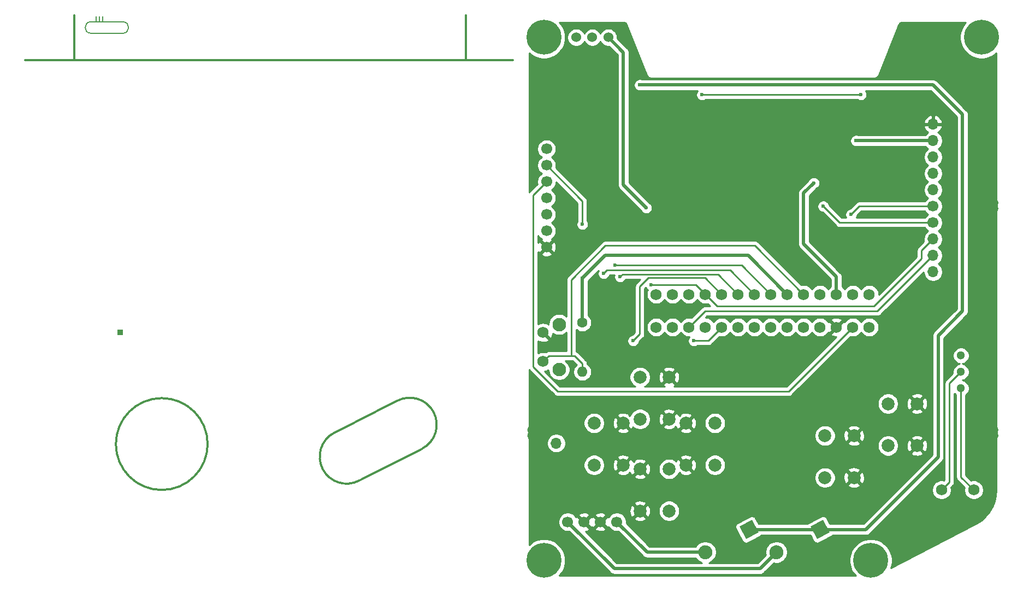
<source format=gbr>
G04 #@! TF.GenerationSoftware,KiCad,Pcbnew,(5.1.9-0-10_14)*
G04 #@! TF.CreationDate,2021-07-11T20:43:09-07:00*
G04 #@! TF.ProjectId,system,73797374-656d-42e6-9b69-6361645f7063,1.0-dev6*
G04 #@! TF.SameCoordinates,Original*
G04 #@! TF.FileFunction,Copper,L1,Top*
G04 #@! TF.FilePolarity,Positive*
%FSLAX46Y46*%
G04 Gerber Fmt 4.6, Leading zero omitted, Abs format (unit mm)*
G04 Created by KiCad (PCBNEW (5.1.9-0-10_14)) date 2021-07-11 20:43:09*
%MOMM*%
%LPD*%
G01*
G04 APERTURE LIST*
G04 #@! TA.AperFunction,NonConductor*
%ADD10C,0.300000*%
G04 #@! TD*
G04 #@! TA.AperFunction,NonConductor*
%ADD11C,0.150000*%
G04 #@! TD*
G04 #@! TA.AperFunction,SMDPad,CuDef*
%ADD12C,0.100000*%
G04 #@! TD*
G04 #@! TA.AperFunction,ComponentPad*
%ADD13O,1.700000X1.700000*%
G04 #@! TD*
G04 #@! TA.AperFunction,ComponentPad*
%ADD14C,1.700000*%
G04 #@! TD*
G04 #@! TA.AperFunction,ComponentPad*
%ADD15C,0.100000*%
G04 #@! TD*
G04 #@! TA.AperFunction,ComponentPad*
%ADD16C,1.750000*%
G04 #@! TD*
G04 #@! TA.AperFunction,ComponentPad*
%ADD17C,2.000000*%
G04 #@! TD*
G04 #@! TA.AperFunction,ComponentPad*
%ADD18C,1.300000*%
G04 #@! TD*
G04 #@! TA.AperFunction,ComponentPad*
%ADD19C,5.399999*%
G04 #@! TD*
G04 #@! TA.AperFunction,ComponentPad*
%ADD20C,5.400000*%
G04 #@! TD*
G04 #@! TA.AperFunction,ComponentPad*
%ADD21C,1.600000*%
G04 #@! TD*
G04 #@! TA.AperFunction,ComponentPad*
%ADD22O,1.600000X1.600000*%
G04 #@! TD*
G04 #@! TA.AperFunction,ComponentPad*
%ADD23C,1.524000*%
G04 #@! TD*
G04 #@! TA.AperFunction,ComponentPad*
%ADD24C,2.100000*%
G04 #@! TD*
G04 #@! TA.AperFunction,ViaPad*
%ADD25C,0.600000*%
G04 #@! TD*
G04 #@! TA.AperFunction,Conductor*
%ADD26C,0.254000*%
G04 #@! TD*
G04 #@! TA.AperFunction,Conductor*
%ADD27C,0.508000*%
G04 #@! TD*
G04 #@! TA.AperFunction,Conductor*
%ADD28C,0.100000*%
G04 #@! TD*
G04 APERTURE END LIST*
D10*
X83060622Y-126392738D02*
G75*
G02*
X86920378Y-133807262I1929878J-3707262D01*
G01*
X32964500Y-66675000D02*
X32964500Y-73660000D01*
D11*
X40513000Y-69469000D02*
X35560000Y-69469000D01*
X37395000Y-66865500D02*
X37395000Y-67691000D01*
X36395000Y-66865500D02*
X36395000Y-67691000D01*
X36895000Y-66865500D02*
X36895000Y-67691000D01*
X35560000Y-67691000D02*
X40513000Y-67691000D01*
X40513000Y-67691000D02*
G75*
G02*
X40513000Y-69469000I0J-889000D01*
G01*
X35560000Y-69469000D02*
G75*
G02*
X35560000Y-67691000I0J889000D01*
G01*
D10*
X93654500Y-66675000D02*
X93654500Y-73660000D01*
X25400000Y-73660000D02*
X100965000Y-73660000D01*
X86920378Y-133807262D02*
X77141378Y-138760262D01*
X83060622Y-126392738D02*
X73281622Y-131345738D01*
X77141378Y-138760262D02*
G75*
G02*
X73281622Y-131345738I-1929878J3707262D01*
G01*
X53657500Y-133096000D02*
G75*
G03*
X53657500Y-133096000I-7112000J0D01*
G01*
G04 #@! TA.AperFunction,SMDPad,CuDef*
D12*
G36*
X40552075Y-115374595D02*
G01*
X40553013Y-115374880D01*
X40553878Y-115375342D01*
X40554636Y-115375963D01*
X40555257Y-115376721D01*
X40555719Y-115377586D01*
X40556004Y-115378524D01*
X40556100Y-115379499D01*
X40556100Y-116230399D01*
X40556004Y-116231374D01*
X40555719Y-116232312D01*
X40555257Y-116233177D01*
X40554636Y-116233935D01*
X40553878Y-116234556D01*
X40553013Y-116235018D01*
X40552075Y-116235303D01*
X40551100Y-116235399D01*
X39712901Y-116235399D01*
X39711926Y-116235303D01*
X39710988Y-116235018D01*
X39710123Y-116234556D01*
X39709365Y-116233935D01*
X39708744Y-116233177D01*
X39708282Y-116232312D01*
X39707997Y-116231374D01*
X39707901Y-116230399D01*
X39707901Y-115379499D01*
X39707997Y-115378524D01*
X39708282Y-115377586D01*
X39708744Y-115376721D01*
X39709365Y-115375963D01*
X39710123Y-115375342D01*
X39710988Y-115374880D01*
X39711926Y-115374595D01*
X39712901Y-115374499D01*
X40551100Y-115374499D01*
X40552075Y-115374595D01*
G37*
G04 #@! TD.AperFunction*
D13*
X166116000Y-86106000D03*
X166116000Y-101346000D03*
X166116000Y-103886000D03*
X166116000Y-106426000D03*
X166116000Y-83566000D03*
D14*
X166116000Y-98806000D03*
D13*
X166116000Y-88646000D03*
X166116000Y-91186000D03*
X166116000Y-93726000D03*
D14*
X166116000Y-96266000D03*
D13*
X107696000Y-132969000D03*
G04 #@! TA.AperFunction,ComponentPad*
G36*
G01*
X142806689Y-149352077D02*
X142806689Y-149352077D01*
G75*
G02*
X142338900Y-150835712I-975712J-507923D01*
G01*
X142338900Y-150835712D01*
G75*
G02*
X140855265Y-150367923I-507923J975712D01*
G01*
X140855265Y-150367923D01*
G75*
G02*
X141323054Y-148884288I975712J507923D01*
G01*
X141323054Y-148884288D01*
G75*
G02*
X142806689Y-149352077I507923J-975712D01*
G01*
G37*
G04 #@! TD.AperFunction*
G04 #@! TA.AperFunction,ComponentPad*
D15*
G36*
X149057788Y-144857841D02*
G01*
X150073635Y-146809264D01*
X148122212Y-147825111D01*
X147106365Y-145873688D01*
X149057788Y-144857841D01*
G37*
G04 #@! TD.AperFunction*
G04 #@! TA.AperFunction,ComponentPad*
G36*
G01*
X131785712Y-149352077D02*
X131785712Y-149352077D01*
G75*
G02*
X131317923Y-150835712I-975712J-507923D01*
G01*
X131317923Y-150835712D01*
G75*
G02*
X129834288Y-150367923I-507923J975712D01*
G01*
X129834288Y-150367923D01*
G75*
G02*
X130302077Y-148884288I975712J507923D01*
G01*
X130302077Y-148884288D01*
G75*
G02*
X131785712Y-149352077I507923J-975712D01*
G01*
G37*
G04 #@! TD.AperFunction*
G04 #@! TA.AperFunction,ComponentPad*
G36*
X138036811Y-144857841D02*
G01*
X139052658Y-146809264D01*
X137101235Y-147825111D01*
X136085388Y-145873688D01*
X138036811Y-144857841D01*
G37*
G04 #@! TD.AperFunction*
D16*
X156210000Y-109920000D03*
X153670000Y-109920000D03*
X151130000Y-109920000D03*
X148590000Y-109920000D03*
X146050000Y-109920000D03*
X143510000Y-109920000D03*
X140970000Y-109920000D03*
X138430000Y-109920000D03*
X135890000Y-109920000D03*
X133350000Y-109920000D03*
X130810000Y-109920000D03*
X128270000Y-109920000D03*
X125730000Y-109920000D03*
X123190000Y-109920000D03*
X123190000Y-115000000D03*
X125730000Y-115000000D03*
X128270000Y-115000000D03*
X130810000Y-115000000D03*
X133350000Y-115000000D03*
X135890000Y-115000000D03*
X156210000Y-115000000D03*
X153670000Y-115000000D03*
X151130000Y-115000000D03*
X148590000Y-115000000D03*
X146050000Y-115000000D03*
X143510000Y-115000000D03*
X138430000Y-115000000D03*
X140970000Y-115000000D03*
D14*
X106200000Y-102616000D03*
X106200000Y-100076000D03*
X106200000Y-97536000D03*
X106200000Y-94996000D03*
X106200000Y-92456000D03*
X106200000Y-89916000D03*
X106200000Y-87376000D03*
D17*
X153852000Y-138303000D03*
X149352000Y-138303000D03*
X153852000Y-131803000D03*
X149352000Y-131803000D03*
X163631000Y-133350000D03*
X159131000Y-133350000D03*
X163631000Y-126850000D03*
X159131000Y-126850000D03*
X125186000Y-129234000D03*
X120686000Y-129234000D03*
X125186000Y-122734000D03*
X120686000Y-122734000D03*
X120686000Y-136958000D03*
X125186000Y-136958000D03*
X120686000Y-143458000D03*
X125186000Y-143458000D03*
X118074000Y-136346000D03*
X113574000Y-136346000D03*
X118074000Y-129846000D03*
X113574000Y-129846000D03*
X127798000Y-129846000D03*
X132298000Y-129846000D03*
X127798000Y-136346000D03*
X132298000Y-136346000D03*
D18*
X170434000Y-121920000D03*
X170434000Y-124460000D03*
X170434000Y-119380000D03*
D19*
X105791000Y-151130000D03*
X105791000Y-70104000D03*
X156464000Y-151130000D03*
D20*
X173609000Y-70104000D03*
D16*
X172426000Y-140208000D03*
X167426000Y-140208000D03*
D21*
X111760000Y-114300000D03*
D22*
X111760000Y-121920000D03*
D23*
X110794800Y-70104000D03*
X113284000Y-70104000D03*
X115773200Y-70104000D03*
D24*
X108154000Y-121584000D03*
D16*
X105664000Y-120324000D03*
X105664000Y-115824000D03*
D24*
X108154000Y-114574000D03*
D14*
X114554000Y-145161000D03*
X112014000Y-145161000D03*
X117094000Y-145161000D03*
X109474000Y-145161000D03*
D25*
X109220000Y-96266000D03*
X164084000Y-121920000D03*
X156464000Y-103251000D03*
X142494000Y-101092000D03*
X118364000Y-115316000D03*
X118872000Y-111506000D03*
X121666000Y-113538000D03*
X165100000Y-110490000D03*
X124460000Y-116840000D03*
X162560000Y-97536000D03*
X137033000Y-121793000D03*
X120650000Y-77470000D03*
X116839984Y-105410000D03*
X115062000Y-106680000D03*
X117602000Y-107188000D03*
X119633994Y-117094000D03*
X129032000Y-117094000D03*
X111760000Y-99060000D03*
X121666000Y-103886000D03*
X121666000Y-96520008D03*
X111760000Y-107442000D03*
X154940000Y-78994000D03*
X130301998Y-78994000D03*
X149098000Y-96265998D03*
X153416000Y-97536000D03*
X122428000Y-108458001D03*
X147637500Y-92646500D03*
X154178000Y-86106000D03*
D26*
X168656000Y-138978000D02*
X167426000Y-140208000D01*
X168656000Y-123698000D02*
X168656000Y-138978000D01*
X170434000Y-121920000D02*
X168656000Y-123698000D01*
D27*
X141830977Y-149860000D02*
X139290977Y-152400000D01*
X116713000Y-152400000D02*
X109474000Y-145161000D01*
X139290977Y-152400000D02*
X116713000Y-152400000D01*
D26*
X111760000Y-121920000D02*
X111760000Y-120650000D01*
X106538999Y-119449001D02*
X105664000Y-120324000D01*
X111760000Y-120650000D02*
X110559001Y-119449001D01*
X110051001Y-119449001D02*
X106538999Y-119449001D01*
X110559001Y-119449001D02*
X110051001Y-119449001D01*
X110051001Y-107626999D02*
X110051001Y-119449001D01*
X115316000Y-102362000D02*
X110051001Y-107626999D01*
X138492000Y-102362000D02*
X115316000Y-102362000D01*
X146050000Y-109920000D02*
X138492000Y-102362000D01*
D27*
X148590000Y-146341476D02*
X137569023Y-146341476D01*
X166892590Y-116317410D02*
X166892590Y-135113410D01*
X170688000Y-82042000D02*
X170688000Y-112522000D01*
X170688000Y-112522000D02*
X166892590Y-116317410D01*
X166116000Y-77470000D02*
X170688000Y-82042000D01*
X155664524Y-146341476D02*
X148590000Y-146341476D01*
X166892590Y-135113410D02*
X155664524Y-146341476D01*
X120650000Y-77470000D02*
X166116000Y-77470000D01*
D26*
X136460000Y-105410000D02*
X116839984Y-105410000D01*
X140970000Y-109920000D02*
X136460000Y-105410000D01*
X134682000Y-106172000D02*
X115570000Y-106172000D01*
X115570000Y-106172000D02*
X115062000Y-106680000D01*
X138430000Y-109920000D02*
X134682000Y-106172000D01*
X117983000Y-106807000D02*
X132777000Y-106807000D01*
X132777000Y-106807000D02*
X135890000Y-109920000D01*
X117602000Y-107188000D02*
X117983000Y-106807000D01*
X120650000Y-116077994D02*
X119633994Y-117094000D01*
X120650000Y-108712000D02*
X120650000Y-116077994D01*
X121991401Y-107370599D02*
X120650000Y-108712000D01*
X130800599Y-107370599D02*
X121991401Y-107370599D01*
X133350000Y-109920000D02*
X130800599Y-107370599D01*
X133350000Y-115000000D02*
X131256000Y-117094000D01*
X131256000Y-117094000D02*
X129032000Y-117094000D01*
X106200000Y-89916000D02*
X111760000Y-95476000D01*
X111760000Y-95476000D02*
X111760000Y-99060000D01*
X170434000Y-138216000D02*
X172426000Y-140208000D01*
X170434000Y-124460000D02*
X170434000Y-138216000D01*
D27*
X143510000Y-109920000D02*
X137476000Y-103886000D01*
X115316000Y-103886000D02*
X121666000Y-103886000D01*
X137476000Y-103886000D02*
X121666000Y-103886000D01*
X111760000Y-114300000D02*
X111760000Y-107442000D01*
X111760000Y-107442000D02*
X115316000Y-103886000D01*
X118110000Y-92964008D02*
X121666000Y-96520008D01*
X118110000Y-72440800D02*
X118110000Y-92964008D01*
X115773200Y-70104000D02*
X118110000Y-72440800D01*
X111760000Y-107442000D02*
X111760000Y-107442000D01*
X121793000Y-149860000D02*
X117094000Y-145161000D01*
X130810000Y-149860000D02*
X121793000Y-149860000D01*
D26*
X154940000Y-78994000D02*
X154515736Y-78994000D01*
X154515736Y-78994000D02*
X130301998Y-78994000D01*
X157480000Y-112522000D02*
X166116000Y-103886000D01*
X130748000Y-112522000D02*
X157480000Y-112522000D01*
X128270000Y-115000000D02*
X130748000Y-112522000D01*
X151638002Y-98806000D02*
X149098000Y-96265998D01*
X166116000Y-98806000D02*
X151638002Y-98806000D01*
X154686000Y-96266000D02*
X153416000Y-97536000D01*
X166116000Y-96266000D02*
X154686000Y-96266000D01*
X132650000Y-111760000D02*
X130810000Y-109920000D01*
X129348001Y-108458001D02*
X122428000Y-108458001D01*
X132650000Y-111760000D02*
X129348001Y-108458001D01*
X164338000Y-103124000D02*
X166116000Y-101346000D01*
X164338000Y-104394000D02*
X164338000Y-103124000D01*
X156972000Y-111760000D02*
X164338000Y-104394000D01*
X132650000Y-111760000D02*
X156972000Y-111760000D01*
D27*
X146050000Y-94234000D02*
X147637500Y-92646500D01*
X146050000Y-102108000D02*
X146050000Y-94234000D01*
X151130000Y-107188000D02*
X146050000Y-102108000D01*
X151130000Y-109920000D02*
X151130000Y-107188000D01*
X166116000Y-86106000D02*
X154178000Y-86106000D01*
D26*
X143702000Y-124968000D02*
X153670000Y-115000000D01*
X107950000Y-124968000D02*
X143702000Y-124968000D01*
X104140000Y-121158000D02*
X107950000Y-124968000D01*
X104140000Y-94516000D02*
X104140000Y-121158000D01*
X106200000Y-92456000D02*
X104140000Y-94516000D01*
X118213231Y-67804646D02*
X118312528Y-67834626D01*
X118404114Y-67883323D01*
X118484497Y-67948882D01*
X118550613Y-68028803D01*
X118612228Y-68142756D01*
X121733885Y-75935803D01*
X121745664Y-75974633D01*
X121777718Y-76034602D01*
X121809153Y-76095106D01*
X121811871Y-76098499D01*
X121813914Y-76102320D01*
X121857045Y-76154875D01*
X121899686Y-76208091D01*
X121903013Y-76210887D01*
X121905763Y-76214238D01*
X121958327Y-76257376D01*
X122010522Y-76301244D01*
X122014331Y-76303337D01*
X122017681Y-76306087D01*
X122077680Y-76338157D01*
X122137402Y-76370983D01*
X122141542Y-76372292D01*
X122145368Y-76374337D01*
X122210512Y-76394098D01*
X122275448Y-76414629D01*
X122279762Y-76415105D01*
X122283916Y-76416365D01*
X122351703Y-76423041D01*
X122419358Y-76430505D01*
X122459790Y-76427000D01*
X156940198Y-76426998D01*
X156980641Y-76430504D01*
X157048364Y-76423033D01*
X157116085Y-76416363D01*
X157120235Y-76415104D01*
X157124551Y-76414628D01*
X157189493Y-76394095D01*
X157254633Y-76374335D01*
X157258460Y-76372289D01*
X157262598Y-76370981D01*
X157322268Y-76338183D01*
X157382320Y-76306085D01*
X157385674Y-76303332D01*
X157389477Y-76301242D01*
X157441613Y-76257424D01*
X157494238Y-76214236D01*
X157496990Y-76210883D01*
X157500313Y-76208090D01*
X157542889Y-76154954D01*
X157586087Y-76102318D01*
X157588134Y-76098489D01*
X157590846Y-76095104D01*
X157622223Y-76034712D01*
X157654337Y-75974631D01*
X157666121Y-75935784D01*
X160769885Y-68187410D01*
X160835394Y-68050682D01*
X160897530Y-67967623D01*
X160974611Y-67898219D01*
X161063711Y-67845105D01*
X161161424Y-67810311D01*
X161290853Y-67791199D01*
X161298994Y-67791000D01*
X171205597Y-67791000D01*
X171018536Y-67978061D01*
X170653561Y-68524285D01*
X170402162Y-69131216D01*
X170274000Y-69775531D01*
X170274000Y-70432469D01*
X170402162Y-71076784D01*
X170653561Y-71683715D01*
X171018536Y-72229939D01*
X171483061Y-72694464D01*
X172029285Y-73059439D01*
X172636216Y-73310838D01*
X173280531Y-73439000D01*
X173937469Y-73439000D01*
X174581784Y-73310838D01*
X175188715Y-73059439D01*
X175734939Y-72694464D01*
X175890000Y-72539403D01*
X175890001Y-94959885D01*
X175886444Y-94996000D01*
X175900635Y-95140085D01*
X175942663Y-95278633D01*
X175999389Y-95384760D01*
X176024164Y-95509312D01*
X176091179Y-95671099D01*
X176106815Y-95694500D01*
X176091179Y-95717901D01*
X176024164Y-95879688D01*
X175990000Y-96051441D01*
X175990000Y-96226559D01*
X176024164Y-96398312D01*
X176091179Y-96560099D01*
X176106815Y-96583500D01*
X176091179Y-96606901D01*
X176024164Y-96768688D01*
X175999389Y-96893240D01*
X175942663Y-96999367D01*
X175900635Y-97137915D01*
X175886444Y-97282000D01*
X175890000Y-97318105D01*
X175890001Y-130138885D01*
X175886444Y-130175000D01*
X175900635Y-130319085D01*
X175942663Y-130457633D01*
X175999389Y-130563760D01*
X176024164Y-130688312D01*
X176091179Y-130850099D01*
X176106815Y-130873500D01*
X176091179Y-130896901D01*
X176024164Y-131058688D01*
X175990000Y-131230441D01*
X175990000Y-131405559D01*
X176024164Y-131577312D01*
X176091179Y-131739099D01*
X176106815Y-131762500D01*
X176091179Y-131785901D01*
X176024164Y-131947688D01*
X175999389Y-132072240D01*
X175942663Y-132178367D01*
X175900635Y-132316915D01*
X175886444Y-132461000D01*
X175890000Y-132497105D01*
X175890001Y-140180069D01*
X175819278Y-141109801D01*
X175615064Y-141990843D01*
X175279930Y-142830861D01*
X174821590Y-143610524D01*
X174250591Y-144311886D01*
X173576942Y-144921643D01*
X172940009Y-145352970D01*
X159587013Y-152305152D01*
X159670837Y-152102783D01*
X159798999Y-151458469D01*
X159798999Y-150801531D01*
X159670837Y-150157217D01*
X159419438Y-149550285D01*
X159054463Y-149004062D01*
X158589938Y-148539537D01*
X158043715Y-148174562D01*
X157436783Y-147923163D01*
X156792469Y-147795001D01*
X156135531Y-147795001D01*
X155491217Y-147923163D01*
X154884285Y-148174562D01*
X154338062Y-148539537D01*
X153873537Y-149004062D01*
X153508562Y-149550285D01*
X153257163Y-150157217D01*
X153129001Y-150801531D01*
X153129001Y-151458469D01*
X153257163Y-152102783D01*
X153508562Y-152709715D01*
X153873537Y-153255938D01*
X154108499Y-153490900D01*
X108146501Y-153490900D01*
X108381463Y-153255938D01*
X108746438Y-152709715D01*
X108997837Y-152102783D01*
X109125999Y-151458469D01*
X109125999Y-150801531D01*
X108997837Y-150157217D01*
X108746438Y-149550285D01*
X108381463Y-149004062D01*
X107916938Y-148539537D01*
X107370715Y-148174562D01*
X106763783Y-147923163D01*
X106119469Y-147795001D01*
X105462531Y-147795001D01*
X104818217Y-147923163D01*
X104211285Y-148174562D01*
X103665062Y-148539537D01*
X103510000Y-148694599D01*
X103510000Y-145014740D01*
X107989000Y-145014740D01*
X107989000Y-145307260D01*
X108046068Y-145594158D01*
X108158010Y-145864411D01*
X108320525Y-146107632D01*
X108527368Y-146314475D01*
X108770589Y-146476990D01*
X109040842Y-146588932D01*
X109327740Y-146646000D01*
X109620260Y-146646000D01*
X109688242Y-146632477D01*
X116053506Y-152997742D01*
X116081341Y-153031659D01*
X116216709Y-153142753D01*
X116371149Y-153225303D01*
X116465758Y-153254002D01*
X116538725Y-153276136D01*
X116555325Y-153277771D01*
X116669333Y-153289000D01*
X116669340Y-153289000D01*
X116713000Y-153293300D01*
X116756660Y-153289000D01*
X139247317Y-153289000D01*
X139290977Y-153293300D01*
X139334637Y-153289000D01*
X139334644Y-153289000D01*
X139465251Y-153276136D01*
X139632828Y-153225303D01*
X139787268Y-153142753D01*
X139922636Y-153031659D01*
X139950476Y-152997736D01*
X141404127Y-151544085D01*
X141660094Y-151595000D01*
X142001860Y-151595000D01*
X142337058Y-151528325D01*
X142652808Y-151397537D01*
X142936975Y-151207663D01*
X143178640Y-150965998D01*
X143368514Y-150681831D01*
X143499302Y-150366081D01*
X143565977Y-150030883D01*
X143565977Y-149689117D01*
X143499302Y-149353919D01*
X143368514Y-149038169D01*
X143178640Y-148754002D01*
X142936975Y-148512337D01*
X142652808Y-148322463D01*
X142337058Y-148191675D01*
X142001860Y-148125000D01*
X141660094Y-148125000D01*
X141324896Y-148191675D01*
X141009146Y-148322463D01*
X140724979Y-148512337D01*
X140483314Y-148754002D01*
X140293440Y-149038169D01*
X140162652Y-149353919D01*
X140095977Y-149689117D01*
X140095977Y-150030883D01*
X140146892Y-150286850D01*
X138922742Y-151511000D01*
X131357907Y-151511000D01*
X131631831Y-151397537D01*
X131915998Y-151207663D01*
X132157663Y-150965998D01*
X132347537Y-150681831D01*
X132478325Y-150366081D01*
X132545000Y-150030883D01*
X132545000Y-149689117D01*
X132478325Y-149353919D01*
X132347537Y-149038169D01*
X132157663Y-148754002D01*
X131915998Y-148512337D01*
X131631831Y-148322463D01*
X131316081Y-148191675D01*
X130980883Y-148125000D01*
X130639117Y-148125000D01*
X130303919Y-148191675D01*
X129988169Y-148322463D01*
X129704002Y-148512337D01*
X129462337Y-148754002D01*
X129317344Y-148971000D01*
X122161236Y-148971000D01*
X118565477Y-145375242D01*
X118579000Y-145307260D01*
X118579000Y-145014740D01*
X118521932Y-144727842D01*
X118466250Y-144593413D01*
X119730192Y-144593413D01*
X119825956Y-144857814D01*
X120115571Y-144998704D01*
X120427108Y-145080384D01*
X120748595Y-145099718D01*
X121067675Y-145055961D01*
X121372088Y-144950795D01*
X121546044Y-144857814D01*
X121641808Y-144593413D01*
X120686000Y-143637605D01*
X119730192Y-144593413D01*
X118466250Y-144593413D01*
X118409990Y-144457589D01*
X118247475Y-144214368D01*
X118040632Y-144007525D01*
X117797411Y-143845010D01*
X117527158Y-143733068D01*
X117240260Y-143676000D01*
X116947740Y-143676000D01*
X116660842Y-143733068D01*
X116390589Y-143845010D01*
X116147368Y-144007525D01*
X115940525Y-144214368D01*
X115824689Y-144387729D01*
X115582397Y-144312208D01*
X114733605Y-145161000D01*
X115582397Y-146009792D01*
X115824689Y-145934271D01*
X115940525Y-146107632D01*
X116147368Y-146314475D01*
X116390589Y-146476990D01*
X116660842Y-146588932D01*
X116947740Y-146646000D01*
X117240260Y-146646000D01*
X117308242Y-146632477D01*
X121133506Y-150457742D01*
X121161341Y-150491659D01*
X121296709Y-150602753D01*
X121451149Y-150685303D01*
X121567892Y-150720716D01*
X121618725Y-150736136D01*
X121793000Y-150753301D01*
X121836668Y-150749000D01*
X129317344Y-150749000D01*
X129462337Y-150965998D01*
X129704002Y-151207663D01*
X129988169Y-151397537D01*
X130262093Y-151511000D01*
X117081236Y-151511000D01*
X112204190Y-146633955D01*
X112372019Y-146609599D01*
X112647747Y-146511919D01*
X112785157Y-146438472D01*
X112862792Y-146189397D01*
X113705208Y-146189397D01*
X113782843Y-146438472D01*
X114046883Y-146564371D01*
X114330411Y-146636339D01*
X114622531Y-146651611D01*
X114912019Y-146609599D01*
X115187747Y-146511919D01*
X115325157Y-146438472D01*
X115402792Y-146189397D01*
X114554000Y-145340605D01*
X113705208Y-146189397D01*
X112862792Y-146189397D01*
X112014000Y-145340605D01*
X111999858Y-145354748D01*
X111820253Y-145175143D01*
X111834395Y-145161000D01*
X112193605Y-145161000D01*
X113042397Y-146009792D01*
X113284000Y-145934486D01*
X113525603Y-146009792D01*
X114374395Y-145161000D01*
X113525603Y-144312208D01*
X113284000Y-144387514D01*
X113042397Y-144312208D01*
X112193605Y-145161000D01*
X111834395Y-145161000D01*
X110985603Y-144312208D01*
X110743311Y-144387729D01*
X110627475Y-144214368D01*
X110545710Y-144132603D01*
X111165208Y-144132603D01*
X112014000Y-144981395D01*
X112862792Y-144132603D01*
X113705208Y-144132603D01*
X114554000Y-144981395D01*
X115402792Y-144132603D01*
X115325157Y-143883528D01*
X115061117Y-143757629D01*
X114777589Y-143685661D01*
X114485469Y-143670389D01*
X114195981Y-143712401D01*
X113920253Y-143810081D01*
X113782843Y-143883528D01*
X113705208Y-144132603D01*
X112862792Y-144132603D01*
X112785157Y-143883528D01*
X112521117Y-143757629D01*
X112237589Y-143685661D01*
X111945469Y-143670389D01*
X111655981Y-143712401D01*
X111380253Y-143810081D01*
X111242843Y-143883528D01*
X111165208Y-144132603D01*
X110545710Y-144132603D01*
X110420632Y-144007525D01*
X110177411Y-143845010D01*
X109907158Y-143733068D01*
X109620260Y-143676000D01*
X109327740Y-143676000D01*
X109040842Y-143733068D01*
X108770589Y-143845010D01*
X108527368Y-144007525D01*
X108320525Y-144214368D01*
X108158010Y-144457589D01*
X108046068Y-144727842D01*
X107989000Y-145014740D01*
X103510000Y-145014740D01*
X103510000Y-143520595D01*
X119044282Y-143520595D01*
X119088039Y-143839675D01*
X119193205Y-144144088D01*
X119286186Y-144318044D01*
X119550587Y-144413808D01*
X120506395Y-143458000D01*
X120865605Y-143458000D01*
X121821413Y-144413808D01*
X122085814Y-144318044D01*
X122226704Y-144028429D01*
X122308384Y-143716892D01*
X122327718Y-143395405D01*
X122314219Y-143296967D01*
X123551000Y-143296967D01*
X123551000Y-143619033D01*
X123613832Y-143934912D01*
X123737082Y-144232463D01*
X123916013Y-144500252D01*
X124143748Y-144727987D01*
X124411537Y-144906918D01*
X124709088Y-145030168D01*
X125024967Y-145093000D01*
X125347033Y-145093000D01*
X125662912Y-145030168D01*
X125960463Y-144906918D01*
X126228252Y-144727987D01*
X126455987Y-144500252D01*
X126634918Y-144232463D01*
X126758168Y-143934912D01*
X126821000Y-143619033D01*
X126821000Y-143296967D01*
X126758168Y-142981088D01*
X126634918Y-142683537D01*
X126455987Y-142415748D01*
X126228252Y-142188013D01*
X125960463Y-142009082D01*
X125662912Y-141885832D01*
X125347033Y-141823000D01*
X125024967Y-141823000D01*
X124709088Y-141885832D01*
X124411537Y-142009082D01*
X124143748Y-142188013D01*
X123916013Y-142415748D01*
X123737082Y-142683537D01*
X123613832Y-142981088D01*
X123551000Y-143296967D01*
X122314219Y-143296967D01*
X122283961Y-143076325D01*
X122178795Y-142771912D01*
X122085814Y-142597956D01*
X121821413Y-142502192D01*
X120865605Y-143458000D01*
X120506395Y-143458000D01*
X119550587Y-142502192D01*
X119286186Y-142597956D01*
X119145296Y-142887571D01*
X119063616Y-143199108D01*
X119044282Y-143520595D01*
X103510000Y-143520595D01*
X103510000Y-142322587D01*
X119730192Y-142322587D01*
X120686000Y-143278395D01*
X121641808Y-142322587D01*
X121546044Y-142058186D01*
X121256429Y-141917296D01*
X120944892Y-141835616D01*
X120623405Y-141816282D01*
X120304325Y-141860039D01*
X119999912Y-141965205D01*
X119825956Y-142058186D01*
X119730192Y-142322587D01*
X103510000Y-142322587D01*
X103510000Y-138093413D01*
X119730192Y-138093413D01*
X119825956Y-138357814D01*
X120115571Y-138498704D01*
X120427108Y-138580384D01*
X120748595Y-138599718D01*
X121067675Y-138555961D01*
X121372088Y-138450795D01*
X121546044Y-138357814D01*
X121641808Y-138093413D01*
X120686000Y-137137605D01*
X119730192Y-138093413D01*
X103510000Y-138093413D01*
X103510000Y-136184967D01*
X111939000Y-136184967D01*
X111939000Y-136507033D01*
X112001832Y-136822912D01*
X112125082Y-137120463D01*
X112304013Y-137388252D01*
X112531748Y-137615987D01*
X112799537Y-137794918D01*
X113097088Y-137918168D01*
X113412967Y-137981000D01*
X113735033Y-137981000D01*
X114050912Y-137918168D01*
X114348463Y-137794918D01*
X114616252Y-137615987D01*
X114750826Y-137481413D01*
X117118192Y-137481413D01*
X117213956Y-137745814D01*
X117503571Y-137886704D01*
X117815108Y-137968384D01*
X118136595Y-137987718D01*
X118455675Y-137943961D01*
X118760088Y-137838795D01*
X118934044Y-137745814D01*
X119029807Y-137481415D01*
X119145475Y-137597083D01*
X119168880Y-137573678D01*
X119193205Y-137644088D01*
X119286186Y-137818044D01*
X119550587Y-137913808D01*
X120506395Y-136958000D01*
X120865605Y-136958000D01*
X121821413Y-137913808D01*
X122085814Y-137818044D01*
X122226704Y-137528429D01*
X122308384Y-137216892D01*
X122327718Y-136895405D01*
X122314219Y-136796967D01*
X123551000Y-136796967D01*
X123551000Y-137119033D01*
X123613832Y-137434912D01*
X123737082Y-137732463D01*
X123916013Y-138000252D01*
X124143748Y-138227987D01*
X124411537Y-138406918D01*
X124709088Y-138530168D01*
X125024967Y-138593000D01*
X125347033Y-138593000D01*
X125662912Y-138530168D01*
X125960463Y-138406918D01*
X126228252Y-138227987D01*
X126314272Y-138141967D01*
X147717000Y-138141967D01*
X147717000Y-138464033D01*
X147779832Y-138779912D01*
X147903082Y-139077463D01*
X148082013Y-139345252D01*
X148309748Y-139572987D01*
X148577537Y-139751918D01*
X148875088Y-139875168D01*
X149190967Y-139938000D01*
X149513033Y-139938000D01*
X149828912Y-139875168D01*
X150126463Y-139751918D01*
X150394252Y-139572987D01*
X150528826Y-139438413D01*
X152896192Y-139438413D01*
X152991956Y-139702814D01*
X153281571Y-139843704D01*
X153593108Y-139925384D01*
X153914595Y-139944718D01*
X154233675Y-139900961D01*
X154538088Y-139795795D01*
X154712044Y-139702814D01*
X154807808Y-139438413D01*
X153852000Y-138482605D01*
X152896192Y-139438413D01*
X150528826Y-139438413D01*
X150621987Y-139345252D01*
X150800918Y-139077463D01*
X150924168Y-138779912D01*
X150987000Y-138464033D01*
X150987000Y-138365595D01*
X152210282Y-138365595D01*
X152254039Y-138684675D01*
X152359205Y-138989088D01*
X152452186Y-139163044D01*
X152716587Y-139258808D01*
X153672395Y-138303000D01*
X154031605Y-138303000D01*
X154987413Y-139258808D01*
X155251814Y-139163044D01*
X155392704Y-138873429D01*
X155474384Y-138561892D01*
X155493718Y-138240405D01*
X155449961Y-137921325D01*
X155344795Y-137616912D01*
X155251814Y-137442956D01*
X154987413Y-137347192D01*
X154031605Y-138303000D01*
X153672395Y-138303000D01*
X152716587Y-137347192D01*
X152452186Y-137442956D01*
X152311296Y-137732571D01*
X152229616Y-138044108D01*
X152210282Y-138365595D01*
X150987000Y-138365595D01*
X150987000Y-138141967D01*
X150924168Y-137826088D01*
X150800918Y-137528537D01*
X150621987Y-137260748D01*
X150528826Y-137167587D01*
X152896192Y-137167587D01*
X153852000Y-138123395D01*
X154807808Y-137167587D01*
X154712044Y-136903186D01*
X154422429Y-136762296D01*
X154110892Y-136680616D01*
X153789405Y-136661282D01*
X153470325Y-136705039D01*
X153165912Y-136810205D01*
X152991956Y-136903186D01*
X152896192Y-137167587D01*
X150528826Y-137167587D01*
X150394252Y-137033013D01*
X150126463Y-136854082D01*
X149828912Y-136730832D01*
X149513033Y-136668000D01*
X149190967Y-136668000D01*
X148875088Y-136730832D01*
X148577537Y-136854082D01*
X148309748Y-137033013D01*
X148082013Y-137260748D01*
X147903082Y-137528537D01*
X147779832Y-137826088D01*
X147717000Y-138141967D01*
X126314272Y-138141967D01*
X126455987Y-138000252D01*
X126634918Y-137732463D01*
X126701401Y-137571959D01*
X126726525Y-137597083D01*
X126842193Y-137481415D01*
X126937956Y-137745814D01*
X127227571Y-137886704D01*
X127539108Y-137968384D01*
X127860595Y-137987718D01*
X128179675Y-137943961D01*
X128484088Y-137838795D01*
X128658044Y-137745814D01*
X128753808Y-137481413D01*
X127798000Y-136525605D01*
X127783858Y-136539748D01*
X127604253Y-136360143D01*
X127618395Y-136346000D01*
X127977605Y-136346000D01*
X128933413Y-137301808D01*
X129197814Y-137206044D01*
X129338704Y-136916429D01*
X129420384Y-136604892D01*
X129439718Y-136283405D01*
X129426219Y-136184967D01*
X130663000Y-136184967D01*
X130663000Y-136507033D01*
X130725832Y-136822912D01*
X130849082Y-137120463D01*
X131028013Y-137388252D01*
X131255748Y-137615987D01*
X131523537Y-137794918D01*
X131821088Y-137918168D01*
X132136967Y-137981000D01*
X132459033Y-137981000D01*
X132774912Y-137918168D01*
X133072463Y-137794918D01*
X133340252Y-137615987D01*
X133567987Y-137388252D01*
X133746918Y-137120463D01*
X133870168Y-136822912D01*
X133933000Y-136507033D01*
X133933000Y-136184967D01*
X133870168Y-135869088D01*
X133746918Y-135571537D01*
X133567987Y-135303748D01*
X133340252Y-135076013D01*
X133072463Y-134897082D01*
X132774912Y-134773832D01*
X132459033Y-134711000D01*
X132136967Y-134711000D01*
X131821088Y-134773832D01*
X131523537Y-134897082D01*
X131255748Y-135076013D01*
X131028013Y-135303748D01*
X130849082Y-135571537D01*
X130725832Y-135869088D01*
X130663000Y-136184967D01*
X129426219Y-136184967D01*
X129395961Y-135964325D01*
X129290795Y-135659912D01*
X129197814Y-135485956D01*
X128933413Y-135390192D01*
X127977605Y-136346000D01*
X127618395Y-136346000D01*
X126662587Y-135390192D01*
X126398186Y-135485956D01*
X126276446Y-135736207D01*
X126228252Y-135688013D01*
X125960463Y-135509082D01*
X125662912Y-135385832D01*
X125347033Y-135323000D01*
X125024967Y-135323000D01*
X124709088Y-135385832D01*
X124411537Y-135509082D01*
X124143748Y-135688013D01*
X123916013Y-135915748D01*
X123737082Y-136183537D01*
X123613832Y-136481088D01*
X123551000Y-136796967D01*
X122314219Y-136796967D01*
X122283961Y-136576325D01*
X122178795Y-136271912D01*
X122085814Y-136097956D01*
X121821413Y-136002192D01*
X120865605Y-136958000D01*
X120506395Y-136958000D01*
X120492253Y-136943858D01*
X120671858Y-136764253D01*
X120686000Y-136778395D01*
X121641808Y-135822587D01*
X121546044Y-135558186D01*
X121256429Y-135417296D01*
X120944892Y-135335616D01*
X120623405Y-135316282D01*
X120304325Y-135360039D01*
X119999912Y-135465205D01*
X119825956Y-135558186D01*
X119730193Y-135822585D01*
X119614525Y-135706917D01*
X119591120Y-135730322D01*
X119566795Y-135659912D01*
X119473814Y-135485956D01*
X119209413Y-135390192D01*
X118253605Y-136346000D01*
X118267748Y-136360143D01*
X118088143Y-136539748D01*
X118074000Y-136525605D01*
X117118192Y-137481413D01*
X114750826Y-137481413D01*
X114843987Y-137388252D01*
X115022918Y-137120463D01*
X115146168Y-136822912D01*
X115209000Y-136507033D01*
X115209000Y-136408595D01*
X116432282Y-136408595D01*
X116476039Y-136727675D01*
X116581205Y-137032088D01*
X116674186Y-137206044D01*
X116938587Y-137301808D01*
X117894395Y-136346000D01*
X116938587Y-135390192D01*
X116674186Y-135485956D01*
X116533296Y-135775571D01*
X116451616Y-136087108D01*
X116432282Y-136408595D01*
X115209000Y-136408595D01*
X115209000Y-136184967D01*
X115146168Y-135869088D01*
X115022918Y-135571537D01*
X114843987Y-135303748D01*
X114750826Y-135210587D01*
X117118192Y-135210587D01*
X118074000Y-136166395D01*
X119029808Y-135210587D01*
X126842192Y-135210587D01*
X127798000Y-136166395D01*
X128753808Y-135210587D01*
X128658044Y-134946186D01*
X128368429Y-134805296D01*
X128056892Y-134723616D01*
X127735405Y-134704282D01*
X127416325Y-134748039D01*
X127111912Y-134853205D01*
X126937956Y-134946186D01*
X126842192Y-135210587D01*
X119029808Y-135210587D01*
X118934044Y-134946186D01*
X118644429Y-134805296D01*
X118332892Y-134723616D01*
X118011405Y-134704282D01*
X117692325Y-134748039D01*
X117387912Y-134853205D01*
X117213956Y-134946186D01*
X117118192Y-135210587D01*
X114750826Y-135210587D01*
X114616252Y-135076013D01*
X114348463Y-134897082D01*
X114050912Y-134773832D01*
X113735033Y-134711000D01*
X113412967Y-134711000D01*
X113097088Y-134773832D01*
X112799537Y-134897082D01*
X112531748Y-135076013D01*
X112304013Y-135303748D01*
X112125082Y-135571537D01*
X112001832Y-135869088D01*
X111939000Y-136184967D01*
X103510000Y-136184967D01*
X103510000Y-132822740D01*
X106211000Y-132822740D01*
X106211000Y-133115260D01*
X106268068Y-133402158D01*
X106380010Y-133672411D01*
X106542525Y-133915632D01*
X106749368Y-134122475D01*
X106992589Y-134284990D01*
X107262842Y-134396932D01*
X107549740Y-134454000D01*
X107842260Y-134454000D01*
X108129158Y-134396932D01*
X108399411Y-134284990D01*
X108642632Y-134122475D01*
X108849475Y-133915632D01*
X109011990Y-133672411D01*
X109123932Y-133402158D01*
X109181000Y-133115260D01*
X109181000Y-132822740D01*
X109123932Y-132535842D01*
X109011990Y-132265589D01*
X108849475Y-132022368D01*
X108642632Y-131815525D01*
X108399411Y-131653010D01*
X108372751Y-131641967D01*
X147717000Y-131641967D01*
X147717000Y-131964033D01*
X147779832Y-132279912D01*
X147903082Y-132577463D01*
X148082013Y-132845252D01*
X148309748Y-133072987D01*
X148577537Y-133251918D01*
X148875088Y-133375168D01*
X149190967Y-133438000D01*
X149513033Y-133438000D01*
X149828912Y-133375168D01*
X150126463Y-133251918D01*
X150394252Y-133072987D01*
X150528826Y-132938413D01*
X152896192Y-132938413D01*
X152991956Y-133202814D01*
X153281571Y-133343704D01*
X153593108Y-133425384D01*
X153914595Y-133444718D01*
X154233675Y-133400961D01*
X154538088Y-133295795D01*
X154712044Y-133202814D01*
X154717059Y-133188967D01*
X157496000Y-133188967D01*
X157496000Y-133511033D01*
X157558832Y-133826912D01*
X157682082Y-134124463D01*
X157861013Y-134392252D01*
X158088748Y-134619987D01*
X158356537Y-134798918D01*
X158654088Y-134922168D01*
X158969967Y-134985000D01*
X159292033Y-134985000D01*
X159607912Y-134922168D01*
X159905463Y-134798918D01*
X160173252Y-134619987D01*
X160307826Y-134485413D01*
X162675192Y-134485413D01*
X162770956Y-134749814D01*
X163060571Y-134890704D01*
X163372108Y-134972384D01*
X163693595Y-134991718D01*
X164012675Y-134947961D01*
X164317088Y-134842795D01*
X164491044Y-134749814D01*
X164586808Y-134485413D01*
X163631000Y-133529605D01*
X162675192Y-134485413D01*
X160307826Y-134485413D01*
X160400987Y-134392252D01*
X160579918Y-134124463D01*
X160703168Y-133826912D01*
X160766000Y-133511033D01*
X160766000Y-133412595D01*
X161989282Y-133412595D01*
X162033039Y-133731675D01*
X162138205Y-134036088D01*
X162231186Y-134210044D01*
X162495587Y-134305808D01*
X163451395Y-133350000D01*
X163810605Y-133350000D01*
X164766413Y-134305808D01*
X165030814Y-134210044D01*
X165171704Y-133920429D01*
X165253384Y-133608892D01*
X165272718Y-133287405D01*
X165228961Y-132968325D01*
X165123795Y-132663912D01*
X165030814Y-132489956D01*
X164766413Y-132394192D01*
X163810605Y-133350000D01*
X163451395Y-133350000D01*
X162495587Y-132394192D01*
X162231186Y-132489956D01*
X162090296Y-132779571D01*
X162008616Y-133091108D01*
X161989282Y-133412595D01*
X160766000Y-133412595D01*
X160766000Y-133188967D01*
X160703168Y-132873088D01*
X160579918Y-132575537D01*
X160400987Y-132307748D01*
X160307826Y-132214587D01*
X162675192Y-132214587D01*
X163631000Y-133170395D01*
X164586808Y-132214587D01*
X164491044Y-131950186D01*
X164201429Y-131809296D01*
X163889892Y-131727616D01*
X163568405Y-131708282D01*
X163249325Y-131752039D01*
X162944912Y-131857205D01*
X162770956Y-131950186D01*
X162675192Y-132214587D01*
X160307826Y-132214587D01*
X160173252Y-132080013D01*
X159905463Y-131901082D01*
X159607912Y-131777832D01*
X159292033Y-131715000D01*
X158969967Y-131715000D01*
X158654088Y-131777832D01*
X158356537Y-131901082D01*
X158088748Y-132080013D01*
X157861013Y-132307748D01*
X157682082Y-132575537D01*
X157558832Y-132873088D01*
X157496000Y-133188967D01*
X154717059Y-133188967D01*
X154807808Y-132938413D01*
X153852000Y-131982605D01*
X152896192Y-132938413D01*
X150528826Y-132938413D01*
X150621987Y-132845252D01*
X150800918Y-132577463D01*
X150924168Y-132279912D01*
X150987000Y-131964033D01*
X150987000Y-131865595D01*
X152210282Y-131865595D01*
X152254039Y-132184675D01*
X152359205Y-132489088D01*
X152452186Y-132663044D01*
X152716587Y-132758808D01*
X153672395Y-131803000D01*
X154031605Y-131803000D01*
X154987413Y-132758808D01*
X155251814Y-132663044D01*
X155392704Y-132373429D01*
X155474384Y-132061892D01*
X155493718Y-131740405D01*
X155449961Y-131421325D01*
X155344795Y-131116912D01*
X155251814Y-130942956D01*
X154987413Y-130847192D01*
X154031605Y-131803000D01*
X153672395Y-131803000D01*
X152716587Y-130847192D01*
X152452186Y-130942956D01*
X152311296Y-131232571D01*
X152229616Y-131544108D01*
X152210282Y-131865595D01*
X150987000Y-131865595D01*
X150987000Y-131641967D01*
X150924168Y-131326088D01*
X150800918Y-131028537D01*
X150621987Y-130760748D01*
X150528826Y-130667587D01*
X152896192Y-130667587D01*
X153852000Y-131623395D01*
X154807808Y-130667587D01*
X154712044Y-130403186D01*
X154422429Y-130262296D01*
X154110892Y-130180616D01*
X153789405Y-130161282D01*
X153470325Y-130205039D01*
X153165912Y-130310205D01*
X152991956Y-130403186D01*
X152896192Y-130667587D01*
X150528826Y-130667587D01*
X150394252Y-130533013D01*
X150126463Y-130354082D01*
X149828912Y-130230832D01*
X149513033Y-130168000D01*
X149190967Y-130168000D01*
X148875088Y-130230832D01*
X148577537Y-130354082D01*
X148309748Y-130533013D01*
X148082013Y-130760748D01*
X147903082Y-131028537D01*
X147779832Y-131326088D01*
X147717000Y-131641967D01*
X108372751Y-131641967D01*
X108129158Y-131541068D01*
X107842260Y-131484000D01*
X107549740Y-131484000D01*
X107262842Y-131541068D01*
X106992589Y-131653010D01*
X106749368Y-131815525D01*
X106542525Y-132022368D01*
X106380010Y-132265589D01*
X106268068Y-132535842D01*
X106211000Y-132822740D01*
X103510000Y-132822740D01*
X103510000Y-132497105D01*
X103513556Y-132461000D01*
X103499365Y-132316915D01*
X103457337Y-132178367D01*
X103400611Y-132072240D01*
X103375836Y-131947688D01*
X103308821Y-131785901D01*
X103293185Y-131762500D01*
X103308821Y-131739099D01*
X103375836Y-131577312D01*
X103410000Y-131405559D01*
X103410000Y-131230441D01*
X103375836Y-131058688D01*
X103308821Y-130896901D01*
X103293185Y-130873500D01*
X103308821Y-130850099D01*
X103375836Y-130688312D01*
X103400611Y-130563760D01*
X103457337Y-130457633D01*
X103499365Y-130319085D01*
X103513556Y-130175000D01*
X103510000Y-130138895D01*
X103510000Y-129684967D01*
X111939000Y-129684967D01*
X111939000Y-130007033D01*
X112001832Y-130322912D01*
X112125082Y-130620463D01*
X112304013Y-130888252D01*
X112531748Y-131115987D01*
X112799537Y-131294918D01*
X113097088Y-131418168D01*
X113412967Y-131481000D01*
X113735033Y-131481000D01*
X114050912Y-131418168D01*
X114348463Y-131294918D01*
X114616252Y-131115987D01*
X114750826Y-130981413D01*
X117118192Y-130981413D01*
X117213956Y-131245814D01*
X117503571Y-131386704D01*
X117815108Y-131468384D01*
X118136595Y-131487718D01*
X118455675Y-131443961D01*
X118760088Y-131338795D01*
X118934044Y-131245814D01*
X119029808Y-130981413D01*
X126842192Y-130981413D01*
X126937956Y-131245814D01*
X127227571Y-131386704D01*
X127539108Y-131468384D01*
X127860595Y-131487718D01*
X128179675Y-131443961D01*
X128484088Y-131338795D01*
X128658044Y-131245814D01*
X128753808Y-130981413D01*
X127798000Y-130025605D01*
X126842192Y-130981413D01*
X119029808Y-130981413D01*
X118074000Y-130025605D01*
X117118192Y-130981413D01*
X114750826Y-130981413D01*
X114843987Y-130888252D01*
X115022918Y-130620463D01*
X115146168Y-130322912D01*
X115209000Y-130007033D01*
X115209000Y-129908595D01*
X116432282Y-129908595D01*
X116476039Y-130227675D01*
X116581205Y-130532088D01*
X116674186Y-130706044D01*
X116938587Y-130801808D01*
X117894395Y-129846000D01*
X116938587Y-128890192D01*
X116674186Y-128985956D01*
X116533296Y-129275571D01*
X116451616Y-129587108D01*
X116432282Y-129908595D01*
X115209000Y-129908595D01*
X115209000Y-129684967D01*
X115146168Y-129369088D01*
X115022918Y-129071537D01*
X114843987Y-128803748D01*
X114750826Y-128710587D01*
X117118192Y-128710587D01*
X118074000Y-129666395D01*
X118088143Y-129652253D01*
X118267748Y-129831858D01*
X118253605Y-129846000D01*
X119209413Y-130801808D01*
X119473814Y-130706044D01*
X119595554Y-130455793D01*
X119643748Y-130503987D01*
X119911537Y-130682918D01*
X120209088Y-130806168D01*
X120524967Y-130869000D01*
X120847033Y-130869000D01*
X121162912Y-130806168D01*
X121460463Y-130682918D01*
X121728252Y-130503987D01*
X121862826Y-130369413D01*
X124230192Y-130369413D01*
X124325956Y-130633814D01*
X124615571Y-130774704D01*
X124927108Y-130856384D01*
X125248595Y-130875718D01*
X125567675Y-130831961D01*
X125872088Y-130726795D01*
X126046044Y-130633814D01*
X126141807Y-130369415D01*
X126257475Y-130485083D01*
X126280880Y-130461678D01*
X126305205Y-130532088D01*
X126398186Y-130706044D01*
X126662587Y-130801808D01*
X127618395Y-129846000D01*
X127977605Y-129846000D01*
X128933413Y-130801808D01*
X129197814Y-130706044D01*
X129338704Y-130416429D01*
X129420384Y-130104892D01*
X129439718Y-129783405D01*
X129426219Y-129684967D01*
X130663000Y-129684967D01*
X130663000Y-130007033D01*
X130725832Y-130322912D01*
X130849082Y-130620463D01*
X131028013Y-130888252D01*
X131255748Y-131115987D01*
X131523537Y-131294918D01*
X131821088Y-131418168D01*
X132136967Y-131481000D01*
X132459033Y-131481000D01*
X132774912Y-131418168D01*
X133072463Y-131294918D01*
X133340252Y-131115987D01*
X133567987Y-130888252D01*
X133746918Y-130620463D01*
X133870168Y-130322912D01*
X133933000Y-130007033D01*
X133933000Y-129684967D01*
X133870168Y-129369088D01*
X133746918Y-129071537D01*
X133567987Y-128803748D01*
X133340252Y-128576013D01*
X133072463Y-128397082D01*
X132774912Y-128273832D01*
X132459033Y-128211000D01*
X132136967Y-128211000D01*
X131821088Y-128273832D01*
X131523537Y-128397082D01*
X131255748Y-128576013D01*
X131028013Y-128803748D01*
X130849082Y-129071537D01*
X130725832Y-129369088D01*
X130663000Y-129684967D01*
X129426219Y-129684967D01*
X129395961Y-129464325D01*
X129290795Y-129159912D01*
X129197814Y-128985956D01*
X128933413Y-128890192D01*
X127977605Y-129846000D01*
X127618395Y-129846000D01*
X127604253Y-129831858D01*
X127783858Y-129652253D01*
X127798000Y-129666395D01*
X128753808Y-128710587D01*
X128658044Y-128446186D01*
X128368429Y-128305296D01*
X128056892Y-128223616D01*
X127735405Y-128204282D01*
X127416325Y-128248039D01*
X127111912Y-128353205D01*
X126937956Y-128446186D01*
X126842193Y-128710585D01*
X126726525Y-128594917D01*
X126703120Y-128618322D01*
X126678795Y-128547912D01*
X126585814Y-128373956D01*
X126321413Y-128278192D01*
X125365605Y-129234000D01*
X125379748Y-129248143D01*
X125200143Y-129427748D01*
X125186000Y-129413605D01*
X124230192Y-130369413D01*
X121862826Y-130369413D01*
X121955987Y-130276252D01*
X122134918Y-130008463D01*
X122258168Y-129710912D01*
X122321000Y-129395033D01*
X122321000Y-129296595D01*
X123544282Y-129296595D01*
X123588039Y-129615675D01*
X123693205Y-129920088D01*
X123786186Y-130094044D01*
X124050587Y-130189808D01*
X125006395Y-129234000D01*
X124050587Y-128278192D01*
X123786186Y-128373956D01*
X123645296Y-128663571D01*
X123563616Y-128975108D01*
X123544282Y-129296595D01*
X122321000Y-129296595D01*
X122321000Y-129072967D01*
X122258168Y-128757088D01*
X122134918Y-128459537D01*
X121955987Y-128191748D01*
X121862826Y-128098587D01*
X124230192Y-128098587D01*
X125186000Y-129054395D01*
X126141808Y-128098587D01*
X126046044Y-127834186D01*
X125756429Y-127693296D01*
X125444892Y-127611616D01*
X125123405Y-127592282D01*
X124804325Y-127636039D01*
X124499912Y-127741205D01*
X124325956Y-127834186D01*
X124230192Y-128098587D01*
X121862826Y-128098587D01*
X121728252Y-127964013D01*
X121460463Y-127785082D01*
X121162912Y-127661832D01*
X120847033Y-127599000D01*
X120524967Y-127599000D01*
X120209088Y-127661832D01*
X119911537Y-127785082D01*
X119643748Y-127964013D01*
X119416013Y-128191748D01*
X119237082Y-128459537D01*
X119170599Y-128620041D01*
X119145475Y-128594917D01*
X119029807Y-128710585D01*
X118934044Y-128446186D01*
X118644429Y-128305296D01*
X118332892Y-128223616D01*
X118011405Y-128204282D01*
X117692325Y-128248039D01*
X117387912Y-128353205D01*
X117213956Y-128446186D01*
X117118192Y-128710587D01*
X114750826Y-128710587D01*
X114616252Y-128576013D01*
X114348463Y-128397082D01*
X114050912Y-128273832D01*
X113735033Y-128211000D01*
X113412967Y-128211000D01*
X113097088Y-128273832D01*
X112799537Y-128397082D01*
X112531748Y-128576013D01*
X112304013Y-128803748D01*
X112125082Y-129071537D01*
X112001832Y-129369088D01*
X111939000Y-129684967D01*
X103510000Y-129684967D01*
X103510000Y-126688967D01*
X157496000Y-126688967D01*
X157496000Y-127011033D01*
X157558832Y-127326912D01*
X157682082Y-127624463D01*
X157861013Y-127892252D01*
X158088748Y-128119987D01*
X158356537Y-128298918D01*
X158654088Y-128422168D01*
X158969967Y-128485000D01*
X159292033Y-128485000D01*
X159607912Y-128422168D01*
X159905463Y-128298918D01*
X160173252Y-128119987D01*
X160307826Y-127985413D01*
X162675192Y-127985413D01*
X162770956Y-128249814D01*
X163060571Y-128390704D01*
X163372108Y-128472384D01*
X163693595Y-128491718D01*
X164012675Y-128447961D01*
X164317088Y-128342795D01*
X164491044Y-128249814D01*
X164586808Y-127985413D01*
X163631000Y-127029605D01*
X162675192Y-127985413D01*
X160307826Y-127985413D01*
X160400987Y-127892252D01*
X160579918Y-127624463D01*
X160703168Y-127326912D01*
X160766000Y-127011033D01*
X160766000Y-126912595D01*
X161989282Y-126912595D01*
X162033039Y-127231675D01*
X162138205Y-127536088D01*
X162231186Y-127710044D01*
X162495587Y-127805808D01*
X163451395Y-126850000D01*
X163810605Y-126850000D01*
X164766413Y-127805808D01*
X165030814Y-127710044D01*
X165171704Y-127420429D01*
X165253384Y-127108892D01*
X165272718Y-126787405D01*
X165228961Y-126468325D01*
X165123795Y-126163912D01*
X165030814Y-125989956D01*
X164766413Y-125894192D01*
X163810605Y-126850000D01*
X163451395Y-126850000D01*
X162495587Y-125894192D01*
X162231186Y-125989956D01*
X162090296Y-126279571D01*
X162008616Y-126591108D01*
X161989282Y-126912595D01*
X160766000Y-126912595D01*
X160766000Y-126688967D01*
X160703168Y-126373088D01*
X160579918Y-126075537D01*
X160400987Y-125807748D01*
X160307826Y-125714587D01*
X162675192Y-125714587D01*
X163631000Y-126670395D01*
X164586808Y-125714587D01*
X164491044Y-125450186D01*
X164201429Y-125309296D01*
X163889892Y-125227616D01*
X163568405Y-125208282D01*
X163249325Y-125252039D01*
X162944912Y-125357205D01*
X162770956Y-125450186D01*
X162675192Y-125714587D01*
X160307826Y-125714587D01*
X160173252Y-125580013D01*
X159905463Y-125401082D01*
X159607912Y-125277832D01*
X159292033Y-125215000D01*
X158969967Y-125215000D01*
X158654088Y-125277832D01*
X158356537Y-125401082D01*
X158088748Y-125580013D01*
X157861013Y-125807748D01*
X157682082Y-126075537D01*
X157558832Y-126373088D01*
X157496000Y-126688967D01*
X103510000Y-126688967D01*
X103510000Y-121591489D01*
X103567986Y-121662144D01*
X103598579Y-121699422D01*
X103627649Y-121723279D01*
X107384716Y-125480346D01*
X107408578Y-125509422D01*
X107482219Y-125569857D01*
X107524607Y-125604645D01*
X107595364Y-125642465D01*
X107656985Y-125675402D01*
X107800622Y-125718974D01*
X107912574Y-125730000D01*
X107912577Y-125730000D01*
X107950000Y-125733686D01*
X107987423Y-125730000D01*
X143664577Y-125730000D01*
X143702000Y-125733686D01*
X143739423Y-125730000D01*
X143739426Y-125730000D01*
X143851378Y-125718974D01*
X143995015Y-125675402D01*
X144127392Y-125604645D01*
X144243422Y-125509422D01*
X144267284Y-125480346D01*
X153284691Y-116462940D01*
X153521278Y-116510000D01*
X153818722Y-116510000D01*
X154110451Y-116451971D01*
X154385253Y-116338144D01*
X154632569Y-116172893D01*
X154842893Y-115962569D01*
X154940000Y-115817238D01*
X155037107Y-115962569D01*
X155247431Y-116172893D01*
X155494747Y-116338144D01*
X155769549Y-116451971D01*
X156061278Y-116510000D01*
X156358722Y-116510000D01*
X156650451Y-116451971D01*
X156925253Y-116338144D01*
X157172569Y-116172893D01*
X157382893Y-115962569D01*
X157548144Y-115715253D01*
X157661971Y-115440451D01*
X157720000Y-115148722D01*
X157720000Y-114851278D01*
X157661971Y-114559549D01*
X157548144Y-114284747D01*
X157382893Y-114037431D01*
X157172569Y-113827107D01*
X156925253Y-113661856D01*
X156650451Y-113548029D01*
X156358722Y-113490000D01*
X156061278Y-113490000D01*
X155769549Y-113548029D01*
X155494747Y-113661856D01*
X155247431Y-113827107D01*
X155037107Y-114037431D01*
X154940000Y-114182762D01*
X154842893Y-114037431D01*
X154632569Y-113827107D01*
X154385253Y-113661856D01*
X154110451Y-113548029D01*
X153818722Y-113490000D01*
X153521278Y-113490000D01*
X153229549Y-113548029D01*
X152954747Y-113661856D01*
X152707431Y-113827107D01*
X152497107Y-114037431D01*
X152387712Y-114201153D01*
X152176240Y-114133365D01*
X151309605Y-115000000D01*
X151323748Y-115014143D01*
X151144143Y-115193748D01*
X151130000Y-115179605D01*
X150263365Y-116046240D01*
X150344025Y-116297868D01*
X150612329Y-116426267D01*
X150900526Y-116499855D01*
X151082730Y-116509639D01*
X143386370Y-124206000D01*
X125910993Y-124206000D01*
X126046044Y-124133814D01*
X126141808Y-123869413D01*
X125186000Y-122913605D01*
X124230192Y-123869413D01*
X124325956Y-124133814D01*
X124474342Y-124206000D01*
X121404738Y-124206000D01*
X121460463Y-124182918D01*
X121728252Y-124003987D01*
X121955987Y-123776252D01*
X122134918Y-123508463D01*
X122258168Y-123210912D01*
X122321000Y-122895033D01*
X122321000Y-122796595D01*
X123544282Y-122796595D01*
X123588039Y-123115675D01*
X123693205Y-123420088D01*
X123786186Y-123594044D01*
X124050587Y-123689808D01*
X125006395Y-122734000D01*
X125365605Y-122734000D01*
X126321413Y-123689808D01*
X126585814Y-123594044D01*
X126726704Y-123304429D01*
X126808384Y-122992892D01*
X126827718Y-122671405D01*
X126783961Y-122352325D01*
X126678795Y-122047912D01*
X126585814Y-121873956D01*
X126321413Y-121778192D01*
X125365605Y-122734000D01*
X125006395Y-122734000D01*
X124050587Y-121778192D01*
X123786186Y-121873956D01*
X123645296Y-122163571D01*
X123563616Y-122475108D01*
X123544282Y-122796595D01*
X122321000Y-122796595D01*
X122321000Y-122572967D01*
X122258168Y-122257088D01*
X122134918Y-121959537D01*
X121955987Y-121691748D01*
X121862826Y-121598587D01*
X124230192Y-121598587D01*
X125186000Y-122554395D01*
X126141808Y-121598587D01*
X126046044Y-121334186D01*
X125756429Y-121193296D01*
X125444892Y-121111616D01*
X125123405Y-121092282D01*
X124804325Y-121136039D01*
X124499912Y-121241205D01*
X124325956Y-121334186D01*
X124230192Y-121598587D01*
X121862826Y-121598587D01*
X121728252Y-121464013D01*
X121460463Y-121285082D01*
X121162912Y-121161832D01*
X120847033Y-121099000D01*
X120524967Y-121099000D01*
X120209088Y-121161832D01*
X119911537Y-121285082D01*
X119643748Y-121464013D01*
X119416013Y-121691748D01*
X119237082Y-121959537D01*
X119113832Y-122257088D01*
X119051000Y-122572967D01*
X119051000Y-122895033D01*
X119113832Y-123210912D01*
X119237082Y-123508463D01*
X119416013Y-123776252D01*
X119643748Y-124003987D01*
X119911537Y-124182918D01*
X119967262Y-124206000D01*
X108265630Y-124206000D01*
X105880206Y-121820576D01*
X106104451Y-121775971D01*
X106379253Y-121662144D01*
X106469000Y-121602177D01*
X106469000Y-121749958D01*
X106533754Y-122075496D01*
X106660772Y-122382147D01*
X106845175Y-122658125D01*
X107079875Y-122892825D01*
X107355853Y-123077228D01*
X107662504Y-123204246D01*
X107988042Y-123269000D01*
X108319958Y-123269000D01*
X108645496Y-123204246D01*
X108952147Y-123077228D01*
X109228125Y-122892825D01*
X109462825Y-122658125D01*
X109647228Y-122382147D01*
X109774246Y-122075496D01*
X109839000Y-121749958D01*
X109839000Y-121418042D01*
X109774246Y-121092504D01*
X109647228Y-120785853D01*
X109462825Y-120509875D01*
X109228125Y-120275175D01*
X109132082Y-120211001D01*
X110013576Y-120211001D01*
X110051001Y-120214687D01*
X110088427Y-120211001D01*
X110243371Y-120211001D01*
X110841487Y-120809117D01*
X110645363Y-121005241D01*
X110488320Y-121240273D01*
X110380147Y-121501426D01*
X110325000Y-121778665D01*
X110325000Y-122061335D01*
X110380147Y-122338574D01*
X110488320Y-122599727D01*
X110645363Y-122834759D01*
X110845241Y-123034637D01*
X111080273Y-123191680D01*
X111341426Y-123299853D01*
X111618665Y-123355000D01*
X111901335Y-123355000D01*
X112178574Y-123299853D01*
X112439727Y-123191680D01*
X112674759Y-123034637D01*
X112874637Y-122834759D01*
X113031680Y-122599727D01*
X113139853Y-122338574D01*
X113195000Y-122061335D01*
X113195000Y-121778665D01*
X113139853Y-121501426D01*
X113031680Y-121240273D01*
X112874637Y-121005241D01*
X112674759Y-120805363D01*
X112522000Y-120703293D01*
X112522000Y-120687422D01*
X112525686Y-120649999D01*
X112522000Y-120612574D01*
X112510974Y-120500622D01*
X112467402Y-120356985D01*
X112396645Y-120224608D01*
X112301422Y-120108578D01*
X112272352Y-120084721D01*
X111124285Y-118936655D01*
X111100423Y-118907579D01*
X110984393Y-118812356D01*
X110852016Y-118741599D01*
X110813001Y-118729764D01*
X110813001Y-115382397D01*
X110845241Y-115414637D01*
X111080273Y-115571680D01*
X111341426Y-115679853D01*
X111618665Y-115735000D01*
X111901335Y-115735000D01*
X112178574Y-115679853D01*
X112439727Y-115571680D01*
X112674759Y-115414637D01*
X112874637Y-115214759D01*
X113031680Y-114979727D01*
X113139853Y-114718574D01*
X113195000Y-114441335D01*
X113195000Y-114158665D01*
X113139853Y-113881426D01*
X113031680Y-113620273D01*
X112874637Y-113385241D01*
X112674759Y-113185363D01*
X112649000Y-113168151D01*
X112649000Y-107810235D01*
X114256148Y-106203087D01*
X114233414Y-106237111D01*
X114162932Y-106407271D01*
X114127000Y-106587911D01*
X114127000Y-106772089D01*
X114162932Y-106952729D01*
X114233414Y-107122889D01*
X114335738Y-107276028D01*
X114465972Y-107406262D01*
X114619111Y-107508586D01*
X114789271Y-107579068D01*
X114969911Y-107615000D01*
X115154089Y-107615000D01*
X115334729Y-107579068D01*
X115504889Y-107508586D01*
X115658028Y-107406262D01*
X115788262Y-107276028D01*
X115890586Y-107122889D01*
X115961068Y-106952729D01*
X115964793Y-106934000D01*
X116699207Y-106934000D01*
X116667000Y-107095911D01*
X116667000Y-107280089D01*
X116702932Y-107460729D01*
X116773414Y-107630889D01*
X116875738Y-107784028D01*
X117005972Y-107914262D01*
X117159111Y-108016586D01*
X117329271Y-108087068D01*
X117509911Y-108123000D01*
X117694089Y-108123000D01*
X117874729Y-108087068D01*
X118044889Y-108016586D01*
X118198028Y-107914262D01*
X118328262Y-107784028D01*
X118430586Y-107630889D01*
X118456221Y-107569000D01*
X120715370Y-107569000D01*
X120137654Y-108146716D01*
X120108578Y-108170578D01*
X120052983Y-108238322D01*
X120013355Y-108286608D01*
X119987810Y-108334400D01*
X119942598Y-108418986D01*
X119899026Y-108562623D01*
X119888000Y-108674574D01*
X119884314Y-108712000D01*
X119888000Y-108749423D01*
X119888001Y-115762362D01*
X119478814Y-116171550D01*
X119361265Y-116194932D01*
X119191105Y-116265414D01*
X119037966Y-116367738D01*
X118907732Y-116497972D01*
X118805408Y-116651111D01*
X118734926Y-116821271D01*
X118698994Y-117001911D01*
X118698994Y-117186089D01*
X118734926Y-117366729D01*
X118805408Y-117536889D01*
X118907732Y-117690028D01*
X119037966Y-117820262D01*
X119191105Y-117922586D01*
X119361265Y-117993068D01*
X119541905Y-118029000D01*
X119726083Y-118029000D01*
X119906723Y-117993068D01*
X120076883Y-117922586D01*
X120230022Y-117820262D01*
X120360256Y-117690028D01*
X120462580Y-117536889D01*
X120533062Y-117366729D01*
X120556444Y-117249180D01*
X121162351Y-116643273D01*
X121191422Y-116619416D01*
X121286645Y-116503386D01*
X121357402Y-116371009D01*
X121400974Y-116227372D01*
X121412000Y-116115420D01*
X121412000Y-116115418D01*
X121415686Y-116077995D01*
X121412000Y-116040572D01*
X121412000Y-109027630D01*
X121581643Y-108857987D01*
X121599414Y-108900890D01*
X121701738Y-109054029D01*
X121831972Y-109184263D01*
X121855181Y-109199771D01*
X121851856Y-109204747D01*
X121738029Y-109479549D01*
X121680000Y-109771278D01*
X121680000Y-110068722D01*
X121738029Y-110360451D01*
X121851856Y-110635253D01*
X122017107Y-110882569D01*
X122227431Y-111092893D01*
X122474747Y-111258144D01*
X122749549Y-111371971D01*
X123041278Y-111430000D01*
X123338722Y-111430000D01*
X123630451Y-111371971D01*
X123905253Y-111258144D01*
X124152569Y-111092893D01*
X124362893Y-110882569D01*
X124460000Y-110737238D01*
X124557107Y-110882569D01*
X124767431Y-111092893D01*
X125014747Y-111258144D01*
X125289549Y-111371971D01*
X125581278Y-111430000D01*
X125878722Y-111430000D01*
X126170451Y-111371971D01*
X126445253Y-111258144D01*
X126692569Y-111092893D01*
X126902893Y-110882569D01*
X127000000Y-110737238D01*
X127097107Y-110882569D01*
X127307431Y-111092893D01*
X127554747Y-111258144D01*
X127829549Y-111371971D01*
X128121278Y-111430000D01*
X128418722Y-111430000D01*
X128710451Y-111371971D01*
X128985253Y-111258144D01*
X129232569Y-111092893D01*
X129442893Y-110882569D01*
X129540000Y-110737238D01*
X129637107Y-110882569D01*
X129847431Y-111092893D01*
X130094747Y-111258144D01*
X130369549Y-111371971D01*
X130661278Y-111430000D01*
X130958722Y-111430000D01*
X131195309Y-111382940D01*
X131572369Y-111760000D01*
X130785422Y-111760000D01*
X130747999Y-111756314D01*
X130710576Y-111760000D01*
X130710574Y-111760000D01*
X130598622Y-111771026D01*
X130454985Y-111814598D01*
X130322608Y-111885355D01*
X130206578Y-111980578D01*
X130182721Y-112009648D01*
X128655309Y-113537061D01*
X128418722Y-113490000D01*
X128121278Y-113490000D01*
X127829549Y-113548029D01*
X127554747Y-113661856D01*
X127307431Y-113827107D01*
X127097107Y-114037431D01*
X127000000Y-114182762D01*
X126902893Y-114037431D01*
X126692569Y-113827107D01*
X126445253Y-113661856D01*
X126170451Y-113548029D01*
X125878722Y-113490000D01*
X125581278Y-113490000D01*
X125289549Y-113548029D01*
X125014747Y-113661856D01*
X124767431Y-113827107D01*
X124557107Y-114037431D01*
X124460000Y-114182762D01*
X124362893Y-114037431D01*
X124152569Y-113827107D01*
X123905253Y-113661856D01*
X123630451Y-113548029D01*
X123338722Y-113490000D01*
X123041278Y-113490000D01*
X122749549Y-113548029D01*
X122474747Y-113661856D01*
X122227431Y-113827107D01*
X122017107Y-114037431D01*
X121851856Y-114284747D01*
X121738029Y-114559549D01*
X121680000Y-114851278D01*
X121680000Y-115148722D01*
X121738029Y-115440451D01*
X121851856Y-115715253D01*
X122017107Y-115962569D01*
X122227431Y-116172893D01*
X122474747Y-116338144D01*
X122749549Y-116451971D01*
X123041278Y-116510000D01*
X123338722Y-116510000D01*
X123630451Y-116451971D01*
X123905253Y-116338144D01*
X124152569Y-116172893D01*
X124362893Y-115962569D01*
X124460000Y-115817238D01*
X124557107Y-115962569D01*
X124767431Y-116172893D01*
X125014747Y-116338144D01*
X125289549Y-116451971D01*
X125581278Y-116510000D01*
X125878722Y-116510000D01*
X126170451Y-116451971D01*
X126445253Y-116338144D01*
X126692569Y-116172893D01*
X126902893Y-115962569D01*
X127000000Y-115817238D01*
X127097107Y-115962569D01*
X127307431Y-116172893D01*
X127554747Y-116338144D01*
X127829549Y-116451971D01*
X128121278Y-116510000D01*
X128297701Y-116510000D01*
X128203414Y-116651111D01*
X128132932Y-116821271D01*
X128097000Y-117001911D01*
X128097000Y-117186089D01*
X128132932Y-117366729D01*
X128203414Y-117536889D01*
X128305738Y-117690028D01*
X128435972Y-117820262D01*
X128589111Y-117922586D01*
X128759271Y-117993068D01*
X128939911Y-118029000D01*
X129124089Y-118029000D01*
X129304729Y-117993068D01*
X129474889Y-117922586D01*
X129574542Y-117856000D01*
X131218577Y-117856000D01*
X131256000Y-117859686D01*
X131293423Y-117856000D01*
X131293426Y-117856000D01*
X131405378Y-117844974D01*
X131549015Y-117801402D01*
X131681392Y-117730645D01*
X131797422Y-117635422D01*
X131821284Y-117606346D01*
X132964691Y-116462940D01*
X133201278Y-116510000D01*
X133498722Y-116510000D01*
X133790451Y-116451971D01*
X134065253Y-116338144D01*
X134312569Y-116172893D01*
X134522893Y-115962569D01*
X134620000Y-115817238D01*
X134717107Y-115962569D01*
X134927431Y-116172893D01*
X135174747Y-116338144D01*
X135449549Y-116451971D01*
X135741278Y-116510000D01*
X136038722Y-116510000D01*
X136330451Y-116451971D01*
X136605253Y-116338144D01*
X136852569Y-116172893D01*
X137062893Y-115962569D01*
X137160000Y-115817238D01*
X137257107Y-115962569D01*
X137467431Y-116172893D01*
X137714747Y-116338144D01*
X137989549Y-116451971D01*
X138281278Y-116510000D01*
X138578722Y-116510000D01*
X138870451Y-116451971D01*
X139145253Y-116338144D01*
X139392569Y-116172893D01*
X139602893Y-115962569D01*
X139700000Y-115817238D01*
X139797107Y-115962569D01*
X140007431Y-116172893D01*
X140254747Y-116338144D01*
X140529549Y-116451971D01*
X140821278Y-116510000D01*
X141118722Y-116510000D01*
X141410451Y-116451971D01*
X141685253Y-116338144D01*
X141932569Y-116172893D01*
X142142893Y-115962569D01*
X142240000Y-115817238D01*
X142337107Y-115962569D01*
X142547431Y-116172893D01*
X142794747Y-116338144D01*
X143069549Y-116451971D01*
X143361278Y-116510000D01*
X143658722Y-116510000D01*
X143950451Y-116451971D01*
X144225253Y-116338144D01*
X144472569Y-116172893D01*
X144682893Y-115962569D01*
X144780000Y-115817238D01*
X144877107Y-115962569D01*
X145087431Y-116172893D01*
X145334747Y-116338144D01*
X145609549Y-116451971D01*
X145901278Y-116510000D01*
X146198722Y-116510000D01*
X146490451Y-116451971D01*
X146765253Y-116338144D01*
X147012569Y-116172893D01*
X147222893Y-115962569D01*
X147320000Y-115817238D01*
X147417107Y-115962569D01*
X147627431Y-116172893D01*
X147874747Y-116338144D01*
X148149549Y-116451971D01*
X148441278Y-116510000D01*
X148738722Y-116510000D01*
X149030451Y-116451971D01*
X149305253Y-116338144D01*
X149552569Y-116172893D01*
X149762893Y-115962569D01*
X149872288Y-115798847D01*
X150083760Y-115866635D01*
X150950395Y-115000000D01*
X150083760Y-114133365D01*
X149872288Y-114201153D01*
X149762893Y-114037431D01*
X149679222Y-113953760D01*
X150263365Y-113953760D01*
X151130000Y-114820395D01*
X151996635Y-113953760D01*
X151915975Y-113702132D01*
X151647671Y-113573733D01*
X151359474Y-113500145D01*
X151062457Y-113484196D01*
X150768037Y-113526499D01*
X150487526Y-113625428D01*
X150344025Y-113702132D01*
X150263365Y-113953760D01*
X149679222Y-113953760D01*
X149552569Y-113827107D01*
X149305253Y-113661856D01*
X149030451Y-113548029D01*
X148738722Y-113490000D01*
X148441278Y-113490000D01*
X148149549Y-113548029D01*
X147874747Y-113661856D01*
X147627431Y-113827107D01*
X147417107Y-114037431D01*
X147320000Y-114182762D01*
X147222893Y-114037431D01*
X147012569Y-113827107D01*
X146765253Y-113661856D01*
X146490451Y-113548029D01*
X146198722Y-113490000D01*
X145901278Y-113490000D01*
X145609549Y-113548029D01*
X145334747Y-113661856D01*
X145087431Y-113827107D01*
X144877107Y-114037431D01*
X144780000Y-114182762D01*
X144682893Y-114037431D01*
X144472569Y-113827107D01*
X144225253Y-113661856D01*
X143950451Y-113548029D01*
X143658722Y-113490000D01*
X143361278Y-113490000D01*
X143069549Y-113548029D01*
X142794747Y-113661856D01*
X142547431Y-113827107D01*
X142337107Y-114037431D01*
X142240000Y-114182762D01*
X142142893Y-114037431D01*
X141932569Y-113827107D01*
X141685253Y-113661856D01*
X141410451Y-113548029D01*
X141118722Y-113490000D01*
X140821278Y-113490000D01*
X140529549Y-113548029D01*
X140254747Y-113661856D01*
X140007431Y-113827107D01*
X139797107Y-114037431D01*
X139700000Y-114182762D01*
X139602893Y-114037431D01*
X139392569Y-113827107D01*
X139145253Y-113661856D01*
X138870451Y-113548029D01*
X138578722Y-113490000D01*
X138281278Y-113490000D01*
X137989549Y-113548029D01*
X137714747Y-113661856D01*
X137467431Y-113827107D01*
X137257107Y-114037431D01*
X137160000Y-114182762D01*
X137062893Y-114037431D01*
X136852569Y-113827107D01*
X136605253Y-113661856D01*
X136330451Y-113548029D01*
X136038722Y-113490000D01*
X135741278Y-113490000D01*
X135449549Y-113548029D01*
X135174747Y-113661856D01*
X134927431Y-113827107D01*
X134717107Y-114037431D01*
X134620000Y-114182762D01*
X134522893Y-114037431D01*
X134312569Y-113827107D01*
X134065253Y-113661856D01*
X133790451Y-113548029D01*
X133498722Y-113490000D01*
X133201278Y-113490000D01*
X132909549Y-113548029D01*
X132634747Y-113661856D01*
X132387431Y-113827107D01*
X132177107Y-114037431D01*
X132080000Y-114182762D01*
X131982893Y-114037431D01*
X131772569Y-113827107D01*
X131525253Y-113661856D01*
X131250451Y-113548029D01*
X130958722Y-113490000D01*
X130857631Y-113490000D01*
X131063631Y-113284000D01*
X157442577Y-113284000D01*
X157480000Y-113287686D01*
X157517423Y-113284000D01*
X157517426Y-113284000D01*
X157629378Y-113272974D01*
X157773015Y-113229402D01*
X157905392Y-113158645D01*
X158021422Y-113063422D01*
X158045284Y-113034346D01*
X164631000Y-106448631D01*
X164631000Y-106572260D01*
X164688068Y-106859158D01*
X164800010Y-107129411D01*
X164962525Y-107372632D01*
X165169368Y-107579475D01*
X165412589Y-107741990D01*
X165682842Y-107853932D01*
X165969740Y-107911000D01*
X166262260Y-107911000D01*
X166549158Y-107853932D01*
X166819411Y-107741990D01*
X167062632Y-107579475D01*
X167269475Y-107372632D01*
X167431990Y-107129411D01*
X167543932Y-106859158D01*
X167601000Y-106572260D01*
X167601000Y-106279740D01*
X167543932Y-105992842D01*
X167431990Y-105722589D01*
X167269475Y-105479368D01*
X167062632Y-105272525D01*
X166888240Y-105156000D01*
X167062632Y-105039475D01*
X167269475Y-104832632D01*
X167431990Y-104589411D01*
X167543932Y-104319158D01*
X167601000Y-104032260D01*
X167601000Y-103739740D01*
X167543932Y-103452842D01*
X167431990Y-103182589D01*
X167269475Y-102939368D01*
X167062632Y-102732525D01*
X166888240Y-102616000D01*
X167062632Y-102499475D01*
X167269475Y-102292632D01*
X167431990Y-102049411D01*
X167543932Y-101779158D01*
X167601000Y-101492260D01*
X167601000Y-101199740D01*
X167543932Y-100912842D01*
X167431990Y-100642589D01*
X167269475Y-100399368D01*
X167062632Y-100192525D01*
X166888240Y-100076000D01*
X167062632Y-99959475D01*
X167269475Y-99752632D01*
X167431990Y-99509411D01*
X167543932Y-99239158D01*
X167601000Y-98952260D01*
X167601000Y-98659740D01*
X167543932Y-98372842D01*
X167431990Y-98102589D01*
X167269475Y-97859368D01*
X167062632Y-97652525D01*
X166888240Y-97536000D01*
X167062632Y-97419475D01*
X167269475Y-97212632D01*
X167431990Y-96969411D01*
X167543932Y-96699158D01*
X167601000Y-96412260D01*
X167601000Y-96119740D01*
X167543932Y-95832842D01*
X167431990Y-95562589D01*
X167269475Y-95319368D01*
X167062632Y-95112525D01*
X166888240Y-94996000D01*
X167062632Y-94879475D01*
X167269475Y-94672632D01*
X167431990Y-94429411D01*
X167543932Y-94159158D01*
X167601000Y-93872260D01*
X167601000Y-93579740D01*
X167543932Y-93292842D01*
X167431990Y-93022589D01*
X167269475Y-92779368D01*
X167062632Y-92572525D01*
X166888240Y-92456000D01*
X167062632Y-92339475D01*
X167269475Y-92132632D01*
X167431990Y-91889411D01*
X167543932Y-91619158D01*
X167601000Y-91332260D01*
X167601000Y-91039740D01*
X167543932Y-90752842D01*
X167431990Y-90482589D01*
X167269475Y-90239368D01*
X167062632Y-90032525D01*
X166888240Y-89916000D01*
X167062632Y-89799475D01*
X167269475Y-89592632D01*
X167431990Y-89349411D01*
X167543932Y-89079158D01*
X167601000Y-88792260D01*
X167601000Y-88499740D01*
X167543932Y-88212842D01*
X167431990Y-87942589D01*
X167269475Y-87699368D01*
X167062632Y-87492525D01*
X166888240Y-87376000D01*
X167062632Y-87259475D01*
X167269475Y-87052632D01*
X167431990Y-86809411D01*
X167543932Y-86539158D01*
X167601000Y-86252260D01*
X167601000Y-85959740D01*
X167543932Y-85672842D01*
X167431990Y-85402589D01*
X167269475Y-85159368D01*
X167062632Y-84952525D01*
X166880466Y-84830805D01*
X166997355Y-84761178D01*
X167213588Y-84566269D01*
X167387641Y-84332920D01*
X167512825Y-84070099D01*
X167557476Y-83922890D01*
X167436155Y-83693000D01*
X166243000Y-83693000D01*
X166243000Y-83713000D01*
X165989000Y-83713000D01*
X165989000Y-83693000D01*
X164795845Y-83693000D01*
X164674524Y-83922890D01*
X164719175Y-84070099D01*
X164844359Y-84332920D01*
X165018412Y-84566269D01*
X165234645Y-84761178D01*
X165351534Y-84830805D01*
X165169368Y-84952525D01*
X164962525Y-85159368D01*
X164924017Y-85217000D01*
X154475036Y-85217000D01*
X154450729Y-85206932D01*
X154270089Y-85171000D01*
X154085911Y-85171000D01*
X153905271Y-85206932D01*
X153735111Y-85277414D01*
X153581972Y-85379738D01*
X153451738Y-85509972D01*
X153349414Y-85663111D01*
X153278932Y-85833271D01*
X153243000Y-86013911D01*
X153243000Y-86198089D01*
X153278932Y-86378729D01*
X153349414Y-86548889D01*
X153451738Y-86702028D01*
X153581972Y-86832262D01*
X153735111Y-86934586D01*
X153905271Y-87005068D01*
X154085911Y-87041000D01*
X154270089Y-87041000D01*
X154450729Y-87005068D01*
X154475036Y-86995000D01*
X164924017Y-86995000D01*
X164962525Y-87052632D01*
X165169368Y-87259475D01*
X165343760Y-87376000D01*
X165169368Y-87492525D01*
X164962525Y-87699368D01*
X164800010Y-87942589D01*
X164688068Y-88212842D01*
X164631000Y-88499740D01*
X164631000Y-88792260D01*
X164688068Y-89079158D01*
X164800010Y-89349411D01*
X164962525Y-89592632D01*
X165169368Y-89799475D01*
X165343760Y-89916000D01*
X165169368Y-90032525D01*
X164962525Y-90239368D01*
X164800010Y-90482589D01*
X164688068Y-90752842D01*
X164631000Y-91039740D01*
X164631000Y-91332260D01*
X164688068Y-91619158D01*
X164800010Y-91889411D01*
X164962525Y-92132632D01*
X165169368Y-92339475D01*
X165343760Y-92456000D01*
X165169368Y-92572525D01*
X164962525Y-92779368D01*
X164800010Y-93022589D01*
X164688068Y-93292842D01*
X164631000Y-93579740D01*
X164631000Y-93872260D01*
X164688068Y-94159158D01*
X164800010Y-94429411D01*
X164962525Y-94672632D01*
X165169368Y-94879475D01*
X165343760Y-94996000D01*
X165169368Y-95112525D01*
X164962525Y-95319368D01*
X164839158Y-95504000D01*
X154723422Y-95504000D01*
X154685999Y-95500314D01*
X154648576Y-95504000D01*
X154648574Y-95504000D01*
X154536622Y-95515026D01*
X154392985Y-95558598D01*
X154260608Y-95629355D01*
X154144578Y-95724578D01*
X154120721Y-95753648D01*
X153260820Y-96613550D01*
X153143271Y-96636932D01*
X152973111Y-96707414D01*
X152819972Y-96809738D01*
X152689738Y-96939972D01*
X152587414Y-97093111D01*
X152516932Y-97263271D01*
X152481000Y-97443911D01*
X152481000Y-97628089D01*
X152516932Y-97808729D01*
X152587414Y-97978889D01*
X152630920Y-98044000D01*
X151953633Y-98044000D01*
X150020450Y-96110818D01*
X149997068Y-95993269D01*
X149926586Y-95823109D01*
X149824262Y-95669970D01*
X149694028Y-95539736D01*
X149540889Y-95437412D01*
X149370729Y-95366930D01*
X149190089Y-95330998D01*
X149005911Y-95330998D01*
X148825271Y-95366930D01*
X148655111Y-95437412D01*
X148501972Y-95539736D01*
X148371738Y-95669970D01*
X148269414Y-95823109D01*
X148198932Y-95993269D01*
X148163000Y-96173909D01*
X148163000Y-96358087D01*
X148198932Y-96538727D01*
X148269414Y-96708887D01*
X148371738Y-96862026D01*
X148501972Y-96992260D01*
X148655111Y-97094584D01*
X148825271Y-97165066D01*
X148942820Y-97188448D01*
X151072723Y-99318352D01*
X151096580Y-99347422D01*
X151212610Y-99442645D01*
X151344987Y-99513402D01*
X151488624Y-99556974D01*
X151600576Y-99568000D01*
X151600578Y-99568000D01*
X151638001Y-99571686D01*
X151675424Y-99568000D01*
X164839158Y-99568000D01*
X164962525Y-99752632D01*
X165169368Y-99959475D01*
X165343760Y-100076000D01*
X165169368Y-100192525D01*
X164962525Y-100399368D01*
X164800010Y-100642589D01*
X164688068Y-100912842D01*
X164631000Y-101199740D01*
X164631000Y-101492260D01*
X164674321Y-101710049D01*
X163825649Y-102558721D01*
X163796579Y-102582578D01*
X163772722Y-102611648D01*
X163772721Y-102611649D01*
X163701355Y-102698608D01*
X163630599Y-102830985D01*
X163587027Y-102974622D01*
X163572314Y-103124000D01*
X163576001Y-103161433D01*
X163576000Y-104078369D01*
X157720000Y-109934370D01*
X157720000Y-109771278D01*
X157661971Y-109479549D01*
X157548144Y-109204747D01*
X157382893Y-108957431D01*
X157172569Y-108747107D01*
X156925253Y-108581856D01*
X156650451Y-108468029D01*
X156358722Y-108410000D01*
X156061278Y-108410000D01*
X155769549Y-108468029D01*
X155494747Y-108581856D01*
X155247431Y-108747107D01*
X155037107Y-108957431D01*
X154940000Y-109102762D01*
X154842893Y-108957431D01*
X154632569Y-108747107D01*
X154385253Y-108581856D01*
X154110451Y-108468029D01*
X153818722Y-108410000D01*
X153521278Y-108410000D01*
X153229549Y-108468029D01*
X152954747Y-108581856D01*
X152707431Y-108747107D01*
X152497107Y-108957431D01*
X152400000Y-109102762D01*
X152302893Y-108957431D01*
X152092569Y-108747107D01*
X152019000Y-108697950D01*
X152019000Y-107231660D01*
X152023300Y-107188000D01*
X152019000Y-107144340D01*
X152019000Y-107144333D01*
X152006136Y-107013726D01*
X151999047Y-106990354D01*
X151977583Y-106919597D01*
X151955303Y-106846149D01*
X151872753Y-106691709D01*
X151761659Y-106556341D01*
X151727742Y-106528506D01*
X146939000Y-101739765D01*
X146939000Y-94602235D01*
X148056081Y-93485154D01*
X148080389Y-93475086D01*
X148233528Y-93372762D01*
X148363762Y-93242528D01*
X148466086Y-93089389D01*
X148536568Y-92919229D01*
X148572500Y-92738589D01*
X148572500Y-92554411D01*
X148536568Y-92373771D01*
X148466086Y-92203611D01*
X148363762Y-92050472D01*
X148233528Y-91920238D01*
X148080389Y-91817914D01*
X147910229Y-91747432D01*
X147729589Y-91711500D01*
X147545411Y-91711500D01*
X147364771Y-91747432D01*
X147194611Y-91817914D01*
X147041472Y-91920238D01*
X146911238Y-92050472D01*
X146808914Y-92203611D01*
X146798846Y-92227919D01*
X145452259Y-93574506D01*
X145418342Y-93602341D01*
X145390507Y-93636258D01*
X145390505Y-93636260D01*
X145307248Y-93737709D01*
X145224698Y-93892148D01*
X145173864Y-94059726D01*
X145156700Y-94234000D01*
X145161001Y-94277670D01*
X145161000Y-102064340D01*
X145156700Y-102108000D01*
X145161000Y-102151660D01*
X145161000Y-102151666D01*
X145173864Y-102282273D01*
X145224697Y-102449850D01*
X145307247Y-102604290D01*
X145418341Y-102739659D01*
X145452264Y-102767499D01*
X150241001Y-107556237D01*
X150241000Y-108697950D01*
X150167431Y-108747107D01*
X149957107Y-108957431D01*
X149860000Y-109102762D01*
X149762893Y-108957431D01*
X149552569Y-108747107D01*
X149305253Y-108581856D01*
X149030451Y-108468029D01*
X148738722Y-108410000D01*
X148441278Y-108410000D01*
X148149549Y-108468029D01*
X147874747Y-108581856D01*
X147627431Y-108747107D01*
X147417107Y-108957431D01*
X147320000Y-109102762D01*
X147222893Y-108957431D01*
X147012569Y-108747107D01*
X146765253Y-108581856D01*
X146490451Y-108468029D01*
X146198722Y-108410000D01*
X145901278Y-108410000D01*
X145664691Y-108457060D01*
X139057284Y-101849654D01*
X139033422Y-101820578D01*
X138917392Y-101725355D01*
X138785015Y-101654598D01*
X138641378Y-101611026D01*
X138529426Y-101600000D01*
X138529423Y-101600000D01*
X138492000Y-101596314D01*
X138454577Y-101600000D01*
X115353423Y-101600000D01*
X115316000Y-101596314D01*
X115278577Y-101600000D01*
X115278574Y-101600000D01*
X115166622Y-101611026D01*
X115022985Y-101654598D01*
X114961364Y-101687535D01*
X114890607Y-101725355D01*
X114807904Y-101793228D01*
X114774578Y-101820578D01*
X114750721Y-101849648D01*
X109538655Y-107061715D01*
X109509579Y-107085577D01*
X109473606Y-107129411D01*
X109414356Y-107201607D01*
X109391013Y-107245279D01*
X109343599Y-107333985D01*
X109300027Y-107477622D01*
X109290036Y-107579068D01*
X109285315Y-107626999D01*
X109289001Y-107664422D01*
X109289001Y-113326051D01*
X109228125Y-113265175D01*
X108952147Y-113080772D01*
X108645496Y-112953754D01*
X108319958Y-112889000D01*
X107988042Y-112889000D01*
X107662504Y-112953754D01*
X107355853Y-113080772D01*
X107079875Y-113265175D01*
X106845175Y-113499875D01*
X106660772Y-113775853D01*
X106533754Y-114082504D01*
X106469000Y-114408042D01*
X106469000Y-114585483D01*
X106449975Y-114526132D01*
X106181671Y-114397733D01*
X105893474Y-114324145D01*
X105596457Y-114308196D01*
X105302037Y-114350499D01*
X105021526Y-114449428D01*
X104902000Y-114513317D01*
X104902000Y-103644397D01*
X105351208Y-103644397D01*
X105428843Y-103893472D01*
X105692883Y-104019371D01*
X105976411Y-104091339D01*
X106268531Y-104106611D01*
X106558019Y-104064599D01*
X106833747Y-103966919D01*
X106971157Y-103893472D01*
X107048792Y-103644397D01*
X106200000Y-102795605D01*
X105351208Y-103644397D01*
X104902000Y-103644397D01*
X104902000Y-103348752D01*
X104922528Y-103387157D01*
X105171603Y-103464792D01*
X106020395Y-102616000D01*
X106379605Y-102616000D01*
X107228397Y-103464792D01*
X107477472Y-103387157D01*
X107603371Y-103123117D01*
X107675339Y-102839589D01*
X107690611Y-102547469D01*
X107648599Y-102257981D01*
X107550919Y-101982253D01*
X107477472Y-101844843D01*
X107228397Y-101767208D01*
X106379605Y-102616000D01*
X106020395Y-102616000D01*
X105171603Y-101767208D01*
X104922528Y-101844843D01*
X104902000Y-101887895D01*
X104902000Y-100806335D01*
X105046525Y-101022632D01*
X105253368Y-101229475D01*
X105426729Y-101345311D01*
X105351208Y-101587603D01*
X106200000Y-102436395D01*
X107048792Y-101587603D01*
X106973271Y-101345311D01*
X107146632Y-101229475D01*
X107353475Y-101022632D01*
X107515990Y-100779411D01*
X107627932Y-100509158D01*
X107685000Y-100222260D01*
X107685000Y-99929740D01*
X107627932Y-99642842D01*
X107515990Y-99372589D01*
X107353475Y-99129368D01*
X107146632Y-98922525D01*
X106972240Y-98806000D01*
X107146632Y-98689475D01*
X107353475Y-98482632D01*
X107515990Y-98239411D01*
X107627932Y-97969158D01*
X107685000Y-97682260D01*
X107685000Y-97389740D01*
X107627932Y-97102842D01*
X107515990Y-96832589D01*
X107353475Y-96589368D01*
X107146632Y-96382525D01*
X106972240Y-96266000D01*
X107146632Y-96149475D01*
X107353475Y-95942632D01*
X107515990Y-95699411D01*
X107627932Y-95429158D01*
X107685000Y-95142260D01*
X107685000Y-94849740D01*
X107627932Y-94562842D01*
X107515990Y-94292589D01*
X107353475Y-94049368D01*
X107146632Y-93842525D01*
X106972240Y-93726000D01*
X107146632Y-93609475D01*
X107353475Y-93402632D01*
X107515990Y-93159411D01*
X107627932Y-92889158D01*
X107685000Y-92602260D01*
X107685000Y-92478630D01*
X110998000Y-95791631D01*
X110998001Y-98517457D01*
X110931414Y-98617111D01*
X110860932Y-98787271D01*
X110825000Y-98967911D01*
X110825000Y-99152089D01*
X110860932Y-99332729D01*
X110931414Y-99502889D01*
X111033738Y-99656028D01*
X111163972Y-99786262D01*
X111317111Y-99888586D01*
X111487271Y-99959068D01*
X111667911Y-99995000D01*
X111852089Y-99995000D01*
X112032729Y-99959068D01*
X112202889Y-99888586D01*
X112356028Y-99786262D01*
X112486262Y-99656028D01*
X112588586Y-99502889D01*
X112659068Y-99332729D01*
X112695000Y-99152089D01*
X112695000Y-98967911D01*
X112659068Y-98787271D01*
X112588586Y-98617111D01*
X112522000Y-98517458D01*
X112522000Y-95513422D01*
X112525686Y-95475999D01*
X112522000Y-95438574D01*
X112510974Y-95326622D01*
X112467402Y-95182985D01*
X112396645Y-95050608D01*
X112301422Y-94934578D01*
X112272353Y-94910722D01*
X107641679Y-90280049D01*
X107685000Y-90062260D01*
X107685000Y-89769740D01*
X107627932Y-89482842D01*
X107515990Y-89212589D01*
X107353475Y-88969368D01*
X107146632Y-88762525D01*
X106972240Y-88646000D01*
X107146632Y-88529475D01*
X107353475Y-88322632D01*
X107515990Y-88079411D01*
X107627932Y-87809158D01*
X107685000Y-87522260D01*
X107685000Y-87229740D01*
X107627932Y-86942842D01*
X107515990Y-86672589D01*
X107353475Y-86429368D01*
X107146632Y-86222525D01*
X106903411Y-86060010D01*
X106633158Y-85948068D01*
X106346260Y-85891000D01*
X106053740Y-85891000D01*
X105766842Y-85948068D01*
X105496589Y-86060010D01*
X105253368Y-86222525D01*
X105046525Y-86429368D01*
X104884010Y-86672589D01*
X104772068Y-86942842D01*
X104715000Y-87229740D01*
X104715000Y-87522260D01*
X104772068Y-87809158D01*
X104884010Y-88079411D01*
X105046525Y-88322632D01*
X105253368Y-88529475D01*
X105427760Y-88646000D01*
X105253368Y-88762525D01*
X105046525Y-88969368D01*
X104884010Y-89212589D01*
X104772068Y-89482842D01*
X104715000Y-89769740D01*
X104715000Y-90062260D01*
X104772068Y-90349158D01*
X104884010Y-90619411D01*
X105046525Y-90862632D01*
X105253368Y-91069475D01*
X105427760Y-91186000D01*
X105253368Y-91302525D01*
X105046525Y-91509368D01*
X104884010Y-91752589D01*
X104772068Y-92022842D01*
X104715000Y-92309740D01*
X104715000Y-92602260D01*
X104758321Y-92820048D01*
X103627654Y-93950716D01*
X103598578Y-93974578D01*
X103542983Y-94042322D01*
X103510000Y-94082511D01*
X103510000Y-72539401D01*
X103665062Y-72694463D01*
X104211285Y-73059438D01*
X104818217Y-73310837D01*
X105462531Y-73438999D01*
X106119469Y-73438999D01*
X106763783Y-73310837D01*
X107370715Y-73059438D01*
X107916938Y-72694463D01*
X108381463Y-72229938D01*
X108746438Y-71683715D01*
X108997837Y-71076783D01*
X109125999Y-70432469D01*
X109125999Y-69966408D01*
X109397800Y-69966408D01*
X109397800Y-70241592D01*
X109451486Y-70511490D01*
X109556795Y-70765727D01*
X109709680Y-70994535D01*
X109904265Y-71189120D01*
X110133073Y-71342005D01*
X110387310Y-71447314D01*
X110657208Y-71501000D01*
X110932392Y-71501000D01*
X111202290Y-71447314D01*
X111456527Y-71342005D01*
X111685335Y-71189120D01*
X111879920Y-70994535D01*
X112032805Y-70765727D01*
X112039400Y-70749805D01*
X112045995Y-70765727D01*
X112198880Y-70994535D01*
X112393465Y-71189120D01*
X112622273Y-71342005D01*
X112876510Y-71447314D01*
X113146408Y-71501000D01*
X113421592Y-71501000D01*
X113691490Y-71447314D01*
X113945727Y-71342005D01*
X114174535Y-71189120D01*
X114369120Y-70994535D01*
X114522005Y-70765727D01*
X114528600Y-70749805D01*
X114535195Y-70765727D01*
X114688080Y-70994535D01*
X114882665Y-71189120D01*
X115111473Y-71342005D01*
X115365710Y-71447314D01*
X115635608Y-71501000D01*
X115910792Y-71501000D01*
X115912604Y-71500639D01*
X117221000Y-72809035D01*
X117221001Y-92920338D01*
X117216700Y-92964008D01*
X117233864Y-93138282D01*
X117284698Y-93305860D01*
X117367248Y-93460299D01*
X117437227Y-93545568D01*
X117478342Y-93595667D01*
X117512259Y-93623502D01*
X120827345Y-96938588D01*
X120837414Y-96962897D01*
X120939738Y-97116036D01*
X121069972Y-97246270D01*
X121223111Y-97348594D01*
X121393271Y-97419076D01*
X121573911Y-97455008D01*
X121758089Y-97455008D01*
X121938729Y-97419076D01*
X122108889Y-97348594D01*
X122262028Y-97246270D01*
X122392262Y-97116036D01*
X122494586Y-96962897D01*
X122565068Y-96792737D01*
X122601000Y-96612097D01*
X122601000Y-96427919D01*
X122565068Y-96247279D01*
X122494586Y-96077119D01*
X122392262Y-95923980D01*
X122262028Y-95793746D01*
X122108889Y-95691422D01*
X122084580Y-95681353D01*
X118999000Y-92595773D01*
X118999000Y-83209110D01*
X164674524Y-83209110D01*
X164795845Y-83439000D01*
X165989000Y-83439000D01*
X165989000Y-82245186D01*
X166243000Y-82245186D01*
X166243000Y-83439000D01*
X167436155Y-83439000D01*
X167557476Y-83209110D01*
X167512825Y-83061901D01*
X167387641Y-82799080D01*
X167213588Y-82565731D01*
X166997355Y-82370822D01*
X166747252Y-82221843D01*
X166472891Y-82124519D01*
X166243000Y-82245186D01*
X165989000Y-82245186D01*
X165759109Y-82124519D01*
X165484748Y-82221843D01*
X165234645Y-82370822D01*
X165018412Y-82565731D01*
X164844359Y-82799080D01*
X164719175Y-83061901D01*
X164674524Y-83209110D01*
X118999000Y-83209110D01*
X118999000Y-77377911D01*
X119715000Y-77377911D01*
X119715000Y-77562089D01*
X119750932Y-77742729D01*
X119821414Y-77912889D01*
X119923738Y-78066028D01*
X120053972Y-78196262D01*
X120207111Y-78298586D01*
X120377271Y-78369068D01*
X120557911Y-78405000D01*
X120742089Y-78405000D01*
X120922729Y-78369068D01*
X120947036Y-78359000D01*
X129614708Y-78359000D01*
X129575736Y-78397972D01*
X129473412Y-78551111D01*
X129402930Y-78721271D01*
X129366998Y-78901911D01*
X129366998Y-79086089D01*
X129402930Y-79266729D01*
X129473412Y-79436889D01*
X129575736Y-79590028D01*
X129705970Y-79720262D01*
X129859109Y-79822586D01*
X130029269Y-79893068D01*
X130209909Y-79929000D01*
X130394087Y-79929000D01*
X130574727Y-79893068D01*
X130744887Y-79822586D01*
X130844540Y-79756000D01*
X154397458Y-79756000D01*
X154497111Y-79822586D01*
X154667271Y-79893068D01*
X154847911Y-79929000D01*
X155032089Y-79929000D01*
X155212729Y-79893068D01*
X155382889Y-79822586D01*
X155536028Y-79720262D01*
X155666262Y-79590028D01*
X155768586Y-79436889D01*
X155839068Y-79266729D01*
X155875000Y-79086089D01*
X155875000Y-78901911D01*
X155839068Y-78721271D01*
X155768586Y-78551111D01*
X155666262Y-78397972D01*
X155627290Y-78359000D01*
X165747765Y-78359000D01*
X169799000Y-82410235D01*
X169799001Y-112153764D01*
X166294854Y-115657911D01*
X166260931Y-115685751D01*
X166149837Y-115821120D01*
X166067287Y-115975560D01*
X166016454Y-116143137D01*
X166003590Y-116273744D01*
X166003590Y-116273750D01*
X165999290Y-116317410D01*
X166003590Y-116361070D01*
X166003591Y-134745173D01*
X155296289Y-145452476D01*
X150086687Y-145452476D01*
X149623765Y-144563212D01*
X149555410Y-144458457D01*
X149467933Y-144369049D01*
X149364693Y-144298426D01*
X149249660Y-144249301D01*
X149127253Y-144223561D01*
X149002176Y-144222197D01*
X148879237Y-144245260D01*
X148763159Y-144291864D01*
X146811736Y-145307711D01*
X146706981Y-145376066D01*
X146628884Y-145452476D01*
X139065710Y-145452476D01*
X138602788Y-144563212D01*
X138534433Y-144458457D01*
X138446956Y-144369049D01*
X138343716Y-144298426D01*
X138228683Y-144249301D01*
X138106276Y-144223561D01*
X137981199Y-144222197D01*
X137858260Y-144245260D01*
X137742182Y-144291864D01*
X135790759Y-145307711D01*
X135686004Y-145376066D01*
X135596596Y-145463543D01*
X135525973Y-145566783D01*
X135476848Y-145681816D01*
X135451108Y-145804223D01*
X135449744Y-145929300D01*
X135472807Y-146052239D01*
X135519411Y-146168317D01*
X136535258Y-148119740D01*
X136603613Y-148224495D01*
X136691090Y-148313903D01*
X136794330Y-148384526D01*
X136909363Y-148433651D01*
X137031770Y-148459391D01*
X137156847Y-148460755D01*
X137279786Y-148437692D01*
X137395864Y-148391088D01*
X139347287Y-147375241D01*
X139452042Y-147306886D01*
X139530139Y-147230476D01*
X147093313Y-147230476D01*
X147556235Y-148119740D01*
X147624590Y-148224495D01*
X147712067Y-148313903D01*
X147815307Y-148384526D01*
X147930340Y-148433651D01*
X148052747Y-148459391D01*
X148177824Y-148460755D01*
X148300763Y-148437692D01*
X148416841Y-148391088D01*
X150368264Y-147375241D01*
X150473019Y-147306886D01*
X150551116Y-147230476D01*
X155620864Y-147230476D01*
X155664524Y-147234776D01*
X155708184Y-147230476D01*
X155708191Y-147230476D01*
X155838798Y-147217612D01*
X156006375Y-147166779D01*
X156160815Y-147084229D01*
X156296183Y-146973135D01*
X156324023Y-146939212D01*
X163203957Y-140059278D01*
X165916000Y-140059278D01*
X165916000Y-140356722D01*
X165974029Y-140648451D01*
X166087856Y-140923253D01*
X166253107Y-141170569D01*
X166463431Y-141380893D01*
X166710747Y-141546144D01*
X166985549Y-141659971D01*
X167277278Y-141718000D01*
X167574722Y-141718000D01*
X167866451Y-141659971D01*
X168141253Y-141546144D01*
X168388569Y-141380893D01*
X168598893Y-141170569D01*
X168764144Y-140923253D01*
X168877971Y-140648451D01*
X168936000Y-140356722D01*
X168936000Y-140059278D01*
X168888939Y-139822691D01*
X169168346Y-139543284D01*
X169197422Y-139519422D01*
X169263904Y-139438413D01*
X169292645Y-139403393D01*
X169363401Y-139271016D01*
X169363402Y-139271015D01*
X169406974Y-139127378D01*
X169418000Y-139015426D01*
X169418000Y-139015423D01*
X169421686Y-138978000D01*
X169418000Y-138940577D01*
X169418000Y-125252388D01*
X169435875Y-125279140D01*
X169614860Y-125458125D01*
X169672000Y-125496305D01*
X169672001Y-138178567D01*
X169668314Y-138216000D01*
X169683027Y-138365378D01*
X169726599Y-138509015D01*
X169797355Y-138641392D01*
X169868721Y-138728351D01*
X169892579Y-138757422D01*
X169921649Y-138781279D01*
X170963060Y-139822691D01*
X170916000Y-140059278D01*
X170916000Y-140356722D01*
X170974029Y-140648451D01*
X171087856Y-140923253D01*
X171253107Y-141170569D01*
X171463431Y-141380893D01*
X171710747Y-141546144D01*
X171985549Y-141659971D01*
X172277278Y-141718000D01*
X172574722Y-141718000D01*
X172866451Y-141659971D01*
X173141253Y-141546144D01*
X173388569Y-141380893D01*
X173598893Y-141170569D01*
X173764144Y-140923253D01*
X173877971Y-140648451D01*
X173936000Y-140356722D01*
X173936000Y-140059278D01*
X173877971Y-139767549D01*
X173764144Y-139492747D01*
X173598893Y-139245431D01*
X173388569Y-139035107D01*
X173141253Y-138869856D01*
X172866451Y-138756029D01*
X172574722Y-138698000D01*
X172277278Y-138698000D01*
X172040691Y-138745060D01*
X171196000Y-137900370D01*
X171196000Y-125496305D01*
X171253140Y-125458125D01*
X171432125Y-125279140D01*
X171572753Y-125068676D01*
X171669619Y-124834821D01*
X171719000Y-124586561D01*
X171719000Y-124333439D01*
X171669619Y-124085179D01*
X171572753Y-123851324D01*
X171432125Y-123640860D01*
X171253140Y-123461875D01*
X171042676Y-123321247D01*
X170808821Y-123224381D01*
X170635973Y-123190000D01*
X170808821Y-123155619D01*
X171042676Y-123058753D01*
X171253140Y-122918125D01*
X171432125Y-122739140D01*
X171572753Y-122528676D01*
X171669619Y-122294821D01*
X171719000Y-122046561D01*
X171719000Y-121793439D01*
X171669619Y-121545179D01*
X171572753Y-121311324D01*
X171432125Y-121100860D01*
X171253140Y-120921875D01*
X171042676Y-120781247D01*
X170808821Y-120684381D01*
X170635973Y-120650000D01*
X170808821Y-120615619D01*
X171042676Y-120518753D01*
X171253140Y-120378125D01*
X171432125Y-120199140D01*
X171572753Y-119988676D01*
X171669619Y-119754821D01*
X171719000Y-119506561D01*
X171719000Y-119253439D01*
X171669619Y-119005179D01*
X171572753Y-118771324D01*
X171432125Y-118560860D01*
X171253140Y-118381875D01*
X171042676Y-118241247D01*
X170808821Y-118144381D01*
X170560561Y-118095000D01*
X170307439Y-118095000D01*
X170059179Y-118144381D01*
X169825324Y-118241247D01*
X169614860Y-118381875D01*
X169435875Y-118560860D01*
X169295247Y-118771324D01*
X169198381Y-119005179D01*
X169149000Y-119253439D01*
X169149000Y-119506561D01*
X169198381Y-119754821D01*
X169295247Y-119988676D01*
X169435875Y-120199140D01*
X169614860Y-120378125D01*
X169825324Y-120518753D01*
X170059179Y-120615619D01*
X170232027Y-120650000D01*
X170059179Y-120684381D01*
X169825324Y-120781247D01*
X169614860Y-120921875D01*
X169435875Y-121100860D01*
X169295247Y-121311324D01*
X169198381Y-121545179D01*
X169149000Y-121793439D01*
X169149000Y-122046561D01*
X169162407Y-122113963D01*
X168143654Y-123132716D01*
X168114578Y-123156578D01*
X168074840Y-123205000D01*
X168019355Y-123272608D01*
X168002347Y-123304429D01*
X167948598Y-123404986D01*
X167905026Y-123548623D01*
X167900553Y-123594044D01*
X167890314Y-123698000D01*
X167894000Y-123735423D01*
X167894001Y-138662369D01*
X167811309Y-138745061D01*
X167574722Y-138698000D01*
X167277278Y-138698000D01*
X166985549Y-138756029D01*
X166710747Y-138869856D01*
X166463431Y-139035107D01*
X166253107Y-139245431D01*
X166087856Y-139492747D01*
X165974029Y-139767549D01*
X165916000Y-140059278D01*
X163203957Y-140059278D01*
X167490332Y-135772904D01*
X167524249Y-135745069D01*
X167635343Y-135609701D01*
X167717893Y-135455261D01*
X167746778Y-135360039D01*
X167768726Y-135287686D01*
X167771996Y-135254486D01*
X167781590Y-135157077D01*
X167781590Y-135157071D01*
X167785890Y-135113411D01*
X167781590Y-135069751D01*
X167781590Y-116685645D01*
X171285736Y-113181499D01*
X171319659Y-113153659D01*
X171430753Y-113018291D01*
X171513303Y-112863851D01*
X171533296Y-112797942D01*
X171564136Y-112696276D01*
X171567406Y-112663076D01*
X171577000Y-112565667D01*
X171577000Y-112565661D01*
X171581300Y-112522001D01*
X171577000Y-112478341D01*
X171577000Y-82085659D01*
X171581300Y-82041999D01*
X171577000Y-81998334D01*
X171577000Y-81998333D01*
X171564136Y-81867726D01*
X171564136Y-81867724D01*
X171513302Y-81700147D01*
X171509589Y-81693200D01*
X171430753Y-81545709D01*
X171319659Y-81410341D01*
X171285737Y-81382502D01*
X166775499Y-76872264D01*
X166747659Y-76838341D01*
X166612291Y-76727247D01*
X166457851Y-76644697D01*
X166290274Y-76593864D01*
X166159667Y-76581000D01*
X166159660Y-76581000D01*
X166116000Y-76576700D01*
X166072340Y-76581000D01*
X120947036Y-76581000D01*
X120922729Y-76570932D01*
X120742089Y-76535000D01*
X120557911Y-76535000D01*
X120377271Y-76570932D01*
X120207111Y-76641414D01*
X120053972Y-76743738D01*
X119923738Y-76873972D01*
X119821414Y-77027111D01*
X119750932Y-77197271D01*
X119715000Y-77377911D01*
X118999000Y-77377911D01*
X118999000Y-72484459D01*
X119003300Y-72440799D01*
X118999000Y-72397134D01*
X118999000Y-72397133D01*
X118986136Y-72266526D01*
X118986136Y-72266524D01*
X118935302Y-72098947D01*
X118931589Y-72092000D01*
X118852753Y-71944509D01*
X118741659Y-71809141D01*
X118707737Y-71781302D01*
X117169839Y-70243404D01*
X117170200Y-70241592D01*
X117170200Y-69966408D01*
X117116514Y-69696510D01*
X117011205Y-69442273D01*
X116858320Y-69213465D01*
X116663735Y-69018880D01*
X116434927Y-68865995D01*
X116180690Y-68760686D01*
X115910792Y-68707000D01*
X115635608Y-68707000D01*
X115365710Y-68760686D01*
X115111473Y-68865995D01*
X114882665Y-69018880D01*
X114688080Y-69213465D01*
X114535195Y-69442273D01*
X114528600Y-69458195D01*
X114522005Y-69442273D01*
X114369120Y-69213465D01*
X114174535Y-69018880D01*
X113945727Y-68865995D01*
X113691490Y-68760686D01*
X113421592Y-68707000D01*
X113146408Y-68707000D01*
X112876510Y-68760686D01*
X112622273Y-68865995D01*
X112393465Y-69018880D01*
X112198880Y-69213465D01*
X112045995Y-69442273D01*
X112039400Y-69458195D01*
X112032805Y-69442273D01*
X111879920Y-69213465D01*
X111685335Y-69018880D01*
X111456527Y-68865995D01*
X111202290Y-68760686D01*
X110932392Y-68707000D01*
X110657208Y-68707000D01*
X110387310Y-68760686D01*
X110133073Y-68865995D01*
X109904265Y-69018880D01*
X109709680Y-69213465D01*
X109556795Y-69442273D01*
X109451486Y-69696510D01*
X109397800Y-69966408D01*
X109125999Y-69966408D01*
X109125999Y-69775531D01*
X108997837Y-69131217D01*
X108746438Y-68524285D01*
X108381463Y-67978062D01*
X108194401Y-67791000D01*
X118074054Y-67791000D01*
X118213231Y-67804646D01*
G04 #@! TA.AperFunction,Conductor*
D28*
G36*
X118213231Y-67804646D02*
G01*
X118312528Y-67834626D01*
X118404114Y-67883323D01*
X118484497Y-67948882D01*
X118550613Y-68028803D01*
X118612228Y-68142756D01*
X121733885Y-75935803D01*
X121745664Y-75974633D01*
X121777718Y-76034602D01*
X121809153Y-76095106D01*
X121811871Y-76098499D01*
X121813914Y-76102320D01*
X121857045Y-76154875D01*
X121899686Y-76208091D01*
X121903013Y-76210887D01*
X121905763Y-76214238D01*
X121958327Y-76257376D01*
X122010522Y-76301244D01*
X122014331Y-76303337D01*
X122017681Y-76306087D01*
X122077680Y-76338157D01*
X122137402Y-76370983D01*
X122141542Y-76372292D01*
X122145368Y-76374337D01*
X122210512Y-76394098D01*
X122275448Y-76414629D01*
X122279762Y-76415105D01*
X122283916Y-76416365D01*
X122351703Y-76423041D01*
X122419358Y-76430505D01*
X122459790Y-76427000D01*
X156940198Y-76426998D01*
X156980641Y-76430504D01*
X157048364Y-76423033D01*
X157116085Y-76416363D01*
X157120235Y-76415104D01*
X157124551Y-76414628D01*
X157189493Y-76394095D01*
X157254633Y-76374335D01*
X157258460Y-76372289D01*
X157262598Y-76370981D01*
X157322268Y-76338183D01*
X157382320Y-76306085D01*
X157385674Y-76303332D01*
X157389477Y-76301242D01*
X157441613Y-76257424D01*
X157494238Y-76214236D01*
X157496990Y-76210883D01*
X157500313Y-76208090D01*
X157542889Y-76154954D01*
X157586087Y-76102318D01*
X157588134Y-76098489D01*
X157590846Y-76095104D01*
X157622223Y-76034712D01*
X157654337Y-75974631D01*
X157666121Y-75935784D01*
X160769885Y-68187410D01*
X160835394Y-68050682D01*
X160897530Y-67967623D01*
X160974611Y-67898219D01*
X161063711Y-67845105D01*
X161161424Y-67810311D01*
X161290853Y-67791199D01*
X161298994Y-67791000D01*
X171205597Y-67791000D01*
X171018536Y-67978061D01*
X170653561Y-68524285D01*
X170402162Y-69131216D01*
X170274000Y-69775531D01*
X170274000Y-70432469D01*
X170402162Y-71076784D01*
X170653561Y-71683715D01*
X171018536Y-72229939D01*
X171483061Y-72694464D01*
X172029285Y-73059439D01*
X172636216Y-73310838D01*
X173280531Y-73439000D01*
X173937469Y-73439000D01*
X174581784Y-73310838D01*
X175188715Y-73059439D01*
X175734939Y-72694464D01*
X175890000Y-72539403D01*
X175890001Y-94959885D01*
X175886444Y-94996000D01*
X175900635Y-95140085D01*
X175942663Y-95278633D01*
X175999389Y-95384760D01*
X176024164Y-95509312D01*
X176091179Y-95671099D01*
X176106815Y-95694500D01*
X176091179Y-95717901D01*
X176024164Y-95879688D01*
X175990000Y-96051441D01*
X175990000Y-96226559D01*
X176024164Y-96398312D01*
X176091179Y-96560099D01*
X176106815Y-96583500D01*
X176091179Y-96606901D01*
X176024164Y-96768688D01*
X175999389Y-96893240D01*
X175942663Y-96999367D01*
X175900635Y-97137915D01*
X175886444Y-97282000D01*
X175890000Y-97318105D01*
X175890001Y-130138885D01*
X175886444Y-130175000D01*
X175900635Y-130319085D01*
X175942663Y-130457633D01*
X175999389Y-130563760D01*
X176024164Y-130688312D01*
X176091179Y-130850099D01*
X176106815Y-130873500D01*
X176091179Y-130896901D01*
X176024164Y-131058688D01*
X175990000Y-131230441D01*
X175990000Y-131405559D01*
X176024164Y-131577312D01*
X176091179Y-131739099D01*
X176106815Y-131762500D01*
X176091179Y-131785901D01*
X176024164Y-131947688D01*
X175999389Y-132072240D01*
X175942663Y-132178367D01*
X175900635Y-132316915D01*
X175886444Y-132461000D01*
X175890000Y-132497105D01*
X175890001Y-140180069D01*
X175819278Y-141109801D01*
X175615064Y-141990843D01*
X175279930Y-142830861D01*
X174821590Y-143610524D01*
X174250591Y-144311886D01*
X173576942Y-144921643D01*
X172940009Y-145352970D01*
X159587013Y-152305152D01*
X159670837Y-152102783D01*
X159798999Y-151458469D01*
X159798999Y-150801531D01*
X159670837Y-150157217D01*
X159419438Y-149550285D01*
X159054463Y-149004062D01*
X158589938Y-148539537D01*
X158043715Y-148174562D01*
X157436783Y-147923163D01*
X156792469Y-147795001D01*
X156135531Y-147795001D01*
X155491217Y-147923163D01*
X154884285Y-148174562D01*
X154338062Y-148539537D01*
X153873537Y-149004062D01*
X153508562Y-149550285D01*
X153257163Y-150157217D01*
X153129001Y-150801531D01*
X153129001Y-151458469D01*
X153257163Y-152102783D01*
X153508562Y-152709715D01*
X153873537Y-153255938D01*
X154108499Y-153490900D01*
X108146501Y-153490900D01*
X108381463Y-153255938D01*
X108746438Y-152709715D01*
X108997837Y-152102783D01*
X109125999Y-151458469D01*
X109125999Y-150801531D01*
X108997837Y-150157217D01*
X108746438Y-149550285D01*
X108381463Y-149004062D01*
X107916938Y-148539537D01*
X107370715Y-148174562D01*
X106763783Y-147923163D01*
X106119469Y-147795001D01*
X105462531Y-147795001D01*
X104818217Y-147923163D01*
X104211285Y-148174562D01*
X103665062Y-148539537D01*
X103510000Y-148694599D01*
X103510000Y-145014740D01*
X107989000Y-145014740D01*
X107989000Y-145307260D01*
X108046068Y-145594158D01*
X108158010Y-145864411D01*
X108320525Y-146107632D01*
X108527368Y-146314475D01*
X108770589Y-146476990D01*
X109040842Y-146588932D01*
X109327740Y-146646000D01*
X109620260Y-146646000D01*
X109688242Y-146632477D01*
X116053506Y-152997742D01*
X116081341Y-153031659D01*
X116216709Y-153142753D01*
X116371149Y-153225303D01*
X116465758Y-153254002D01*
X116538725Y-153276136D01*
X116555325Y-153277771D01*
X116669333Y-153289000D01*
X116669340Y-153289000D01*
X116713000Y-153293300D01*
X116756660Y-153289000D01*
X139247317Y-153289000D01*
X139290977Y-153293300D01*
X139334637Y-153289000D01*
X139334644Y-153289000D01*
X139465251Y-153276136D01*
X139632828Y-153225303D01*
X139787268Y-153142753D01*
X139922636Y-153031659D01*
X139950476Y-152997736D01*
X141404127Y-151544085D01*
X141660094Y-151595000D01*
X142001860Y-151595000D01*
X142337058Y-151528325D01*
X142652808Y-151397537D01*
X142936975Y-151207663D01*
X143178640Y-150965998D01*
X143368514Y-150681831D01*
X143499302Y-150366081D01*
X143565977Y-150030883D01*
X143565977Y-149689117D01*
X143499302Y-149353919D01*
X143368514Y-149038169D01*
X143178640Y-148754002D01*
X142936975Y-148512337D01*
X142652808Y-148322463D01*
X142337058Y-148191675D01*
X142001860Y-148125000D01*
X141660094Y-148125000D01*
X141324896Y-148191675D01*
X141009146Y-148322463D01*
X140724979Y-148512337D01*
X140483314Y-148754002D01*
X140293440Y-149038169D01*
X140162652Y-149353919D01*
X140095977Y-149689117D01*
X140095977Y-150030883D01*
X140146892Y-150286850D01*
X138922742Y-151511000D01*
X131357907Y-151511000D01*
X131631831Y-151397537D01*
X131915998Y-151207663D01*
X132157663Y-150965998D01*
X132347537Y-150681831D01*
X132478325Y-150366081D01*
X132545000Y-150030883D01*
X132545000Y-149689117D01*
X132478325Y-149353919D01*
X132347537Y-149038169D01*
X132157663Y-148754002D01*
X131915998Y-148512337D01*
X131631831Y-148322463D01*
X131316081Y-148191675D01*
X130980883Y-148125000D01*
X130639117Y-148125000D01*
X130303919Y-148191675D01*
X129988169Y-148322463D01*
X129704002Y-148512337D01*
X129462337Y-148754002D01*
X129317344Y-148971000D01*
X122161236Y-148971000D01*
X118565477Y-145375242D01*
X118579000Y-145307260D01*
X118579000Y-145014740D01*
X118521932Y-144727842D01*
X118466250Y-144593413D01*
X119730192Y-144593413D01*
X119825956Y-144857814D01*
X120115571Y-144998704D01*
X120427108Y-145080384D01*
X120748595Y-145099718D01*
X121067675Y-145055961D01*
X121372088Y-144950795D01*
X121546044Y-144857814D01*
X121641808Y-144593413D01*
X120686000Y-143637605D01*
X119730192Y-144593413D01*
X118466250Y-144593413D01*
X118409990Y-144457589D01*
X118247475Y-144214368D01*
X118040632Y-144007525D01*
X117797411Y-143845010D01*
X117527158Y-143733068D01*
X117240260Y-143676000D01*
X116947740Y-143676000D01*
X116660842Y-143733068D01*
X116390589Y-143845010D01*
X116147368Y-144007525D01*
X115940525Y-144214368D01*
X115824689Y-144387729D01*
X115582397Y-144312208D01*
X114733605Y-145161000D01*
X115582397Y-146009792D01*
X115824689Y-145934271D01*
X115940525Y-146107632D01*
X116147368Y-146314475D01*
X116390589Y-146476990D01*
X116660842Y-146588932D01*
X116947740Y-146646000D01*
X117240260Y-146646000D01*
X117308242Y-146632477D01*
X121133506Y-150457742D01*
X121161341Y-150491659D01*
X121296709Y-150602753D01*
X121451149Y-150685303D01*
X121567892Y-150720716D01*
X121618725Y-150736136D01*
X121793000Y-150753301D01*
X121836668Y-150749000D01*
X129317344Y-150749000D01*
X129462337Y-150965998D01*
X129704002Y-151207663D01*
X129988169Y-151397537D01*
X130262093Y-151511000D01*
X117081236Y-151511000D01*
X112204190Y-146633955D01*
X112372019Y-146609599D01*
X112647747Y-146511919D01*
X112785157Y-146438472D01*
X112862792Y-146189397D01*
X113705208Y-146189397D01*
X113782843Y-146438472D01*
X114046883Y-146564371D01*
X114330411Y-146636339D01*
X114622531Y-146651611D01*
X114912019Y-146609599D01*
X115187747Y-146511919D01*
X115325157Y-146438472D01*
X115402792Y-146189397D01*
X114554000Y-145340605D01*
X113705208Y-146189397D01*
X112862792Y-146189397D01*
X112014000Y-145340605D01*
X111999858Y-145354748D01*
X111820253Y-145175143D01*
X111834395Y-145161000D01*
X112193605Y-145161000D01*
X113042397Y-146009792D01*
X113284000Y-145934486D01*
X113525603Y-146009792D01*
X114374395Y-145161000D01*
X113525603Y-144312208D01*
X113284000Y-144387514D01*
X113042397Y-144312208D01*
X112193605Y-145161000D01*
X111834395Y-145161000D01*
X110985603Y-144312208D01*
X110743311Y-144387729D01*
X110627475Y-144214368D01*
X110545710Y-144132603D01*
X111165208Y-144132603D01*
X112014000Y-144981395D01*
X112862792Y-144132603D01*
X113705208Y-144132603D01*
X114554000Y-144981395D01*
X115402792Y-144132603D01*
X115325157Y-143883528D01*
X115061117Y-143757629D01*
X114777589Y-143685661D01*
X114485469Y-143670389D01*
X114195981Y-143712401D01*
X113920253Y-143810081D01*
X113782843Y-143883528D01*
X113705208Y-144132603D01*
X112862792Y-144132603D01*
X112785157Y-143883528D01*
X112521117Y-143757629D01*
X112237589Y-143685661D01*
X111945469Y-143670389D01*
X111655981Y-143712401D01*
X111380253Y-143810081D01*
X111242843Y-143883528D01*
X111165208Y-144132603D01*
X110545710Y-144132603D01*
X110420632Y-144007525D01*
X110177411Y-143845010D01*
X109907158Y-143733068D01*
X109620260Y-143676000D01*
X109327740Y-143676000D01*
X109040842Y-143733068D01*
X108770589Y-143845010D01*
X108527368Y-144007525D01*
X108320525Y-144214368D01*
X108158010Y-144457589D01*
X108046068Y-144727842D01*
X107989000Y-145014740D01*
X103510000Y-145014740D01*
X103510000Y-143520595D01*
X119044282Y-143520595D01*
X119088039Y-143839675D01*
X119193205Y-144144088D01*
X119286186Y-144318044D01*
X119550587Y-144413808D01*
X120506395Y-143458000D01*
X120865605Y-143458000D01*
X121821413Y-144413808D01*
X122085814Y-144318044D01*
X122226704Y-144028429D01*
X122308384Y-143716892D01*
X122327718Y-143395405D01*
X122314219Y-143296967D01*
X123551000Y-143296967D01*
X123551000Y-143619033D01*
X123613832Y-143934912D01*
X123737082Y-144232463D01*
X123916013Y-144500252D01*
X124143748Y-144727987D01*
X124411537Y-144906918D01*
X124709088Y-145030168D01*
X125024967Y-145093000D01*
X125347033Y-145093000D01*
X125662912Y-145030168D01*
X125960463Y-144906918D01*
X126228252Y-144727987D01*
X126455987Y-144500252D01*
X126634918Y-144232463D01*
X126758168Y-143934912D01*
X126821000Y-143619033D01*
X126821000Y-143296967D01*
X126758168Y-142981088D01*
X126634918Y-142683537D01*
X126455987Y-142415748D01*
X126228252Y-142188013D01*
X125960463Y-142009082D01*
X125662912Y-141885832D01*
X125347033Y-141823000D01*
X125024967Y-141823000D01*
X124709088Y-141885832D01*
X124411537Y-142009082D01*
X124143748Y-142188013D01*
X123916013Y-142415748D01*
X123737082Y-142683537D01*
X123613832Y-142981088D01*
X123551000Y-143296967D01*
X122314219Y-143296967D01*
X122283961Y-143076325D01*
X122178795Y-142771912D01*
X122085814Y-142597956D01*
X121821413Y-142502192D01*
X120865605Y-143458000D01*
X120506395Y-143458000D01*
X119550587Y-142502192D01*
X119286186Y-142597956D01*
X119145296Y-142887571D01*
X119063616Y-143199108D01*
X119044282Y-143520595D01*
X103510000Y-143520595D01*
X103510000Y-142322587D01*
X119730192Y-142322587D01*
X120686000Y-143278395D01*
X121641808Y-142322587D01*
X121546044Y-142058186D01*
X121256429Y-141917296D01*
X120944892Y-141835616D01*
X120623405Y-141816282D01*
X120304325Y-141860039D01*
X119999912Y-141965205D01*
X119825956Y-142058186D01*
X119730192Y-142322587D01*
X103510000Y-142322587D01*
X103510000Y-138093413D01*
X119730192Y-138093413D01*
X119825956Y-138357814D01*
X120115571Y-138498704D01*
X120427108Y-138580384D01*
X120748595Y-138599718D01*
X121067675Y-138555961D01*
X121372088Y-138450795D01*
X121546044Y-138357814D01*
X121641808Y-138093413D01*
X120686000Y-137137605D01*
X119730192Y-138093413D01*
X103510000Y-138093413D01*
X103510000Y-136184967D01*
X111939000Y-136184967D01*
X111939000Y-136507033D01*
X112001832Y-136822912D01*
X112125082Y-137120463D01*
X112304013Y-137388252D01*
X112531748Y-137615987D01*
X112799537Y-137794918D01*
X113097088Y-137918168D01*
X113412967Y-137981000D01*
X113735033Y-137981000D01*
X114050912Y-137918168D01*
X114348463Y-137794918D01*
X114616252Y-137615987D01*
X114750826Y-137481413D01*
X117118192Y-137481413D01*
X117213956Y-137745814D01*
X117503571Y-137886704D01*
X117815108Y-137968384D01*
X118136595Y-137987718D01*
X118455675Y-137943961D01*
X118760088Y-137838795D01*
X118934044Y-137745814D01*
X119029807Y-137481415D01*
X119145475Y-137597083D01*
X119168880Y-137573678D01*
X119193205Y-137644088D01*
X119286186Y-137818044D01*
X119550587Y-137913808D01*
X120506395Y-136958000D01*
X120865605Y-136958000D01*
X121821413Y-137913808D01*
X122085814Y-137818044D01*
X122226704Y-137528429D01*
X122308384Y-137216892D01*
X122327718Y-136895405D01*
X122314219Y-136796967D01*
X123551000Y-136796967D01*
X123551000Y-137119033D01*
X123613832Y-137434912D01*
X123737082Y-137732463D01*
X123916013Y-138000252D01*
X124143748Y-138227987D01*
X124411537Y-138406918D01*
X124709088Y-138530168D01*
X125024967Y-138593000D01*
X125347033Y-138593000D01*
X125662912Y-138530168D01*
X125960463Y-138406918D01*
X126228252Y-138227987D01*
X126314272Y-138141967D01*
X147717000Y-138141967D01*
X147717000Y-138464033D01*
X147779832Y-138779912D01*
X147903082Y-139077463D01*
X148082013Y-139345252D01*
X148309748Y-139572987D01*
X148577537Y-139751918D01*
X148875088Y-139875168D01*
X149190967Y-139938000D01*
X149513033Y-139938000D01*
X149828912Y-139875168D01*
X150126463Y-139751918D01*
X150394252Y-139572987D01*
X150528826Y-139438413D01*
X152896192Y-139438413D01*
X152991956Y-139702814D01*
X153281571Y-139843704D01*
X153593108Y-139925384D01*
X153914595Y-139944718D01*
X154233675Y-139900961D01*
X154538088Y-139795795D01*
X154712044Y-139702814D01*
X154807808Y-139438413D01*
X153852000Y-138482605D01*
X152896192Y-139438413D01*
X150528826Y-139438413D01*
X150621987Y-139345252D01*
X150800918Y-139077463D01*
X150924168Y-138779912D01*
X150987000Y-138464033D01*
X150987000Y-138365595D01*
X152210282Y-138365595D01*
X152254039Y-138684675D01*
X152359205Y-138989088D01*
X152452186Y-139163044D01*
X152716587Y-139258808D01*
X153672395Y-138303000D01*
X154031605Y-138303000D01*
X154987413Y-139258808D01*
X155251814Y-139163044D01*
X155392704Y-138873429D01*
X155474384Y-138561892D01*
X155493718Y-138240405D01*
X155449961Y-137921325D01*
X155344795Y-137616912D01*
X155251814Y-137442956D01*
X154987413Y-137347192D01*
X154031605Y-138303000D01*
X153672395Y-138303000D01*
X152716587Y-137347192D01*
X152452186Y-137442956D01*
X152311296Y-137732571D01*
X152229616Y-138044108D01*
X152210282Y-138365595D01*
X150987000Y-138365595D01*
X150987000Y-138141967D01*
X150924168Y-137826088D01*
X150800918Y-137528537D01*
X150621987Y-137260748D01*
X150528826Y-137167587D01*
X152896192Y-137167587D01*
X153852000Y-138123395D01*
X154807808Y-137167587D01*
X154712044Y-136903186D01*
X154422429Y-136762296D01*
X154110892Y-136680616D01*
X153789405Y-136661282D01*
X153470325Y-136705039D01*
X153165912Y-136810205D01*
X152991956Y-136903186D01*
X152896192Y-137167587D01*
X150528826Y-137167587D01*
X150394252Y-137033013D01*
X150126463Y-136854082D01*
X149828912Y-136730832D01*
X149513033Y-136668000D01*
X149190967Y-136668000D01*
X148875088Y-136730832D01*
X148577537Y-136854082D01*
X148309748Y-137033013D01*
X148082013Y-137260748D01*
X147903082Y-137528537D01*
X147779832Y-137826088D01*
X147717000Y-138141967D01*
X126314272Y-138141967D01*
X126455987Y-138000252D01*
X126634918Y-137732463D01*
X126701401Y-137571959D01*
X126726525Y-137597083D01*
X126842193Y-137481415D01*
X126937956Y-137745814D01*
X127227571Y-137886704D01*
X127539108Y-137968384D01*
X127860595Y-137987718D01*
X128179675Y-137943961D01*
X128484088Y-137838795D01*
X128658044Y-137745814D01*
X128753808Y-137481413D01*
X127798000Y-136525605D01*
X127783858Y-136539748D01*
X127604253Y-136360143D01*
X127618395Y-136346000D01*
X127977605Y-136346000D01*
X128933413Y-137301808D01*
X129197814Y-137206044D01*
X129338704Y-136916429D01*
X129420384Y-136604892D01*
X129439718Y-136283405D01*
X129426219Y-136184967D01*
X130663000Y-136184967D01*
X130663000Y-136507033D01*
X130725832Y-136822912D01*
X130849082Y-137120463D01*
X131028013Y-137388252D01*
X131255748Y-137615987D01*
X131523537Y-137794918D01*
X131821088Y-137918168D01*
X132136967Y-137981000D01*
X132459033Y-137981000D01*
X132774912Y-137918168D01*
X133072463Y-137794918D01*
X133340252Y-137615987D01*
X133567987Y-137388252D01*
X133746918Y-137120463D01*
X133870168Y-136822912D01*
X133933000Y-136507033D01*
X133933000Y-136184967D01*
X133870168Y-135869088D01*
X133746918Y-135571537D01*
X133567987Y-135303748D01*
X133340252Y-135076013D01*
X133072463Y-134897082D01*
X132774912Y-134773832D01*
X132459033Y-134711000D01*
X132136967Y-134711000D01*
X131821088Y-134773832D01*
X131523537Y-134897082D01*
X131255748Y-135076013D01*
X131028013Y-135303748D01*
X130849082Y-135571537D01*
X130725832Y-135869088D01*
X130663000Y-136184967D01*
X129426219Y-136184967D01*
X129395961Y-135964325D01*
X129290795Y-135659912D01*
X129197814Y-135485956D01*
X128933413Y-135390192D01*
X127977605Y-136346000D01*
X127618395Y-136346000D01*
X126662587Y-135390192D01*
X126398186Y-135485956D01*
X126276446Y-135736207D01*
X126228252Y-135688013D01*
X125960463Y-135509082D01*
X125662912Y-135385832D01*
X125347033Y-135323000D01*
X125024967Y-135323000D01*
X124709088Y-135385832D01*
X124411537Y-135509082D01*
X124143748Y-135688013D01*
X123916013Y-135915748D01*
X123737082Y-136183537D01*
X123613832Y-136481088D01*
X123551000Y-136796967D01*
X122314219Y-136796967D01*
X122283961Y-136576325D01*
X122178795Y-136271912D01*
X122085814Y-136097956D01*
X121821413Y-136002192D01*
X120865605Y-136958000D01*
X120506395Y-136958000D01*
X120492253Y-136943858D01*
X120671858Y-136764253D01*
X120686000Y-136778395D01*
X121641808Y-135822587D01*
X121546044Y-135558186D01*
X121256429Y-135417296D01*
X120944892Y-135335616D01*
X120623405Y-135316282D01*
X120304325Y-135360039D01*
X119999912Y-135465205D01*
X119825956Y-135558186D01*
X119730193Y-135822585D01*
X119614525Y-135706917D01*
X119591120Y-135730322D01*
X119566795Y-135659912D01*
X119473814Y-135485956D01*
X119209413Y-135390192D01*
X118253605Y-136346000D01*
X118267748Y-136360143D01*
X118088143Y-136539748D01*
X118074000Y-136525605D01*
X117118192Y-137481413D01*
X114750826Y-137481413D01*
X114843987Y-137388252D01*
X115022918Y-137120463D01*
X115146168Y-136822912D01*
X115209000Y-136507033D01*
X115209000Y-136408595D01*
X116432282Y-136408595D01*
X116476039Y-136727675D01*
X116581205Y-137032088D01*
X116674186Y-137206044D01*
X116938587Y-137301808D01*
X117894395Y-136346000D01*
X116938587Y-135390192D01*
X116674186Y-135485956D01*
X116533296Y-135775571D01*
X116451616Y-136087108D01*
X116432282Y-136408595D01*
X115209000Y-136408595D01*
X115209000Y-136184967D01*
X115146168Y-135869088D01*
X115022918Y-135571537D01*
X114843987Y-135303748D01*
X114750826Y-135210587D01*
X117118192Y-135210587D01*
X118074000Y-136166395D01*
X119029808Y-135210587D01*
X126842192Y-135210587D01*
X127798000Y-136166395D01*
X128753808Y-135210587D01*
X128658044Y-134946186D01*
X128368429Y-134805296D01*
X128056892Y-134723616D01*
X127735405Y-134704282D01*
X127416325Y-134748039D01*
X127111912Y-134853205D01*
X126937956Y-134946186D01*
X126842192Y-135210587D01*
X119029808Y-135210587D01*
X118934044Y-134946186D01*
X118644429Y-134805296D01*
X118332892Y-134723616D01*
X118011405Y-134704282D01*
X117692325Y-134748039D01*
X117387912Y-134853205D01*
X117213956Y-134946186D01*
X117118192Y-135210587D01*
X114750826Y-135210587D01*
X114616252Y-135076013D01*
X114348463Y-134897082D01*
X114050912Y-134773832D01*
X113735033Y-134711000D01*
X113412967Y-134711000D01*
X113097088Y-134773832D01*
X112799537Y-134897082D01*
X112531748Y-135076013D01*
X112304013Y-135303748D01*
X112125082Y-135571537D01*
X112001832Y-135869088D01*
X111939000Y-136184967D01*
X103510000Y-136184967D01*
X103510000Y-132822740D01*
X106211000Y-132822740D01*
X106211000Y-133115260D01*
X106268068Y-133402158D01*
X106380010Y-133672411D01*
X106542525Y-133915632D01*
X106749368Y-134122475D01*
X106992589Y-134284990D01*
X107262842Y-134396932D01*
X107549740Y-134454000D01*
X107842260Y-134454000D01*
X108129158Y-134396932D01*
X108399411Y-134284990D01*
X108642632Y-134122475D01*
X108849475Y-133915632D01*
X109011990Y-133672411D01*
X109123932Y-133402158D01*
X109181000Y-133115260D01*
X109181000Y-132822740D01*
X109123932Y-132535842D01*
X109011990Y-132265589D01*
X108849475Y-132022368D01*
X108642632Y-131815525D01*
X108399411Y-131653010D01*
X108372751Y-131641967D01*
X147717000Y-131641967D01*
X147717000Y-131964033D01*
X147779832Y-132279912D01*
X147903082Y-132577463D01*
X148082013Y-132845252D01*
X148309748Y-133072987D01*
X148577537Y-133251918D01*
X148875088Y-133375168D01*
X149190967Y-133438000D01*
X149513033Y-133438000D01*
X149828912Y-133375168D01*
X150126463Y-133251918D01*
X150394252Y-133072987D01*
X150528826Y-132938413D01*
X152896192Y-132938413D01*
X152991956Y-133202814D01*
X153281571Y-133343704D01*
X153593108Y-133425384D01*
X153914595Y-133444718D01*
X154233675Y-133400961D01*
X154538088Y-133295795D01*
X154712044Y-133202814D01*
X154717059Y-133188967D01*
X157496000Y-133188967D01*
X157496000Y-133511033D01*
X157558832Y-133826912D01*
X157682082Y-134124463D01*
X157861013Y-134392252D01*
X158088748Y-134619987D01*
X158356537Y-134798918D01*
X158654088Y-134922168D01*
X158969967Y-134985000D01*
X159292033Y-134985000D01*
X159607912Y-134922168D01*
X159905463Y-134798918D01*
X160173252Y-134619987D01*
X160307826Y-134485413D01*
X162675192Y-134485413D01*
X162770956Y-134749814D01*
X163060571Y-134890704D01*
X163372108Y-134972384D01*
X163693595Y-134991718D01*
X164012675Y-134947961D01*
X164317088Y-134842795D01*
X164491044Y-134749814D01*
X164586808Y-134485413D01*
X163631000Y-133529605D01*
X162675192Y-134485413D01*
X160307826Y-134485413D01*
X160400987Y-134392252D01*
X160579918Y-134124463D01*
X160703168Y-133826912D01*
X160766000Y-133511033D01*
X160766000Y-133412595D01*
X161989282Y-133412595D01*
X162033039Y-133731675D01*
X162138205Y-134036088D01*
X162231186Y-134210044D01*
X162495587Y-134305808D01*
X163451395Y-133350000D01*
X163810605Y-133350000D01*
X164766413Y-134305808D01*
X165030814Y-134210044D01*
X165171704Y-133920429D01*
X165253384Y-133608892D01*
X165272718Y-133287405D01*
X165228961Y-132968325D01*
X165123795Y-132663912D01*
X165030814Y-132489956D01*
X164766413Y-132394192D01*
X163810605Y-133350000D01*
X163451395Y-133350000D01*
X162495587Y-132394192D01*
X162231186Y-132489956D01*
X162090296Y-132779571D01*
X162008616Y-133091108D01*
X161989282Y-133412595D01*
X160766000Y-133412595D01*
X160766000Y-133188967D01*
X160703168Y-132873088D01*
X160579918Y-132575537D01*
X160400987Y-132307748D01*
X160307826Y-132214587D01*
X162675192Y-132214587D01*
X163631000Y-133170395D01*
X164586808Y-132214587D01*
X164491044Y-131950186D01*
X164201429Y-131809296D01*
X163889892Y-131727616D01*
X163568405Y-131708282D01*
X163249325Y-131752039D01*
X162944912Y-131857205D01*
X162770956Y-131950186D01*
X162675192Y-132214587D01*
X160307826Y-132214587D01*
X160173252Y-132080013D01*
X159905463Y-131901082D01*
X159607912Y-131777832D01*
X159292033Y-131715000D01*
X158969967Y-131715000D01*
X158654088Y-131777832D01*
X158356537Y-131901082D01*
X158088748Y-132080013D01*
X157861013Y-132307748D01*
X157682082Y-132575537D01*
X157558832Y-132873088D01*
X157496000Y-133188967D01*
X154717059Y-133188967D01*
X154807808Y-132938413D01*
X153852000Y-131982605D01*
X152896192Y-132938413D01*
X150528826Y-132938413D01*
X150621987Y-132845252D01*
X150800918Y-132577463D01*
X150924168Y-132279912D01*
X150987000Y-131964033D01*
X150987000Y-131865595D01*
X152210282Y-131865595D01*
X152254039Y-132184675D01*
X152359205Y-132489088D01*
X152452186Y-132663044D01*
X152716587Y-132758808D01*
X153672395Y-131803000D01*
X154031605Y-131803000D01*
X154987413Y-132758808D01*
X155251814Y-132663044D01*
X155392704Y-132373429D01*
X155474384Y-132061892D01*
X155493718Y-131740405D01*
X155449961Y-131421325D01*
X155344795Y-131116912D01*
X155251814Y-130942956D01*
X154987413Y-130847192D01*
X154031605Y-131803000D01*
X153672395Y-131803000D01*
X152716587Y-130847192D01*
X152452186Y-130942956D01*
X152311296Y-131232571D01*
X152229616Y-131544108D01*
X152210282Y-131865595D01*
X150987000Y-131865595D01*
X150987000Y-131641967D01*
X150924168Y-131326088D01*
X150800918Y-131028537D01*
X150621987Y-130760748D01*
X150528826Y-130667587D01*
X152896192Y-130667587D01*
X153852000Y-131623395D01*
X154807808Y-130667587D01*
X154712044Y-130403186D01*
X154422429Y-130262296D01*
X154110892Y-130180616D01*
X153789405Y-130161282D01*
X153470325Y-130205039D01*
X153165912Y-130310205D01*
X152991956Y-130403186D01*
X152896192Y-130667587D01*
X150528826Y-130667587D01*
X150394252Y-130533013D01*
X150126463Y-130354082D01*
X149828912Y-130230832D01*
X149513033Y-130168000D01*
X149190967Y-130168000D01*
X148875088Y-130230832D01*
X148577537Y-130354082D01*
X148309748Y-130533013D01*
X148082013Y-130760748D01*
X147903082Y-131028537D01*
X147779832Y-131326088D01*
X147717000Y-131641967D01*
X108372751Y-131641967D01*
X108129158Y-131541068D01*
X107842260Y-131484000D01*
X107549740Y-131484000D01*
X107262842Y-131541068D01*
X106992589Y-131653010D01*
X106749368Y-131815525D01*
X106542525Y-132022368D01*
X106380010Y-132265589D01*
X106268068Y-132535842D01*
X106211000Y-132822740D01*
X103510000Y-132822740D01*
X103510000Y-132497105D01*
X103513556Y-132461000D01*
X103499365Y-132316915D01*
X103457337Y-132178367D01*
X103400611Y-132072240D01*
X103375836Y-131947688D01*
X103308821Y-131785901D01*
X103293185Y-131762500D01*
X103308821Y-131739099D01*
X103375836Y-131577312D01*
X103410000Y-131405559D01*
X103410000Y-131230441D01*
X103375836Y-131058688D01*
X103308821Y-130896901D01*
X103293185Y-130873500D01*
X103308821Y-130850099D01*
X103375836Y-130688312D01*
X103400611Y-130563760D01*
X103457337Y-130457633D01*
X103499365Y-130319085D01*
X103513556Y-130175000D01*
X103510000Y-130138895D01*
X103510000Y-129684967D01*
X111939000Y-129684967D01*
X111939000Y-130007033D01*
X112001832Y-130322912D01*
X112125082Y-130620463D01*
X112304013Y-130888252D01*
X112531748Y-131115987D01*
X112799537Y-131294918D01*
X113097088Y-131418168D01*
X113412967Y-131481000D01*
X113735033Y-131481000D01*
X114050912Y-131418168D01*
X114348463Y-131294918D01*
X114616252Y-131115987D01*
X114750826Y-130981413D01*
X117118192Y-130981413D01*
X117213956Y-131245814D01*
X117503571Y-131386704D01*
X117815108Y-131468384D01*
X118136595Y-131487718D01*
X118455675Y-131443961D01*
X118760088Y-131338795D01*
X118934044Y-131245814D01*
X119029808Y-130981413D01*
X126842192Y-130981413D01*
X126937956Y-131245814D01*
X127227571Y-131386704D01*
X127539108Y-131468384D01*
X127860595Y-131487718D01*
X128179675Y-131443961D01*
X128484088Y-131338795D01*
X128658044Y-131245814D01*
X128753808Y-130981413D01*
X127798000Y-130025605D01*
X126842192Y-130981413D01*
X119029808Y-130981413D01*
X118074000Y-130025605D01*
X117118192Y-130981413D01*
X114750826Y-130981413D01*
X114843987Y-130888252D01*
X115022918Y-130620463D01*
X115146168Y-130322912D01*
X115209000Y-130007033D01*
X115209000Y-129908595D01*
X116432282Y-129908595D01*
X116476039Y-130227675D01*
X116581205Y-130532088D01*
X116674186Y-130706044D01*
X116938587Y-130801808D01*
X117894395Y-129846000D01*
X116938587Y-128890192D01*
X116674186Y-128985956D01*
X116533296Y-129275571D01*
X116451616Y-129587108D01*
X116432282Y-129908595D01*
X115209000Y-129908595D01*
X115209000Y-129684967D01*
X115146168Y-129369088D01*
X115022918Y-129071537D01*
X114843987Y-128803748D01*
X114750826Y-128710587D01*
X117118192Y-128710587D01*
X118074000Y-129666395D01*
X118088143Y-129652253D01*
X118267748Y-129831858D01*
X118253605Y-129846000D01*
X119209413Y-130801808D01*
X119473814Y-130706044D01*
X119595554Y-130455793D01*
X119643748Y-130503987D01*
X119911537Y-130682918D01*
X120209088Y-130806168D01*
X120524967Y-130869000D01*
X120847033Y-130869000D01*
X121162912Y-130806168D01*
X121460463Y-130682918D01*
X121728252Y-130503987D01*
X121862826Y-130369413D01*
X124230192Y-130369413D01*
X124325956Y-130633814D01*
X124615571Y-130774704D01*
X124927108Y-130856384D01*
X125248595Y-130875718D01*
X125567675Y-130831961D01*
X125872088Y-130726795D01*
X126046044Y-130633814D01*
X126141807Y-130369415D01*
X126257475Y-130485083D01*
X126280880Y-130461678D01*
X126305205Y-130532088D01*
X126398186Y-130706044D01*
X126662587Y-130801808D01*
X127618395Y-129846000D01*
X127977605Y-129846000D01*
X128933413Y-130801808D01*
X129197814Y-130706044D01*
X129338704Y-130416429D01*
X129420384Y-130104892D01*
X129439718Y-129783405D01*
X129426219Y-129684967D01*
X130663000Y-129684967D01*
X130663000Y-130007033D01*
X130725832Y-130322912D01*
X130849082Y-130620463D01*
X131028013Y-130888252D01*
X131255748Y-131115987D01*
X131523537Y-131294918D01*
X131821088Y-131418168D01*
X132136967Y-131481000D01*
X132459033Y-131481000D01*
X132774912Y-131418168D01*
X133072463Y-131294918D01*
X133340252Y-131115987D01*
X133567987Y-130888252D01*
X133746918Y-130620463D01*
X133870168Y-130322912D01*
X133933000Y-130007033D01*
X133933000Y-129684967D01*
X133870168Y-129369088D01*
X133746918Y-129071537D01*
X133567987Y-128803748D01*
X133340252Y-128576013D01*
X133072463Y-128397082D01*
X132774912Y-128273832D01*
X132459033Y-128211000D01*
X132136967Y-128211000D01*
X131821088Y-128273832D01*
X131523537Y-128397082D01*
X131255748Y-128576013D01*
X131028013Y-128803748D01*
X130849082Y-129071537D01*
X130725832Y-129369088D01*
X130663000Y-129684967D01*
X129426219Y-129684967D01*
X129395961Y-129464325D01*
X129290795Y-129159912D01*
X129197814Y-128985956D01*
X128933413Y-128890192D01*
X127977605Y-129846000D01*
X127618395Y-129846000D01*
X127604253Y-129831858D01*
X127783858Y-129652253D01*
X127798000Y-129666395D01*
X128753808Y-128710587D01*
X128658044Y-128446186D01*
X128368429Y-128305296D01*
X128056892Y-128223616D01*
X127735405Y-128204282D01*
X127416325Y-128248039D01*
X127111912Y-128353205D01*
X126937956Y-128446186D01*
X126842193Y-128710585D01*
X126726525Y-128594917D01*
X126703120Y-128618322D01*
X126678795Y-128547912D01*
X126585814Y-128373956D01*
X126321413Y-128278192D01*
X125365605Y-129234000D01*
X125379748Y-129248143D01*
X125200143Y-129427748D01*
X125186000Y-129413605D01*
X124230192Y-130369413D01*
X121862826Y-130369413D01*
X121955987Y-130276252D01*
X122134918Y-130008463D01*
X122258168Y-129710912D01*
X122321000Y-129395033D01*
X122321000Y-129296595D01*
X123544282Y-129296595D01*
X123588039Y-129615675D01*
X123693205Y-129920088D01*
X123786186Y-130094044D01*
X124050587Y-130189808D01*
X125006395Y-129234000D01*
X124050587Y-128278192D01*
X123786186Y-128373956D01*
X123645296Y-128663571D01*
X123563616Y-128975108D01*
X123544282Y-129296595D01*
X122321000Y-129296595D01*
X122321000Y-129072967D01*
X122258168Y-128757088D01*
X122134918Y-128459537D01*
X121955987Y-128191748D01*
X121862826Y-128098587D01*
X124230192Y-128098587D01*
X125186000Y-129054395D01*
X126141808Y-128098587D01*
X126046044Y-127834186D01*
X125756429Y-127693296D01*
X125444892Y-127611616D01*
X125123405Y-127592282D01*
X124804325Y-127636039D01*
X124499912Y-127741205D01*
X124325956Y-127834186D01*
X124230192Y-128098587D01*
X121862826Y-128098587D01*
X121728252Y-127964013D01*
X121460463Y-127785082D01*
X121162912Y-127661832D01*
X120847033Y-127599000D01*
X120524967Y-127599000D01*
X120209088Y-127661832D01*
X119911537Y-127785082D01*
X119643748Y-127964013D01*
X119416013Y-128191748D01*
X119237082Y-128459537D01*
X119170599Y-128620041D01*
X119145475Y-128594917D01*
X119029807Y-128710585D01*
X118934044Y-128446186D01*
X118644429Y-128305296D01*
X118332892Y-128223616D01*
X118011405Y-128204282D01*
X117692325Y-128248039D01*
X117387912Y-128353205D01*
X117213956Y-128446186D01*
X117118192Y-128710587D01*
X114750826Y-128710587D01*
X114616252Y-128576013D01*
X114348463Y-128397082D01*
X114050912Y-128273832D01*
X113735033Y-128211000D01*
X113412967Y-128211000D01*
X113097088Y-128273832D01*
X112799537Y-128397082D01*
X112531748Y-128576013D01*
X112304013Y-128803748D01*
X112125082Y-129071537D01*
X112001832Y-129369088D01*
X111939000Y-129684967D01*
X103510000Y-129684967D01*
X103510000Y-126688967D01*
X157496000Y-126688967D01*
X157496000Y-127011033D01*
X157558832Y-127326912D01*
X157682082Y-127624463D01*
X157861013Y-127892252D01*
X158088748Y-128119987D01*
X158356537Y-128298918D01*
X158654088Y-128422168D01*
X158969967Y-128485000D01*
X159292033Y-128485000D01*
X159607912Y-128422168D01*
X159905463Y-128298918D01*
X160173252Y-128119987D01*
X160307826Y-127985413D01*
X162675192Y-127985413D01*
X162770956Y-128249814D01*
X163060571Y-128390704D01*
X163372108Y-128472384D01*
X163693595Y-128491718D01*
X164012675Y-128447961D01*
X164317088Y-128342795D01*
X164491044Y-128249814D01*
X164586808Y-127985413D01*
X163631000Y-127029605D01*
X162675192Y-127985413D01*
X160307826Y-127985413D01*
X160400987Y-127892252D01*
X160579918Y-127624463D01*
X160703168Y-127326912D01*
X160766000Y-127011033D01*
X160766000Y-126912595D01*
X161989282Y-126912595D01*
X162033039Y-127231675D01*
X162138205Y-127536088D01*
X162231186Y-127710044D01*
X162495587Y-127805808D01*
X163451395Y-126850000D01*
X163810605Y-126850000D01*
X164766413Y-127805808D01*
X165030814Y-127710044D01*
X165171704Y-127420429D01*
X165253384Y-127108892D01*
X165272718Y-126787405D01*
X165228961Y-126468325D01*
X165123795Y-126163912D01*
X165030814Y-125989956D01*
X164766413Y-125894192D01*
X163810605Y-126850000D01*
X163451395Y-126850000D01*
X162495587Y-125894192D01*
X162231186Y-125989956D01*
X162090296Y-126279571D01*
X162008616Y-126591108D01*
X161989282Y-126912595D01*
X160766000Y-126912595D01*
X160766000Y-126688967D01*
X160703168Y-126373088D01*
X160579918Y-126075537D01*
X160400987Y-125807748D01*
X160307826Y-125714587D01*
X162675192Y-125714587D01*
X163631000Y-126670395D01*
X164586808Y-125714587D01*
X164491044Y-125450186D01*
X164201429Y-125309296D01*
X163889892Y-125227616D01*
X163568405Y-125208282D01*
X163249325Y-125252039D01*
X162944912Y-125357205D01*
X162770956Y-125450186D01*
X162675192Y-125714587D01*
X160307826Y-125714587D01*
X160173252Y-125580013D01*
X159905463Y-125401082D01*
X159607912Y-125277832D01*
X159292033Y-125215000D01*
X158969967Y-125215000D01*
X158654088Y-125277832D01*
X158356537Y-125401082D01*
X158088748Y-125580013D01*
X157861013Y-125807748D01*
X157682082Y-126075537D01*
X157558832Y-126373088D01*
X157496000Y-126688967D01*
X103510000Y-126688967D01*
X103510000Y-121591489D01*
X103567986Y-121662144D01*
X103598579Y-121699422D01*
X103627649Y-121723279D01*
X107384716Y-125480346D01*
X107408578Y-125509422D01*
X107482219Y-125569857D01*
X107524607Y-125604645D01*
X107595364Y-125642465D01*
X107656985Y-125675402D01*
X107800622Y-125718974D01*
X107912574Y-125730000D01*
X107912577Y-125730000D01*
X107950000Y-125733686D01*
X107987423Y-125730000D01*
X143664577Y-125730000D01*
X143702000Y-125733686D01*
X143739423Y-125730000D01*
X143739426Y-125730000D01*
X143851378Y-125718974D01*
X143995015Y-125675402D01*
X144127392Y-125604645D01*
X144243422Y-125509422D01*
X144267284Y-125480346D01*
X153284691Y-116462940D01*
X153521278Y-116510000D01*
X153818722Y-116510000D01*
X154110451Y-116451971D01*
X154385253Y-116338144D01*
X154632569Y-116172893D01*
X154842893Y-115962569D01*
X154940000Y-115817238D01*
X155037107Y-115962569D01*
X155247431Y-116172893D01*
X155494747Y-116338144D01*
X155769549Y-116451971D01*
X156061278Y-116510000D01*
X156358722Y-116510000D01*
X156650451Y-116451971D01*
X156925253Y-116338144D01*
X157172569Y-116172893D01*
X157382893Y-115962569D01*
X157548144Y-115715253D01*
X157661971Y-115440451D01*
X157720000Y-115148722D01*
X157720000Y-114851278D01*
X157661971Y-114559549D01*
X157548144Y-114284747D01*
X157382893Y-114037431D01*
X157172569Y-113827107D01*
X156925253Y-113661856D01*
X156650451Y-113548029D01*
X156358722Y-113490000D01*
X156061278Y-113490000D01*
X155769549Y-113548029D01*
X155494747Y-113661856D01*
X155247431Y-113827107D01*
X155037107Y-114037431D01*
X154940000Y-114182762D01*
X154842893Y-114037431D01*
X154632569Y-113827107D01*
X154385253Y-113661856D01*
X154110451Y-113548029D01*
X153818722Y-113490000D01*
X153521278Y-113490000D01*
X153229549Y-113548029D01*
X152954747Y-113661856D01*
X152707431Y-113827107D01*
X152497107Y-114037431D01*
X152387712Y-114201153D01*
X152176240Y-114133365D01*
X151309605Y-115000000D01*
X151323748Y-115014143D01*
X151144143Y-115193748D01*
X151130000Y-115179605D01*
X150263365Y-116046240D01*
X150344025Y-116297868D01*
X150612329Y-116426267D01*
X150900526Y-116499855D01*
X151082730Y-116509639D01*
X143386370Y-124206000D01*
X125910993Y-124206000D01*
X126046044Y-124133814D01*
X126141808Y-123869413D01*
X125186000Y-122913605D01*
X124230192Y-123869413D01*
X124325956Y-124133814D01*
X124474342Y-124206000D01*
X121404738Y-124206000D01*
X121460463Y-124182918D01*
X121728252Y-124003987D01*
X121955987Y-123776252D01*
X122134918Y-123508463D01*
X122258168Y-123210912D01*
X122321000Y-122895033D01*
X122321000Y-122796595D01*
X123544282Y-122796595D01*
X123588039Y-123115675D01*
X123693205Y-123420088D01*
X123786186Y-123594044D01*
X124050587Y-123689808D01*
X125006395Y-122734000D01*
X125365605Y-122734000D01*
X126321413Y-123689808D01*
X126585814Y-123594044D01*
X126726704Y-123304429D01*
X126808384Y-122992892D01*
X126827718Y-122671405D01*
X126783961Y-122352325D01*
X126678795Y-122047912D01*
X126585814Y-121873956D01*
X126321413Y-121778192D01*
X125365605Y-122734000D01*
X125006395Y-122734000D01*
X124050587Y-121778192D01*
X123786186Y-121873956D01*
X123645296Y-122163571D01*
X123563616Y-122475108D01*
X123544282Y-122796595D01*
X122321000Y-122796595D01*
X122321000Y-122572967D01*
X122258168Y-122257088D01*
X122134918Y-121959537D01*
X121955987Y-121691748D01*
X121862826Y-121598587D01*
X124230192Y-121598587D01*
X125186000Y-122554395D01*
X126141808Y-121598587D01*
X126046044Y-121334186D01*
X125756429Y-121193296D01*
X125444892Y-121111616D01*
X125123405Y-121092282D01*
X124804325Y-121136039D01*
X124499912Y-121241205D01*
X124325956Y-121334186D01*
X124230192Y-121598587D01*
X121862826Y-121598587D01*
X121728252Y-121464013D01*
X121460463Y-121285082D01*
X121162912Y-121161832D01*
X120847033Y-121099000D01*
X120524967Y-121099000D01*
X120209088Y-121161832D01*
X119911537Y-121285082D01*
X119643748Y-121464013D01*
X119416013Y-121691748D01*
X119237082Y-121959537D01*
X119113832Y-122257088D01*
X119051000Y-122572967D01*
X119051000Y-122895033D01*
X119113832Y-123210912D01*
X119237082Y-123508463D01*
X119416013Y-123776252D01*
X119643748Y-124003987D01*
X119911537Y-124182918D01*
X119967262Y-124206000D01*
X108265630Y-124206000D01*
X105880206Y-121820576D01*
X106104451Y-121775971D01*
X106379253Y-121662144D01*
X106469000Y-121602177D01*
X106469000Y-121749958D01*
X106533754Y-122075496D01*
X106660772Y-122382147D01*
X106845175Y-122658125D01*
X107079875Y-122892825D01*
X107355853Y-123077228D01*
X107662504Y-123204246D01*
X107988042Y-123269000D01*
X108319958Y-123269000D01*
X108645496Y-123204246D01*
X108952147Y-123077228D01*
X109228125Y-122892825D01*
X109462825Y-122658125D01*
X109647228Y-122382147D01*
X109774246Y-122075496D01*
X109839000Y-121749958D01*
X109839000Y-121418042D01*
X109774246Y-121092504D01*
X109647228Y-120785853D01*
X109462825Y-120509875D01*
X109228125Y-120275175D01*
X109132082Y-120211001D01*
X110013576Y-120211001D01*
X110051001Y-120214687D01*
X110088427Y-120211001D01*
X110243371Y-120211001D01*
X110841487Y-120809117D01*
X110645363Y-121005241D01*
X110488320Y-121240273D01*
X110380147Y-121501426D01*
X110325000Y-121778665D01*
X110325000Y-122061335D01*
X110380147Y-122338574D01*
X110488320Y-122599727D01*
X110645363Y-122834759D01*
X110845241Y-123034637D01*
X111080273Y-123191680D01*
X111341426Y-123299853D01*
X111618665Y-123355000D01*
X111901335Y-123355000D01*
X112178574Y-123299853D01*
X112439727Y-123191680D01*
X112674759Y-123034637D01*
X112874637Y-122834759D01*
X113031680Y-122599727D01*
X113139853Y-122338574D01*
X113195000Y-122061335D01*
X113195000Y-121778665D01*
X113139853Y-121501426D01*
X113031680Y-121240273D01*
X112874637Y-121005241D01*
X112674759Y-120805363D01*
X112522000Y-120703293D01*
X112522000Y-120687422D01*
X112525686Y-120649999D01*
X112522000Y-120612574D01*
X112510974Y-120500622D01*
X112467402Y-120356985D01*
X112396645Y-120224608D01*
X112301422Y-120108578D01*
X112272352Y-120084721D01*
X111124285Y-118936655D01*
X111100423Y-118907579D01*
X110984393Y-118812356D01*
X110852016Y-118741599D01*
X110813001Y-118729764D01*
X110813001Y-115382397D01*
X110845241Y-115414637D01*
X111080273Y-115571680D01*
X111341426Y-115679853D01*
X111618665Y-115735000D01*
X111901335Y-115735000D01*
X112178574Y-115679853D01*
X112439727Y-115571680D01*
X112674759Y-115414637D01*
X112874637Y-115214759D01*
X113031680Y-114979727D01*
X113139853Y-114718574D01*
X113195000Y-114441335D01*
X113195000Y-114158665D01*
X113139853Y-113881426D01*
X113031680Y-113620273D01*
X112874637Y-113385241D01*
X112674759Y-113185363D01*
X112649000Y-113168151D01*
X112649000Y-107810235D01*
X114256148Y-106203087D01*
X114233414Y-106237111D01*
X114162932Y-106407271D01*
X114127000Y-106587911D01*
X114127000Y-106772089D01*
X114162932Y-106952729D01*
X114233414Y-107122889D01*
X114335738Y-107276028D01*
X114465972Y-107406262D01*
X114619111Y-107508586D01*
X114789271Y-107579068D01*
X114969911Y-107615000D01*
X115154089Y-107615000D01*
X115334729Y-107579068D01*
X115504889Y-107508586D01*
X115658028Y-107406262D01*
X115788262Y-107276028D01*
X115890586Y-107122889D01*
X115961068Y-106952729D01*
X115964793Y-106934000D01*
X116699207Y-106934000D01*
X116667000Y-107095911D01*
X116667000Y-107280089D01*
X116702932Y-107460729D01*
X116773414Y-107630889D01*
X116875738Y-107784028D01*
X117005972Y-107914262D01*
X117159111Y-108016586D01*
X117329271Y-108087068D01*
X117509911Y-108123000D01*
X117694089Y-108123000D01*
X117874729Y-108087068D01*
X118044889Y-108016586D01*
X118198028Y-107914262D01*
X118328262Y-107784028D01*
X118430586Y-107630889D01*
X118456221Y-107569000D01*
X120715370Y-107569000D01*
X120137654Y-108146716D01*
X120108578Y-108170578D01*
X120052983Y-108238322D01*
X120013355Y-108286608D01*
X119987810Y-108334400D01*
X119942598Y-108418986D01*
X119899026Y-108562623D01*
X119888000Y-108674574D01*
X119884314Y-108712000D01*
X119888000Y-108749423D01*
X119888001Y-115762362D01*
X119478814Y-116171550D01*
X119361265Y-116194932D01*
X119191105Y-116265414D01*
X119037966Y-116367738D01*
X118907732Y-116497972D01*
X118805408Y-116651111D01*
X118734926Y-116821271D01*
X118698994Y-117001911D01*
X118698994Y-117186089D01*
X118734926Y-117366729D01*
X118805408Y-117536889D01*
X118907732Y-117690028D01*
X119037966Y-117820262D01*
X119191105Y-117922586D01*
X119361265Y-117993068D01*
X119541905Y-118029000D01*
X119726083Y-118029000D01*
X119906723Y-117993068D01*
X120076883Y-117922586D01*
X120230022Y-117820262D01*
X120360256Y-117690028D01*
X120462580Y-117536889D01*
X120533062Y-117366729D01*
X120556444Y-117249180D01*
X121162351Y-116643273D01*
X121191422Y-116619416D01*
X121286645Y-116503386D01*
X121357402Y-116371009D01*
X121400974Y-116227372D01*
X121412000Y-116115420D01*
X121412000Y-116115418D01*
X121415686Y-116077995D01*
X121412000Y-116040572D01*
X121412000Y-109027630D01*
X121581643Y-108857987D01*
X121599414Y-108900890D01*
X121701738Y-109054029D01*
X121831972Y-109184263D01*
X121855181Y-109199771D01*
X121851856Y-109204747D01*
X121738029Y-109479549D01*
X121680000Y-109771278D01*
X121680000Y-110068722D01*
X121738029Y-110360451D01*
X121851856Y-110635253D01*
X122017107Y-110882569D01*
X122227431Y-111092893D01*
X122474747Y-111258144D01*
X122749549Y-111371971D01*
X123041278Y-111430000D01*
X123338722Y-111430000D01*
X123630451Y-111371971D01*
X123905253Y-111258144D01*
X124152569Y-111092893D01*
X124362893Y-110882569D01*
X124460000Y-110737238D01*
X124557107Y-110882569D01*
X124767431Y-111092893D01*
X125014747Y-111258144D01*
X125289549Y-111371971D01*
X125581278Y-111430000D01*
X125878722Y-111430000D01*
X126170451Y-111371971D01*
X126445253Y-111258144D01*
X126692569Y-111092893D01*
X126902893Y-110882569D01*
X127000000Y-110737238D01*
X127097107Y-110882569D01*
X127307431Y-111092893D01*
X127554747Y-111258144D01*
X127829549Y-111371971D01*
X128121278Y-111430000D01*
X128418722Y-111430000D01*
X128710451Y-111371971D01*
X128985253Y-111258144D01*
X129232569Y-111092893D01*
X129442893Y-110882569D01*
X129540000Y-110737238D01*
X129637107Y-110882569D01*
X129847431Y-111092893D01*
X130094747Y-111258144D01*
X130369549Y-111371971D01*
X130661278Y-111430000D01*
X130958722Y-111430000D01*
X131195309Y-111382940D01*
X131572369Y-111760000D01*
X130785422Y-111760000D01*
X130747999Y-111756314D01*
X130710576Y-111760000D01*
X130710574Y-111760000D01*
X130598622Y-111771026D01*
X130454985Y-111814598D01*
X130322608Y-111885355D01*
X130206578Y-111980578D01*
X130182721Y-112009648D01*
X128655309Y-113537061D01*
X128418722Y-113490000D01*
X128121278Y-113490000D01*
X127829549Y-113548029D01*
X127554747Y-113661856D01*
X127307431Y-113827107D01*
X127097107Y-114037431D01*
X127000000Y-114182762D01*
X126902893Y-114037431D01*
X126692569Y-113827107D01*
X126445253Y-113661856D01*
X126170451Y-113548029D01*
X125878722Y-113490000D01*
X125581278Y-113490000D01*
X125289549Y-113548029D01*
X125014747Y-113661856D01*
X124767431Y-113827107D01*
X124557107Y-114037431D01*
X124460000Y-114182762D01*
X124362893Y-114037431D01*
X124152569Y-113827107D01*
X123905253Y-113661856D01*
X123630451Y-113548029D01*
X123338722Y-113490000D01*
X123041278Y-113490000D01*
X122749549Y-113548029D01*
X122474747Y-113661856D01*
X122227431Y-113827107D01*
X122017107Y-114037431D01*
X121851856Y-114284747D01*
X121738029Y-114559549D01*
X121680000Y-114851278D01*
X121680000Y-115148722D01*
X121738029Y-115440451D01*
X121851856Y-115715253D01*
X122017107Y-115962569D01*
X122227431Y-116172893D01*
X122474747Y-116338144D01*
X122749549Y-116451971D01*
X123041278Y-116510000D01*
X123338722Y-116510000D01*
X123630451Y-116451971D01*
X123905253Y-116338144D01*
X124152569Y-116172893D01*
X124362893Y-115962569D01*
X124460000Y-115817238D01*
X124557107Y-115962569D01*
X124767431Y-116172893D01*
X125014747Y-116338144D01*
X125289549Y-116451971D01*
X125581278Y-116510000D01*
X125878722Y-116510000D01*
X126170451Y-116451971D01*
X126445253Y-116338144D01*
X126692569Y-116172893D01*
X126902893Y-115962569D01*
X127000000Y-115817238D01*
X127097107Y-115962569D01*
X127307431Y-116172893D01*
X127554747Y-116338144D01*
X127829549Y-116451971D01*
X128121278Y-116510000D01*
X128297701Y-116510000D01*
X128203414Y-116651111D01*
X128132932Y-116821271D01*
X128097000Y-117001911D01*
X128097000Y-117186089D01*
X128132932Y-117366729D01*
X128203414Y-117536889D01*
X128305738Y-117690028D01*
X128435972Y-117820262D01*
X128589111Y-117922586D01*
X128759271Y-117993068D01*
X128939911Y-118029000D01*
X129124089Y-118029000D01*
X129304729Y-117993068D01*
X129474889Y-117922586D01*
X129574542Y-117856000D01*
X131218577Y-117856000D01*
X131256000Y-117859686D01*
X131293423Y-117856000D01*
X131293426Y-117856000D01*
X131405378Y-117844974D01*
X131549015Y-117801402D01*
X131681392Y-117730645D01*
X131797422Y-117635422D01*
X131821284Y-117606346D01*
X132964691Y-116462940D01*
X133201278Y-116510000D01*
X133498722Y-116510000D01*
X133790451Y-116451971D01*
X134065253Y-116338144D01*
X134312569Y-116172893D01*
X134522893Y-115962569D01*
X134620000Y-115817238D01*
X134717107Y-115962569D01*
X134927431Y-116172893D01*
X135174747Y-116338144D01*
X135449549Y-116451971D01*
X135741278Y-116510000D01*
X136038722Y-116510000D01*
X136330451Y-116451971D01*
X136605253Y-116338144D01*
X136852569Y-116172893D01*
X137062893Y-115962569D01*
X137160000Y-115817238D01*
X137257107Y-115962569D01*
X137467431Y-116172893D01*
X137714747Y-116338144D01*
X137989549Y-116451971D01*
X138281278Y-116510000D01*
X138578722Y-116510000D01*
X138870451Y-116451971D01*
X139145253Y-116338144D01*
X139392569Y-116172893D01*
X139602893Y-115962569D01*
X139700000Y-115817238D01*
X139797107Y-115962569D01*
X140007431Y-116172893D01*
X140254747Y-116338144D01*
X140529549Y-116451971D01*
X140821278Y-116510000D01*
X141118722Y-116510000D01*
X141410451Y-116451971D01*
X141685253Y-116338144D01*
X141932569Y-116172893D01*
X142142893Y-115962569D01*
X142240000Y-115817238D01*
X142337107Y-115962569D01*
X142547431Y-116172893D01*
X142794747Y-116338144D01*
X143069549Y-116451971D01*
X143361278Y-116510000D01*
X143658722Y-116510000D01*
X143950451Y-116451971D01*
X144225253Y-116338144D01*
X144472569Y-116172893D01*
X144682893Y-115962569D01*
X144780000Y-115817238D01*
X144877107Y-115962569D01*
X145087431Y-116172893D01*
X145334747Y-116338144D01*
X145609549Y-116451971D01*
X145901278Y-116510000D01*
X146198722Y-116510000D01*
X146490451Y-116451971D01*
X146765253Y-116338144D01*
X147012569Y-116172893D01*
X147222893Y-115962569D01*
X147320000Y-115817238D01*
X147417107Y-115962569D01*
X147627431Y-116172893D01*
X147874747Y-116338144D01*
X148149549Y-116451971D01*
X148441278Y-116510000D01*
X148738722Y-116510000D01*
X149030451Y-116451971D01*
X149305253Y-116338144D01*
X149552569Y-116172893D01*
X149762893Y-115962569D01*
X149872288Y-115798847D01*
X150083760Y-115866635D01*
X150950395Y-115000000D01*
X150083760Y-114133365D01*
X149872288Y-114201153D01*
X149762893Y-114037431D01*
X149679222Y-113953760D01*
X150263365Y-113953760D01*
X151130000Y-114820395D01*
X151996635Y-113953760D01*
X151915975Y-113702132D01*
X151647671Y-113573733D01*
X151359474Y-113500145D01*
X151062457Y-113484196D01*
X150768037Y-113526499D01*
X150487526Y-113625428D01*
X150344025Y-113702132D01*
X150263365Y-113953760D01*
X149679222Y-113953760D01*
X149552569Y-113827107D01*
X149305253Y-113661856D01*
X149030451Y-113548029D01*
X148738722Y-113490000D01*
X148441278Y-113490000D01*
X148149549Y-113548029D01*
X147874747Y-113661856D01*
X147627431Y-113827107D01*
X147417107Y-114037431D01*
X147320000Y-114182762D01*
X147222893Y-114037431D01*
X147012569Y-113827107D01*
X146765253Y-113661856D01*
X146490451Y-113548029D01*
X146198722Y-113490000D01*
X145901278Y-113490000D01*
X145609549Y-113548029D01*
X145334747Y-113661856D01*
X145087431Y-113827107D01*
X144877107Y-114037431D01*
X144780000Y-114182762D01*
X144682893Y-114037431D01*
X144472569Y-113827107D01*
X144225253Y-113661856D01*
X143950451Y-113548029D01*
X143658722Y-113490000D01*
X143361278Y-113490000D01*
X143069549Y-113548029D01*
X142794747Y-113661856D01*
X142547431Y-113827107D01*
X142337107Y-114037431D01*
X142240000Y-114182762D01*
X142142893Y-114037431D01*
X141932569Y-113827107D01*
X141685253Y-113661856D01*
X141410451Y-113548029D01*
X141118722Y-113490000D01*
X140821278Y-113490000D01*
X140529549Y-113548029D01*
X140254747Y-113661856D01*
X140007431Y-113827107D01*
X139797107Y-114037431D01*
X139700000Y-114182762D01*
X139602893Y-114037431D01*
X139392569Y-113827107D01*
X139145253Y-113661856D01*
X138870451Y-113548029D01*
X138578722Y-113490000D01*
X138281278Y-113490000D01*
X137989549Y-113548029D01*
X137714747Y-113661856D01*
X137467431Y-113827107D01*
X137257107Y-114037431D01*
X137160000Y-114182762D01*
X137062893Y-114037431D01*
X136852569Y-113827107D01*
X136605253Y-113661856D01*
X136330451Y-113548029D01*
X136038722Y-113490000D01*
X135741278Y-113490000D01*
X135449549Y-113548029D01*
X135174747Y-113661856D01*
X134927431Y-113827107D01*
X134717107Y-114037431D01*
X134620000Y-114182762D01*
X134522893Y-114037431D01*
X134312569Y-113827107D01*
X134065253Y-113661856D01*
X133790451Y-113548029D01*
X133498722Y-113490000D01*
X133201278Y-113490000D01*
X132909549Y-113548029D01*
X132634747Y-113661856D01*
X132387431Y-113827107D01*
X132177107Y-114037431D01*
X132080000Y-114182762D01*
X131982893Y-114037431D01*
X131772569Y-113827107D01*
X131525253Y-113661856D01*
X131250451Y-113548029D01*
X130958722Y-113490000D01*
X130857631Y-113490000D01*
X131063631Y-113284000D01*
X157442577Y-113284000D01*
X157480000Y-113287686D01*
X157517423Y-113284000D01*
X157517426Y-113284000D01*
X157629378Y-113272974D01*
X157773015Y-113229402D01*
X157905392Y-113158645D01*
X158021422Y-113063422D01*
X158045284Y-113034346D01*
X164631000Y-106448631D01*
X164631000Y-106572260D01*
X164688068Y-106859158D01*
X164800010Y-107129411D01*
X164962525Y-107372632D01*
X165169368Y-107579475D01*
X165412589Y-107741990D01*
X165682842Y-107853932D01*
X165969740Y-107911000D01*
X166262260Y-107911000D01*
X166549158Y-107853932D01*
X166819411Y-107741990D01*
X167062632Y-107579475D01*
X167269475Y-107372632D01*
X167431990Y-107129411D01*
X167543932Y-106859158D01*
X167601000Y-106572260D01*
X167601000Y-106279740D01*
X167543932Y-105992842D01*
X167431990Y-105722589D01*
X167269475Y-105479368D01*
X167062632Y-105272525D01*
X166888240Y-105156000D01*
X167062632Y-105039475D01*
X167269475Y-104832632D01*
X167431990Y-104589411D01*
X167543932Y-104319158D01*
X167601000Y-104032260D01*
X167601000Y-103739740D01*
X167543932Y-103452842D01*
X167431990Y-103182589D01*
X167269475Y-102939368D01*
X167062632Y-102732525D01*
X166888240Y-102616000D01*
X167062632Y-102499475D01*
X167269475Y-102292632D01*
X167431990Y-102049411D01*
X167543932Y-101779158D01*
X167601000Y-101492260D01*
X167601000Y-101199740D01*
X167543932Y-100912842D01*
X167431990Y-100642589D01*
X167269475Y-100399368D01*
X167062632Y-100192525D01*
X166888240Y-100076000D01*
X167062632Y-99959475D01*
X167269475Y-99752632D01*
X167431990Y-99509411D01*
X167543932Y-99239158D01*
X167601000Y-98952260D01*
X167601000Y-98659740D01*
X167543932Y-98372842D01*
X167431990Y-98102589D01*
X167269475Y-97859368D01*
X167062632Y-97652525D01*
X166888240Y-97536000D01*
X167062632Y-97419475D01*
X167269475Y-97212632D01*
X167431990Y-96969411D01*
X167543932Y-96699158D01*
X167601000Y-96412260D01*
X167601000Y-96119740D01*
X167543932Y-95832842D01*
X167431990Y-95562589D01*
X167269475Y-95319368D01*
X167062632Y-95112525D01*
X166888240Y-94996000D01*
X167062632Y-94879475D01*
X167269475Y-94672632D01*
X167431990Y-94429411D01*
X167543932Y-94159158D01*
X167601000Y-93872260D01*
X167601000Y-93579740D01*
X167543932Y-93292842D01*
X167431990Y-93022589D01*
X167269475Y-92779368D01*
X167062632Y-92572525D01*
X166888240Y-92456000D01*
X167062632Y-92339475D01*
X167269475Y-92132632D01*
X167431990Y-91889411D01*
X167543932Y-91619158D01*
X167601000Y-91332260D01*
X167601000Y-91039740D01*
X167543932Y-90752842D01*
X167431990Y-90482589D01*
X167269475Y-90239368D01*
X167062632Y-90032525D01*
X166888240Y-89916000D01*
X167062632Y-89799475D01*
X167269475Y-89592632D01*
X167431990Y-89349411D01*
X167543932Y-89079158D01*
X167601000Y-88792260D01*
X167601000Y-88499740D01*
X167543932Y-88212842D01*
X167431990Y-87942589D01*
X167269475Y-87699368D01*
X167062632Y-87492525D01*
X166888240Y-87376000D01*
X167062632Y-87259475D01*
X167269475Y-87052632D01*
X167431990Y-86809411D01*
X167543932Y-86539158D01*
X167601000Y-86252260D01*
X167601000Y-85959740D01*
X167543932Y-85672842D01*
X167431990Y-85402589D01*
X167269475Y-85159368D01*
X167062632Y-84952525D01*
X166880466Y-84830805D01*
X166997355Y-84761178D01*
X167213588Y-84566269D01*
X167387641Y-84332920D01*
X167512825Y-84070099D01*
X167557476Y-83922890D01*
X167436155Y-83693000D01*
X166243000Y-83693000D01*
X166243000Y-83713000D01*
X165989000Y-83713000D01*
X165989000Y-83693000D01*
X164795845Y-83693000D01*
X164674524Y-83922890D01*
X164719175Y-84070099D01*
X164844359Y-84332920D01*
X165018412Y-84566269D01*
X165234645Y-84761178D01*
X165351534Y-84830805D01*
X165169368Y-84952525D01*
X164962525Y-85159368D01*
X164924017Y-85217000D01*
X154475036Y-85217000D01*
X154450729Y-85206932D01*
X154270089Y-85171000D01*
X154085911Y-85171000D01*
X153905271Y-85206932D01*
X153735111Y-85277414D01*
X153581972Y-85379738D01*
X153451738Y-85509972D01*
X153349414Y-85663111D01*
X153278932Y-85833271D01*
X153243000Y-86013911D01*
X153243000Y-86198089D01*
X153278932Y-86378729D01*
X153349414Y-86548889D01*
X153451738Y-86702028D01*
X153581972Y-86832262D01*
X153735111Y-86934586D01*
X153905271Y-87005068D01*
X154085911Y-87041000D01*
X154270089Y-87041000D01*
X154450729Y-87005068D01*
X154475036Y-86995000D01*
X164924017Y-86995000D01*
X164962525Y-87052632D01*
X165169368Y-87259475D01*
X165343760Y-87376000D01*
X165169368Y-87492525D01*
X164962525Y-87699368D01*
X164800010Y-87942589D01*
X164688068Y-88212842D01*
X164631000Y-88499740D01*
X164631000Y-88792260D01*
X164688068Y-89079158D01*
X164800010Y-89349411D01*
X164962525Y-89592632D01*
X165169368Y-89799475D01*
X165343760Y-89916000D01*
X165169368Y-90032525D01*
X164962525Y-90239368D01*
X164800010Y-90482589D01*
X164688068Y-90752842D01*
X164631000Y-91039740D01*
X164631000Y-91332260D01*
X164688068Y-91619158D01*
X164800010Y-91889411D01*
X164962525Y-92132632D01*
X165169368Y-92339475D01*
X165343760Y-92456000D01*
X165169368Y-92572525D01*
X164962525Y-92779368D01*
X164800010Y-93022589D01*
X164688068Y-93292842D01*
X164631000Y-93579740D01*
X164631000Y-93872260D01*
X164688068Y-94159158D01*
X164800010Y-94429411D01*
X164962525Y-94672632D01*
X165169368Y-94879475D01*
X165343760Y-94996000D01*
X165169368Y-95112525D01*
X164962525Y-95319368D01*
X164839158Y-95504000D01*
X154723422Y-95504000D01*
X154685999Y-95500314D01*
X154648576Y-95504000D01*
X154648574Y-95504000D01*
X154536622Y-95515026D01*
X154392985Y-95558598D01*
X154260608Y-95629355D01*
X154144578Y-95724578D01*
X154120721Y-95753648D01*
X153260820Y-96613550D01*
X153143271Y-96636932D01*
X152973111Y-96707414D01*
X152819972Y-96809738D01*
X152689738Y-96939972D01*
X152587414Y-97093111D01*
X152516932Y-97263271D01*
X152481000Y-97443911D01*
X152481000Y-97628089D01*
X152516932Y-97808729D01*
X152587414Y-97978889D01*
X152630920Y-98044000D01*
X151953633Y-98044000D01*
X150020450Y-96110818D01*
X149997068Y-95993269D01*
X149926586Y-95823109D01*
X149824262Y-95669970D01*
X149694028Y-95539736D01*
X149540889Y-95437412D01*
X149370729Y-95366930D01*
X149190089Y-95330998D01*
X149005911Y-95330998D01*
X148825271Y-95366930D01*
X148655111Y-95437412D01*
X148501972Y-95539736D01*
X148371738Y-95669970D01*
X148269414Y-95823109D01*
X148198932Y-95993269D01*
X148163000Y-96173909D01*
X148163000Y-96358087D01*
X148198932Y-96538727D01*
X148269414Y-96708887D01*
X148371738Y-96862026D01*
X148501972Y-96992260D01*
X148655111Y-97094584D01*
X148825271Y-97165066D01*
X148942820Y-97188448D01*
X151072723Y-99318352D01*
X151096580Y-99347422D01*
X151212610Y-99442645D01*
X151344987Y-99513402D01*
X151488624Y-99556974D01*
X151600576Y-99568000D01*
X151600578Y-99568000D01*
X151638001Y-99571686D01*
X151675424Y-99568000D01*
X164839158Y-99568000D01*
X164962525Y-99752632D01*
X165169368Y-99959475D01*
X165343760Y-100076000D01*
X165169368Y-100192525D01*
X164962525Y-100399368D01*
X164800010Y-100642589D01*
X164688068Y-100912842D01*
X164631000Y-101199740D01*
X164631000Y-101492260D01*
X164674321Y-101710049D01*
X163825649Y-102558721D01*
X163796579Y-102582578D01*
X163772722Y-102611648D01*
X163772721Y-102611649D01*
X163701355Y-102698608D01*
X163630599Y-102830985D01*
X163587027Y-102974622D01*
X163572314Y-103124000D01*
X163576001Y-103161433D01*
X163576000Y-104078369D01*
X157720000Y-109934370D01*
X157720000Y-109771278D01*
X157661971Y-109479549D01*
X157548144Y-109204747D01*
X157382893Y-108957431D01*
X157172569Y-108747107D01*
X156925253Y-108581856D01*
X156650451Y-108468029D01*
X156358722Y-108410000D01*
X156061278Y-108410000D01*
X155769549Y-108468029D01*
X155494747Y-108581856D01*
X155247431Y-108747107D01*
X155037107Y-108957431D01*
X154940000Y-109102762D01*
X154842893Y-108957431D01*
X154632569Y-108747107D01*
X154385253Y-108581856D01*
X154110451Y-108468029D01*
X153818722Y-108410000D01*
X153521278Y-108410000D01*
X153229549Y-108468029D01*
X152954747Y-108581856D01*
X152707431Y-108747107D01*
X152497107Y-108957431D01*
X152400000Y-109102762D01*
X152302893Y-108957431D01*
X152092569Y-108747107D01*
X152019000Y-108697950D01*
X152019000Y-107231660D01*
X152023300Y-107188000D01*
X152019000Y-107144340D01*
X152019000Y-107144333D01*
X152006136Y-107013726D01*
X151999047Y-106990354D01*
X151977583Y-106919597D01*
X151955303Y-106846149D01*
X151872753Y-106691709D01*
X151761659Y-106556341D01*
X151727742Y-106528506D01*
X146939000Y-101739765D01*
X146939000Y-94602235D01*
X148056081Y-93485154D01*
X148080389Y-93475086D01*
X148233528Y-93372762D01*
X148363762Y-93242528D01*
X148466086Y-93089389D01*
X148536568Y-92919229D01*
X148572500Y-92738589D01*
X148572500Y-92554411D01*
X148536568Y-92373771D01*
X148466086Y-92203611D01*
X148363762Y-92050472D01*
X148233528Y-91920238D01*
X148080389Y-91817914D01*
X147910229Y-91747432D01*
X147729589Y-91711500D01*
X147545411Y-91711500D01*
X147364771Y-91747432D01*
X147194611Y-91817914D01*
X147041472Y-91920238D01*
X146911238Y-92050472D01*
X146808914Y-92203611D01*
X146798846Y-92227919D01*
X145452259Y-93574506D01*
X145418342Y-93602341D01*
X145390507Y-93636258D01*
X145390505Y-93636260D01*
X145307248Y-93737709D01*
X145224698Y-93892148D01*
X145173864Y-94059726D01*
X145156700Y-94234000D01*
X145161001Y-94277670D01*
X145161000Y-102064340D01*
X145156700Y-102108000D01*
X145161000Y-102151660D01*
X145161000Y-102151666D01*
X145173864Y-102282273D01*
X145224697Y-102449850D01*
X145307247Y-102604290D01*
X145418341Y-102739659D01*
X145452264Y-102767499D01*
X150241001Y-107556237D01*
X150241000Y-108697950D01*
X150167431Y-108747107D01*
X149957107Y-108957431D01*
X149860000Y-109102762D01*
X149762893Y-108957431D01*
X149552569Y-108747107D01*
X149305253Y-108581856D01*
X149030451Y-108468029D01*
X148738722Y-108410000D01*
X148441278Y-108410000D01*
X148149549Y-108468029D01*
X147874747Y-108581856D01*
X147627431Y-108747107D01*
X147417107Y-108957431D01*
X147320000Y-109102762D01*
X147222893Y-108957431D01*
X147012569Y-108747107D01*
X146765253Y-108581856D01*
X146490451Y-108468029D01*
X146198722Y-108410000D01*
X145901278Y-108410000D01*
X145664691Y-108457060D01*
X139057284Y-101849654D01*
X139033422Y-101820578D01*
X138917392Y-101725355D01*
X138785015Y-101654598D01*
X138641378Y-101611026D01*
X138529426Y-101600000D01*
X138529423Y-101600000D01*
X138492000Y-101596314D01*
X138454577Y-101600000D01*
X115353423Y-101600000D01*
X115316000Y-101596314D01*
X115278577Y-101600000D01*
X115278574Y-101600000D01*
X115166622Y-101611026D01*
X115022985Y-101654598D01*
X114961364Y-101687535D01*
X114890607Y-101725355D01*
X114807904Y-101793228D01*
X114774578Y-101820578D01*
X114750721Y-101849648D01*
X109538655Y-107061715D01*
X109509579Y-107085577D01*
X109473606Y-107129411D01*
X109414356Y-107201607D01*
X109391013Y-107245279D01*
X109343599Y-107333985D01*
X109300027Y-107477622D01*
X109290036Y-107579068D01*
X109285315Y-107626999D01*
X109289001Y-107664422D01*
X109289001Y-113326051D01*
X109228125Y-113265175D01*
X108952147Y-113080772D01*
X108645496Y-112953754D01*
X108319958Y-112889000D01*
X107988042Y-112889000D01*
X107662504Y-112953754D01*
X107355853Y-113080772D01*
X107079875Y-113265175D01*
X106845175Y-113499875D01*
X106660772Y-113775853D01*
X106533754Y-114082504D01*
X106469000Y-114408042D01*
X106469000Y-114585483D01*
X106449975Y-114526132D01*
X106181671Y-114397733D01*
X105893474Y-114324145D01*
X105596457Y-114308196D01*
X105302037Y-114350499D01*
X105021526Y-114449428D01*
X104902000Y-114513317D01*
X104902000Y-103644397D01*
X105351208Y-103644397D01*
X105428843Y-103893472D01*
X105692883Y-104019371D01*
X105976411Y-104091339D01*
X106268531Y-104106611D01*
X106558019Y-104064599D01*
X106833747Y-103966919D01*
X106971157Y-103893472D01*
X107048792Y-103644397D01*
X106200000Y-102795605D01*
X105351208Y-103644397D01*
X104902000Y-103644397D01*
X104902000Y-103348752D01*
X104922528Y-103387157D01*
X105171603Y-103464792D01*
X106020395Y-102616000D01*
X106379605Y-102616000D01*
X107228397Y-103464792D01*
X107477472Y-103387157D01*
X107603371Y-103123117D01*
X107675339Y-102839589D01*
X107690611Y-102547469D01*
X107648599Y-102257981D01*
X107550919Y-101982253D01*
X107477472Y-101844843D01*
X107228397Y-101767208D01*
X106379605Y-102616000D01*
X106020395Y-102616000D01*
X105171603Y-101767208D01*
X104922528Y-101844843D01*
X104902000Y-101887895D01*
X104902000Y-100806335D01*
X105046525Y-101022632D01*
X105253368Y-101229475D01*
X105426729Y-101345311D01*
X105351208Y-101587603D01*
X106200000Y-102436395D01*
X107048792Y-101587603D01*
X106973271Y-101345311D01*
X107146632Y-101229475D01*
X107353475Y-101022632D01*
X107515990Y-100779411D01*
X107627932Y-100509158D01*
X107685000Y-100222260D01*
X107685000Y-99929740D01*
X107627932Y-99642842D01*
X107515990Y-99372589D01*
X107353475Y-99129368D01*
X107146632Y-98922525D01*
X106972240Y-98806000D01*
X107146632Y-98689475D01*
X107353475Y-98482632D01*
X107515990Y-98239411D01*
X107627932Y-97969158D01*
X107685000Y-97682260D01*
X107685000Y-97389740D01*
X107627932Y-97102842D01*
X107515990Y-96832589D01*
X107353475Y-96589368D01*
X107146632Y-96382525D01*
X106972240Y-96266000D01*
X107146632Y-96149475D01*
X107353475Y-95942632D01*
X107515990Y-95699411D01*
X107627932Y-95429158D01*
X107685000Y-95142260D01*
X107685000Y-94849740D01*
X107627932Y-94562842D01*
X107515990Y-94292589D01*
X107353475Y-94049368D01*
X107146632Y-93842525D01*
X106972240Y-93726000D01*
X107146632Y-93609475D01*
X107353475Y-93402632D01*
X107515990Y-93159411D01*
X107627932Y-92889158D01*
X107685000Y-92602260D01*
X107685000Y-92478630D01*
X110998000Y-95791631D01*
X110998001Y-98517457D01*
X110931414Y-98617111D01*
X110860932Y-98787271D01*
X110825000Y-98967911D01*
X110825000Y-99152089D01*
X110860932Y-99332729D01*
X110931414Y-99502889D01*
X111033738Y-99656028D01*
X111163972Y-99786262D01*
X111317111Y-99888586D01*
X111487271Y-99959068D01*
X111667911Y-99995000D01*
X111852089Y-99995000D01*
X112032729Y-99959068D01*
X112202889Y-99888586D01*
X112356028Y-99786262D01*
X112486262Y-99656028D01*
X112588586Y-99502889D01*
X112659068Y-99332729D01*
X112695000Y-99152089D01*
X112695000Y-98967911D01*
X112659068Y-98787271D01*
X112588586Y-98617111D01*
X112522000Y-98517458D01*
X112522000Y-95513422D01*
X112525686Y-95475999D01*
X112522000Y-95438574D01*
X112510974Y-95326622D01*
X112467402Y-95182985D01*
X112396645Y-95050608D01*
X112301422Y-94934578D01*
X112272353Y-94910722D01*
X107641679Y-90280049D01*
X107685000Y-90062260D01*
X107685000Y-89769740D01*
X107627932Y-89482842D01*
X107515990Y-89212589D01*
X107353475Y-88969368D01*
X107146632Y-88762525D01*
X106972240Y-88646000D01*
X107146632Y-88529475D01*
X107353475Y-88322632D01*
X107515990Y-88079411D01*
X107627932Y-87809158D01*
X107685000Y-87522260D01*
X107685000Y-87229740D01*
X107627932Y-86942842D01*
X107515990Y-86672589D01*
X107353475Y-86429368D01*
X107146632Y-86222525D01*
X106903411Y-86060010D01*
X106633158Y-85948068D01*
X106346260Y-85891000D01*
X106053740Y-85891000D01*
X105766842Y-85948068D01*
X105496589Y-86060010D01*
X105253368Y-86222525D01*
X105046525Y-86429368D01*
X104884010Y-86672589D01*
X104772068Y-86942842D01*
X104715000Y-87229740D01*
X104715000Y-87522260D01*
X104772068Y-87809158D01*
X104884010Y-88079411D01*
X105046525Y-88322632D01*
X105253368Y-88529475D01*
X105427760Y-88646000D01*
X105253368Y-88762525D01*
X105046525Y-88969368D01*
X104884010Y-89212589D01*
X104772068Y-89482842D01*
X104715000Y-89769740D01*
X104715000Y-90062260D01*
X104772068Y-90349158D01*
X104884010Y-90619411D01*
X105046525Y-90862632D01*
X105253368Y-91069475D01*
X105427760Y-91186000D01*
X105253368Y-91302525D01*
X105046525Y-91509368D01*
X104884010Y-91752589D01*
X104772068Y-92022842D01*
X104715000Y-92309740D01*
X104715000Y-92602260D01*
X104758321Y-92820048D01*
X103627654Y-93950716D01*
X103598578Y-93974578D01*
X103542983Y-94042322D01*
X103510000Y-94082511D01*
X103510000Y-72539401D01*
X103665062Y-72694463D01*
X104211285Y-73059438D01*
X104818217Y-73310837D01*
X105462531Y-73438999D01*
X106119469Y-73438999D01*
X106763783Y-73310837D01*
X107370715Y-73059438D01*
X107916938Y-72694463D01*
X108381463Y-72229938D01*
X108746438Y-71683715D01*
X108997837Y-71076783D01*
X109125999Y-70432469D01*
X109125999Y-69966408D01*
X109397800Y-69966408D01*
X109397800Y-70241592D01*
X109451486Y-70511490D01*
X109556795Y-70765727D01*
X109709680Y-70994535D01*
X109904265Y-71189120D01*
X110133073Y-71342005D01*
X110387310Y-71447314D01*
X110657208Y-71501000D01*
X110932392Y-71501000D01*
X111202290Y-71447314D01*
X111456527Y-71342005D01*
X111685335Y-71189120D01*
X111879920Y-70994535D01*
X112032805Y-70765727D01*
X112039400Y-70749805D01*
X112045995Y-70765727D01*
X112198880Y-70994535D01*
X112393465Y-71189120D01*
X112622273Y-71342005D01*
X112876510Y-71447314D01*
X113146408Y-71501000D01*
X113421592Y-71501000D01*
X113691490Y-71447314D01*
X113945727Y-71342005D01*
X114174535Y-71189120D01*
X114369120Y-70994535D01*
X114522005Y-70765727D01*
X114528600Y-70749805D01*
X114535195Y-70765727D01*
X114688080Y-70994535D01*
X114882665Y-71189120D01*
X115111473Y-71342005D01*
X115365710Y-71447314D01*
X115635608Y-71501000D01*
X115910792Y-71501000D01*
X115912604Y-71500639D01*
X117221000Y-72809035D01*
X117221001Y-92920338D01*
X117216700Y-92964008D01*
X117233864Y-93138282D01*
X117284698Y-93305860D01*
X117367248Y-93460299D01*
X117437227Y-93545568D01*
X117478342Y-93595667D01*
X117512259Y-93623502D01*
X120827345Y-96938588D01*
X120837414Y-96962897D01*
X120939738Y-97116036D01*
X121069972Y-97246270D01*
X121223111Y-97348594D01*
X121393271Y-97419076D01*
X121573911Y-97455008D01*
X121758089Y-97455008D01*
X121938729Y-97419076D01*
X122108889Y-97348594D01*
X122262028Y-97246270D01*
X122392262Y-97116036D01*
X122494586Y-96962897D01*
X122565068Y-96792737D01*
X122601000Y-96612097D01*
X122601000Y-96427919D01*
X122565068Y-96247279D01*
X122494586Y-96077119D01*
X122392262Y-95923980D01*
X122262028Y-95793746D01*
X122108889Y-95691422D01*
X122084580Y-95681353D01*
X118999000Y-92595773D01*
X118999000Y-83209110D01*
X164674524Y-83209110D01*
X164795845Y-83439000D01*
X165989000Y-83439000D01*
X165989000Y-82245186D01*
X166243000Y-82245186D01*
X166243000Y-83439000D01*
X167436155Y-83439000D01*
X167557476Y-83209110D01*
X167512825Y-83061901D01*
X167387641Y-82799080D01*
X167213588Y-82565731D01*
X166997355Y-82370822D01*
X166747252Y-82221843D01*
X166472891Y-82124519D01*
X166243000Y-82245186D01*
X165989000Y-82245186D01*
X165759109Y-82124519D01*
X165484748Y-82221843D01*
X165234645Y-82370822D01*
X165018412Y-82565731D01*
X164844359Y-82799080D01*
X164719175Y-83061901D01*
X164674524Y-83209110D01*
X118999000Y-83209110D01*
X118999000Y-77377911D01*
X119715000Y-77377911D01*
X119715000Y-77562089D01*
X119750932Y-77742729D01*
X119821414Y-77912889D01*
X119923738Y-78066028D01*
X120053972Y-78196262D01*
X120207111Y-78298586D01*
X120377271Y-78369068D01*
X120557911Y-78405000D01*
X120742089Y-78405000D01*
X120922729Y-78369068D01*
X120947036Y-78359000D01*
X129614708Y-78359000D01*
X129575736Y-78397972D01*
X129473412Y-78551111D01*
X129402930Y-78721271D01*
X129366998Y-78901911D01*
X129366998Y-79086089D01*
X129402930Y-79266729D01*
X129473412Y-79436889D01*
X129575736Y-79590028D01*
X129705970Y-79720262D01*
X129859109Y-79822586D01*
X130029269Y-79893068D01*
X130209909Y-79929000D01*
X130394087Y-79929000D01*
X130574727Y-79893068D01*
X130744887Y-79822586D01*
X130844540Y-79756000D01*
X154397458Y-79756000D01*
X154497111Y-79822586D01*
X154667271Y-79893068D01*
X154847911Y-79929000D01*
X155032089Y-79929000D01*
X155212729Y-79893068D01*
X155382889Y-79822586D01*
X155536028Y-79720262D01*
X155666262Y-79590028D01*
X155768586Y-79436889D01*
X155839068Y-79266729D01*
X155875000Y-79086089D01*
X155875000Y-78901911D01*
X155839068Y-78721271D01*
X155768586Y-78551111D01*
X155666262Y-78397972D01*
X155627290Y-78359000D01*
X165747765Y-78359000D01*
X169799000Y-82410235D01*
X169799001Y-112153764D01*
X166294854Y-115657911D01*
X166260931Y-115685751D01*
X166149837Y-115821120D01*
X166067287Y-115975560D01*
X166016454Y-116143137D01*
X166003590Y-116273744D01*
X166003590Y-116273750D01*
X165999290Y-116317410D01*
X166003590Y-116361070D01*
X166003591Y-134745173D01*
X155296289Y-145452476D01*
X150086687Y-145452476D01*
X149623765Y-144563212D01*
X149555410Y-144458457D01*
X149467933Y-144369049D01*
X149364693Y-144298426D01*
X149249660Y-144249301D01*
X149127253Y-144223561D01*
X149002176Y-144222197D01*
X148879237Y-144245260D01*
X148763159Y-144291864D01*
X146811736Y-145307711D01*
X146706981Y-145376066D01*
X146628884Y-145452476D01*
X139065710Y-145452476D01*
X138602788Y-144563212D01*
X138534433Y-144458457D01*
X138446956Y-144369049D01*
X138343716Y-144298426D01*
X138228683Y-144249301D01*
X138106276Y-144223561D01*
X137981199Y-144222197D01*
X137858260Y-144245260D01*
X137742182Y-144291864D01*
X135790759Y-145307711D01*
X135686004Y-145376066D01*
X135596596Y-145463543D01*
X135525973Y-145566783D01*
X135476848Y-145681816D01*
X135451108Y-145804223D01*
X135449744Y-145929300D01*
X135472807Y-146052239D01*
X135519411Y-146168317D01*
X136535258Y-148119740D01*
X136603613Y-148224495D01*
X136691090Y-148313903D01*
X136794330Y-148384526D01*
X136909363Y-148433651D01*
X137031770Y-148459391D01*
X137156847Y-148460755D01*
X137279786Y-148437692D01*
X137395864Y-148391088D01*
X139347287Y-147375241D01*
X139452042Y-147306886D01*
X139530139Y-147230476D01*
X147093313Y-147230476D01*
X147556235Y-148119740D01*
X147624590Y-148224495D01*
X147712067Y-148313903D01*
X147815307Y-148384526D01*
X147930340Y-148433651D01*
X148052747Y-148459391D01*
X148177824Y-148460755D01*
X148300763Y-148437692D01*
X148416841Y-148391088D01*
X150368264Y-147375241D01*
X150473019Y-147306886D01*
X150551116Y-147230476D01*
X155620864Y-147230476D01*
X155664524Y-147234776D01*
X155708184Y-147230476D01*
X155708191Y-147230476D01*
X155838798Y-147217612D01*
X156006375Y-147166779D01*
X156160815Y-147084229D01*
X156296183Y-146973135D01*
X156324023Y-146939212D01*
X163203957Y-140059278D01*
X165916000Y-140059278D01*
X165916000Y-140356722D01*
X165974029Y-140648451D01*
X166087856Y-140923253D01*
X166253107Y-141170569D01*
X166463431Y-141380893D01*
X166710747Y-141546144D01*
X166985549Y-141659971D01*
X167277278Y-141718000D01*
X167574722Y-141718000D01*
X167866451Y-141659971D01*
X168141253Y-141546144D01*
X168388569Y-141380893D01*
X168598893Y-141170569D01*
X168764144Y-140923253D01*
X168877971Y-140648451D01*
X168936000Y-140356722D01*
X168936000Y-140059278D01*
X168888939Y-139822691D01*
X169168346Y-139543284D01*
X169197422Y-139519422D01*
X169263904Y-139438413D01*
X169292645Y-139403393D01*
X169363401Y-139271016D01*
X169363402Y-139271015D01*
X169406974Y-139127378D01*
X169418000Y-139015426D01*
X169418000Y-139015423D01*
X169421686Y-138978000D01*
X169418000Y-138940577D01*
X169418000Y-125252388D01*
X169435875Y-125279140D01*
X169614860Y-125458125D01*
X169672000Y-125496305D01*
X169672001Y-138178567D01*
X169668314Y-138216000D01*
X169683027Y-138365378D01*
X169726599Y-138509015D01*
X169797355Y-138641392D01*
X169868721Y-138728351D01*
X169892579Y-138757422D01*
X169921649Y-138781279D01*
X170963060Y-139822691D01*
X170916000Y-140059278D01*
X170916000Y-140356722D01*
X170974029Y-140648451D01*
X171087856Y-140923253D01*
X171253107Y-141170569D01*
X171463431Y-141380893D01*
X171710747Y-141546144D01*
X171985549Y-141659971D01*
X172277278Y-141718000D01*
X172574722Y-141718000D01*
X172866451Y-141659971D01*
X173141253Y-141546144D01*
X173388569Y-141380893D01*
X173598893Y-141170569D01*
X173764144Y-140923253D01*
X173877971Y-140648451D01*
X173936000Y-140356722D01*
X173936000Y-140059278D01*
X173877971Y-139767549D01*
X173764144Y-139492747D01*
X173598893Y-139245431D01*
X173388569Y-139035107D01*
X173141253Y-138869856D01*
X172866451Y-138756029D01*
X172574722Y-138698000D01*
X172277278Y-138698000D01*
X172040691Y-138745060D01*
X171196000Y-137900370D01*
X171196000Y-125496305D01*
X171253140Y-125458125D01*
X171432125Y-125279140D01*
X171572753Y-125068676D01*
X171669619Y-124834821D01*
X171719000Y-124586561D01*
X171719000Y-124333439D01*
X171669619Y-124085179D01*
X171572753Y-123851324D01*
X171432125Y-123640860D01*
X171253140Y-123461875D01*
X171042676Y-123321247D01*
X170808821Y-123224381D01*
X170635973Y-123190000D01*
X170808821Y-123155619D01*
X171042676Y-123058753D01*
X171253140Y-122918125D01*
X171432125Y-122739140D01*
X171572753Y-122528676D01*
X171669619Y-122294821D01*
X171719000Y-122046561D01*
X171719000Y-121793439D01*
X171669619Y-121545179D01*
X171572753Y-121311324D01*
X171432125Y-121100860D01*
X171253140Y-120921875D01*
X171042676Y-120781247D01*
X170808821Y-120684381D01*
X170635973Y-120650000D01*
X170808821Y-120615619D01*
X171042676Y-120518753D01*
X171253140Y-120378125D01*
X171432125Y-120199140D01*
X171572753Y-119988676D01*
X171669619Y-119754821D01*
X171719000Y-119506561D01*
X171719000Y-119253439D01*
X171669619Y-119005179D01*
X171572753Y-118771324D01*
X171432125Y-118560860D01*
X171253140Y-118381875D01*
X171042676Y-118241247D01*
X170808821Y-118144381D01*
X170560561Y-118095000D01*
X170307439Y-118095000D01*
X170059179Y-118144381D01*
X169825324Y-118241247D01*
X169614860Y-118381875D01*
X169435875Y-118560860D01*
X169295247Y-118771324D01*
X169198381Y-119005179D01*
X169149000Y-119253439D01*
X169149000Y-119506561D01*
X169198381Y-119754821D01*
X169295247Y-119988676D01*
X169435875Y-120199140D01*
X169614860Y-120378125D01*
X169825324Y-120518753D01*
X170059179Y-120615619D01*
X170232027Y-120650000D01*
X170059179Y-120684381D01*
X169825324Y-120781247D01*
X169614860Y-120921875D01*
X169435875Y-121100860D01*
X169295247Y-121311324D01*
X169198381Y-121545179D01*
X169149000Y-121793439D01*
X169149000Y-122046561D01*
X169162407Y-122113963D01*
X168143654Y-123132716D01*
X168114578Y-123156578D01*
X168074840Y-123205000D01*
X168019355Y-123272608D01*
X168002347Y-123304429D01*
X167948598Y-123404986D01*
X167905026Y-123548623D01*
X167900553Y-123594044D01*
X167890314Y-123698000D01*
X167894000Y-123735423D01*
X167894001Y-138662369D01*
X167811309Y-138745061D01*
X167574722Y-138698000D01*
X167277278Y-138698000D01*
X166985549Y-138756029D01*
X166710747Y-138869856D01*
X166463431Y-139035107D01*
X166253107Y-139245431D01*
X166087856Y-139492747D01*
X165974029Y-139767549D01*
X165916000Y-140059278D01*
X163203957Y-140059278D01*
X167490332Y-135772904D01*
X167524249Y-135745069D01*
X167635343Y-135609701D01*
X167717893Y-135455261D01*
X167746778Y-135360039D01*
X167768726Y-135287686D01*
X167771996Y-135254486D01*
X167781590Y-135157077D01*
X167781590Y-135157071D01*
X167785890Y-135113411D01*
X167781590Y-135069751D01*
X167781590Y-116685645D01*
X171285736Y-113181499D01*
X171319659Y-113153659D01*
X171430753Y-113018291D01*
X171513303Y-112863851D01*
X171533296Y-112797942D01*
X171564136Y-112696276D01*
X171567406Y-112663076D01*
X171577000Y-112565667D01*
X171577000Y-112565661D01*
X171581300Y-112522001D01*
X171577000Y-112478341D01*
X171577000Y-82085659D01*
X171581300Y-82041999D01*
X171577000Y-81998334D01*
X171577000Y-81998333D01*
X171564136Y-81867726D01*
X171564136Y-81867724D01*
X171513302Y-81700147D01*
X171509589Y-81693200D01*
X171430753Y-81545709D01*
X171319659Y-81410341D01*
X171285737Y-81382502D01*
X166775499Y-76872264D01*
X166747659Y-76838341D01*
X166612291Y-76727247D01*
X166457851Y-76644697D01*
X166290274Y-76593864D01*
X166159667Y-76581000D01*
X166159660Y-76581000D01*
X166116000Y-76576700D01*
X166072340Y-76581000D01*
X120947036Y-76581000D01*
X120922729Y-76570932D01*
X120742089Y-76535000D01*
X120557911Y-76535000D01*
X120377271Y-76570932D01*
X120207111Y-76641414D01*
X120053972Y-76743738D01*
X119923738Y-76873972D01*
X119821414Y-77027111D01*
X119750932Y-77197271D01*
X119715000Y-77377911D01*
X118999000Y-77377911D01*
X118999000Y-72484459D01*
X119003300Y-72440799D01*
X118999000Y-72397134D01*
X118999000Y-72397133D01*
X118986136Y-72266526D01*
X118986136Y-72266524D01*
X118935302Y-72098947D01*
X118931589Y-72092000D01*
X118852753Y-71944509D01*
X118741659Y-71809141D01*
X118707737Y-71781302D01*
X117169839Y-70243404D01*
X117170200Y-70241592D01*
X117170200Y-69966408D01*
X117116514Y-69696510D01*
X117011205Y-69442273D01*
X116858320Y-69213465D01*
X116663735Y-69018880D01*
X116434927Y-68865995D01*
X116180690Y-68760686D01*
X115910792Y-68707000D01*
X115635608Y-68707000D01*
X115365710Y-68760686D01*
X115111473Y-68865995D01*
X114882665Y-69018880D01*
X114688080Y-69213465D01*
X114535195Y-69442273D01*
X114528600Y-69458195D01*
X114522005Y-69442273D01*
X114369120Y-69213465D01*
X114174535Y-69018880D01*
X113945727Y-68865995D01*
X113691490Y-68760686D01*
X113421592Y-68707000D01*
X113146408Y-68707000D01*
X112876510Y-68760686D01*
X112622273Y-68865995D01*
X112393465Y-69018880D01*
X112198880Y-69213465D01*
X112045995Y-69442273D01*
X112039400Y-69458195D01*
X112032805Y-69442273D01*
X111879920Y-69213465D01*
X111685335Y-69018880D01*
X111456527Y-68865995D01*
X111202290Y-68760686D01*
X110932392Y-68707000D01*
X110657208Y-68707000D01*
X110387310Y-68760686D01*
X110133073Y-68865995D01*
X109904265Y-69018880D01*
X109709680Y-69213465D01*
X109556795Y-69442273D01*
X109451486Y-69696510D01*
X109397800Y-69966408D01*
X109125999Y-69966408D01*
X109125999Y-69775531D01*
X108997837Y-69131217D01*
X108746438Y-68524285D01*
X108381463Y-67978062D01*
X108194401Y-67791000D01*
X118074054Y-67791000D01*
X118213231Y-67804646D01*
G37*
G04 #@! TD.AperFunction*
D26*
X105857748Y-115809858D02*
X105843605Y-115824000D01*
X106710240Y-116690635D01*
X106961868Y-116609975D01*
X107090267Y-116341671D01*
X107163855Y-116053474D01*
X107169792Y-115942906D01*
X107355853Y-116067228D01*
X107662504Y-116194246D01*
X107988042Y-116259000D01*
X108319958Y-116259000D01*
X108645496Y-116194246D01*
X108952147Y-116067228D01*
X109228125Y-115882825D01*
X109289002Y-115821948D01*
X109289002Y-118687001D01*
X106576421Y-118687001D01*
X106538998Y-118683315D01*
X106501575Y-118687001D01*
X106501573Y-118687001D01*
X106389621Y-118698027D01*
X106245984Y-118741599D01*
X106113607Y-118812356D01*
X106053294Y-118861853D01*
X105812722Y-118814000D01*
X105515278Y-118814000D01*
X105223549Y-118872029D01*
X104948747Y-118985856D01*
X104902000Y-119017091D01*
X104902000Y-117133341D01*
X105146329Y-117250267D01*
X105434526Y-117323855D01*
X105731543Y-117339804D01*
X106025963Y-117297501D01*
X106306474Y-117198572D01*
X106449975Y-117121868D01*
X106530635Y-116870240D01*
X105664000Y-116003605D01*
X105649858Y-116017748D01*
X105470253Y-115838143D01*
X105484395Y-115824000D01*
X105470253Y-115809858D01*
X105649858Y-115630253D01*
X105664000Y-115644395D01*
X105678143Y-115630253D01*
X105857748Y-115809858D01*
G04 #@! TA.AperFunction,Conductor*
D28*
G36*
X105857748Y-115809858D02*
G01*
X105843605Y-115824000D01*
X106710240Y-116690635D01*
X106961868Y-116609975D01*
X107090267Y-116341671D01*
X107163855Y-116053474D01*
X107169792Y-115942906D01*
X107355853Y-116067228D01*
X107662504Y-116194246D01*
X107988042Y-116259000D01*
X108319958Y-116259000D01*
X108645496Y-116194246D01*
X108952147Y-116067228D01*
X109228125Y-115882825D01*
X109289002Y-115821948D01*
X109289002Y-118687001D01*
X106576421Y-118687001D01*
X106538998Y-118683315D01*
X106501575Y-118687001D01*
X106501573Y-118687001D01*
X106389621Y-118698027D01*
X106245984Y-118741599D01*
X106113607Y-118812356D01*
X106053294Y-118861853D01*
X105812722Y-118814000D01*
X105515278Y-118814000D01*
X105223549Y-118872029D01*
X104948747Y-118985856D01*
X104902000Y-119017091D01*
X104902000Y-117133341D01*
X105146329Y-117250267D01*
X105434526Y-117323855D01*
X105731543Y-117339804D01*
X106025963Y-117297501D01*
X106306474Y-117198572D01*
X106449975Y-117121868D01*
X106530635Y-116870240D01*
X105664000Y-116003605D01*
X105649858Y-116017748D01*
X105470253Y-115838143D01*
X105484395Y-115824000D01*
X105470253Y-115809858D01*
X105649858Y-115630253D01*
X105664000Y-115644395D01*
X105678143Y-115630253D01*
X105857748Y-115809858D01*
G37*
G04 #@! TD.AperFunction*
D26*
X164962525Y-97212632D02*
X165169368Y-97419475D01*
X165343760Y-97536000D01*
X165169368Y-97652525D01*
X164962525Y-97859368D01*
X164839158Y-98044000D01*
X154201080Y-98044000D01*
X154244586Y-97978889D01*
X154315068Y-97808729D01*
X154338450Y-97691180D01*
X155001631Y-97028000D01*
X164839158Y-97028000D01*
X164962525Y-97212632D01*
G04 #@! TA.AperFunction,Conductor*
D28*
G36*
X164962525Y-97212632D02*
G01*
X165169368Y-97419475D01*
X165343760Y-97536000D01*
X165169368Y-97652525D01*
X164962525Y-97859368D01*
X164839158Y-98044000D01*
X154201080Y-98044000D01*
X154244586Y-97978889D01*
X154315068Y-97808729D01*
X154338450Y-97691180D01*
X155001631Y-97028000D01*
X164839158Y-97028000D01*
X164962525Y-97212632D01*
G37*
G04 #@! TD.AperFunction*
M02*

</source>
